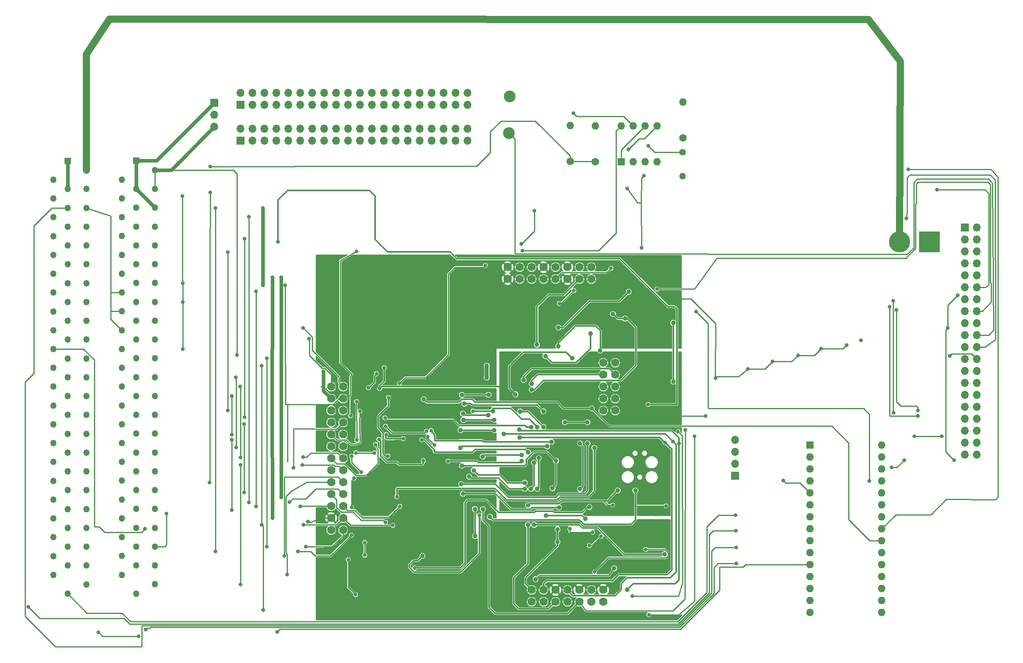
<source format=gbr>
G04 #@! TF.GenerationSoftware,KiCad,Pcbnew,5.1.5+dfsg1-2build2*
G04 #@! TF.CreationDate,2021-04-11T10:29:20+02:00*
G04 #@! TF.ProjectId,mainboardv3.4,6d61696e-626f-4617-9264-76332e342e6b,rev?*
G04 #@! TF.SameCoordinates,Original*
G04 #@! TF.FileFunction,Copper,L2,Bot*
G04 #@! TF.FilePolarity,Positive*
%FSLAX46Y46*%
G04 Gerber Fmt 4.6, Leading zero omitted, Abs format (unit mm)*
G04 Created by KiCad (PCBNEW 5.1.5+dfsg1-2build2) date 2021-04-11 10:29:20*
%MOMM*%
%LPD*%
G04 APERTURE LIST*
%ADD10C,1.778000*%
%ADD11R,1.350000X1.350000*%
%ADD12O,1.350000X1.350000*%
%ADD13C,2.499360*%
%ADD14R,1.600000X1.600000*%
%ADD15O,1.600000X1.600000*%
%ADD16R,4.500880X4.500880*%
%ADD17C,4.500880*%
%ADD18O,1.700000X1.700000*%
%ADD19R,1.700000X1.700000*%
%ADD20C,1.600000*%
%ADD21C,1.400000*%
%ADD22O,1.400000X1.400000*%
%ADD23C,1.006400*%
%ADD24C,0.800000*%
%ADD25C,0.812800*%
%ADD26C,0.800000*%
%ADD27C,0.250000*%
%ADD28C,0.300000*%
%ADD29C,0.406400*%
%ADD30C,0.304800*%
%ADD31C,1.500000*%
%ADD32C,0.152400*%
%ADD33C,0.127000*%
G04 APERTURE END LIST*
D10*
X115163500Y-130716100D03*
X115163500Y-128176100D03*
X117703500Y-130716100D03*
X117703500Y-128176100D03*
X120243500Y-130716100D03*
X120243500Y-128176100D03*
X122783500Y-130716100D03*
X122783500Y-128176100D03*
X125323500Y-130716100D03*
X125323500Y-128176100D03*
X127863500Y-130716100D03*
X127863500Y-128176100D03*
X130403500Y-130716100D03*
X130403500Y-128176100D03*
X72542400Y-84996100D03*
X75082400Y-84996100D03*
X72542400Y-87536100D03*
X75082400Y-87536100D03*
X72542400Y-90076100D03*
X75082400Y-90076100D03*
X72542400Y-92616100D03*
X75082400Y-92616100D03*
X72542400Y-95156100D03*
X75082400Y-95156100D03*
X72542400Y-97696100D03*
X75082400Y-97696100D03*
X72542400Y-100236100D03*
X75082400Y-100236100D03*
X72542400Y-102776100D03*
X75082400Y-102776100D03*
X72542400Y-105316100D03*
X75082400Y-105316100D03*
X72542400Y-107856100D03*
X75082400Y-107856100D03*
X72542400Y-110396100D03*
X75082400Y-110396100D03*
X72542400Y-112936100D03*
X75082400Y-112936100D03*
X72542400Y-115476100D03*
X75082400Y-115476100D03*
X127863500Y-59596100D03*
X127863500Y-62136100D03*
X125323500Y-59596100D03*
X125323500Y-62136100D03*
X122783500Y-59596100D03*
X122783500Y-62136100D03*
X120243500Y-59596100D03*
X120243500Y-62136100D03*
X117703500Y-59596100D03*
X117703500Y-62136100D03*
X115163500Y-59596100D03*
X115163500Y-62136100D03*
X112623500Y-59596100D03*
X112623500Y-62136100D03*
X110083500Y-59596100D03*
X110083500Y-62136100D03*
X130403500Y-90076100D03*
X130403500Y-87536100D03*
X130403500Y-84996100D03*
X130403500Y-82456100D03*
X130403500Y-79916100D03*
X132943500Y-90076100D03*
X132943500Y-87536100D03*
X132943500Y-84996100D03*
X132943500Y-82456100D03*
X132943500Y-79916100D03*
D11*
X16500000Y-37000000D03*
D12*
X16500000Y-43000000D03*
X16500000Y-47000000D03*
X16500000Y-51000000D03*
X16500000Y-55000000D03*
X16500000Y-59000000D03*
X16500000Y-63000000D03*
X16500000Y-67000000D03*
X16500000Y-71000000D03*
X16500000Y-75000000D03*
X16500000Y-79000000D03*
X16500000Y-83000000D03*
X16500000Y-87000000D03*
X16500000Y-91000000D03*
X16500000Y-95000000D03*
X16500000Y-99000000D03*
X16500000Y-103000000D03*
X16500000Y-107000000D03*
X16500000Y-111000000D03*
X16500000Y-115000000D03*
X16500000Y-119000000D03*
X16500000Y-123000000D03*
X16500000Y-129000000D03*
X13500000Y-41000000D03*
X13500000Y-45000000D03*
X13500000Y-49000000D03*
X13500000Y-53000000D03*
X13500000Y-57000000D03*
X13500000Y-61000000D03*
X13500000Y-65000000D03*
X13500000Y-69000000D03*
X13500000Y-73000000D03*
X13500000Y-77000000D03*
X13500000Y-81000000D03*
X13500000Y-85000000D03*
X13500000Y-89000000D03*
X13500000Y-93000000D03*
X13500000Y-97000000D03*
X13500000Y-101000000D03*
X13500000Y-105000000D03*
X13500000Y-109000000D03*
X13500000Y-113000000D03*
X13500000Y-117000000D03*
X13500000Y-121000000D03*
X13500000Y-125000000D03*
X20500000Y-39000000D03*
X20500000Y-43000000D03*
X20500000Y-47000000D03*
X20500000Y-51000000D03*
X20500000Y-55000000D03*
X20500000Y-59000000D03*
X20500000Y-63000000D03*
X20500000Y-67000000D03*
X20500000Y-71000000D03*
X20500000Y-75000000D03*
X20500000Y-79000000D03*
X20500000Y-83000000D03*
X20500000Y-87000000D03*
X20500000Y-91000000D03*
X20500000Y-95000000D03*
X20500000Y-99000000D03*
X20500000Y-103000000D03*
X20500000Y-107000000D03*
X20500000Y-111000000D03*
X20500000Y-115000000D03*
X20500000Y-119000000D03*
X20500000Y-123000000D03*
X20500000Y-127000000D03*
D11*
X31064200Y-36982400D03*
D12*
X31064200Y-42982400D03*
X31064200Y-46982400D03*
X31064200Y-50982400D03*
X31064200Y-54982400D03*
X31064200Y-58982400D03*
X31064200Y-62982400D03*
X31064200Y-66982400D03*
X31064200Y-70982400D03*
X31064200Y-74982400D03*
X31064200Y-78982400D03*
X31064200Y-82982400D03*
X31064200Y-86982400D03*
X31064200Y-90982400D03*
X31064200Y-94982400D03*
X31064200Y-98982400D03*
X31064200Y-102982400D03*
X31064200Y-106982400D03*
X31064200Y-110982400D03*
X31064200Y-114982400D03*
X31064200Y-118982400D03*
X31064200Y-122982400D03*
X31064200Y-128982400D03*
X28064200Y-40982400D03*
X28064200Y-44982400D03*
X28064200Y-48982400D03*
X28064200Y-52982400D03*
X28064200Y-56982400D03*
X28064200Y-60982400D03*
X28064200Y-64982400D03*
X28064200Y-68982400D03*
X28064200Y-72982400D03*
X28064200Y-76982400D03*
X28064200Y-80982400D03*
X28064200Y-84982400D03*
X28064200Y-88982400D03*
X28064200Y-92982400D03*
X28064200Y-96982400D03*
X28064200Y-100982400D03*
X28064200Y-104982400D03*
X28064200Y-108982400D03*
X28064200Y-112982400D03*
X28064200Y-116982400D03*
X28064200Y-120982400D03*
X28064200Y-124982400D03*
X35064200Y-38982400D03*
X35064200Y-42982400D03*
X35064200Y-46982400D03*
X35064200Y-50982400D03*
X35064200Y-54982400D03*
X35064200Y-58982400D03*
X35064200Y-62982400D03*
X35064200Y-66982400D03*
X35064200Y-70982400D03*
X35064200Y-74982400D03*
X35064200Y-78982400D03*
X35064200Y-82982400D03*
X35064200Y-86982400D03*
X35064200Y-90982400D03*
X35064200Y-94982400D03*
X35064200Y-98982400D03*
X35064200Y-102982400D03*
X35064200Y-106982400D03*
X35064200Y-110982400D03*
X35064200Y-114982400D03*
X35064200Y-118982400D03*
X35064200Y-122982400D03*
X35064200Y-126982400D03*
D13*
X110375700Y-31127700D03*
X110515400Y-23329900D03*
D14*
X174371000Y-97421700D03*
D15*
X189611000Y-130441700D03*
X174371000Y-99961700D03*
X189611000Y-127901700D03*
X174371000Y-102501700D03*
X189611000Y-125361700D03*
X174371000Y-105041700D03*
X189611000Y-122821700D03*
X174371000Y-107581700D03*
X189611000Y-120281700D03*
X174371000Y-110121700D03*
X189611000Y-117741700D03*
X174371000Y-112661700D03*
X189611000Y-115201700D03*
X174371000Y-115201700D03*
X189611000Y-112661700D03*
X174371000Y-117741700D03*
X189611000Y-110121700D03*
X174371000Y-120281700D03*
X189611000Y-107581700D03*
X174371000Y-122821700D03*
X189611000Y-105041700D03*
X174371000Y-125361700D03*
X189611000Y-102501700D03*
X174371000Y-127901700D03*
X189611000Y-99961700D03*
X174371000Y-130441700D03*
X189611000Y-97421700D03*
X174371000Y-132981700D03*
X189611000Y-132981700D03*
D16*
X199771000Y-54267100D03*
D17*
X193421000Y-54267100D03*
D18*
X101507301Y-22529800D03*
X101507301Y-25069800D03*
X98967301Y-22529800D03*
X98967301Y-25069800D03*
X96427301Y-22529800D03*
X96427301Y-25069800D03*
X93887301Y-22529800D03*
X93887301Y-25069800D03*
X91347301Y-22529800D03*
X91347301Y-25069800D03*
X88807301Y-22529800D03*
X88807301Y-25069800D03*
X86267301Y-22529800D03*
X86267301Y-25069800D03*
X83727301Y-22529800D03*
X83727301Y-25069800D03*
X81187301Y-22529800D03*
X81187301Y-25069800D03*
X78647301Y-22529800D03*
X78647301Y-25069800D03*
X76107301Y-22529800D03*
X76107301Y-25069800D03*
X73567301Y-22529800D03*
X73567301Y-25069800D03*
X71027301Y-22529800D03*
X71027301Y-25069800D03*
X68487301Y-22529800D03*
X68487301Y-25069800D03*
X65947301Y-22529800D03*
X65947301Y-25069800D03*
X63407301Y-22529800D03*
X63407301Y-25069800D03*
X60867301Y-22529800D03*
X60867301Y-25069800D03*
X58327301Y-22529800D03*
X58327301Y-25069800D03*
X55787301Y-22529800D03*
X55787301Y-25069800D03*
X53247301Y-22529800D03*
D19*
X53247301Y-25069800D03*
X53247301Y-32706299D03*
D18*
X53247301Y-30166299D03*
X55787301Y-32706299D03*
X55787301Y-30166299D03*
X58327301Y-32706299D03*
X58327301Y-30166299D03*
X60867301Y-32706299D03*
X60867301Y-30166299D03*
X63407301Y-32706299D03*
X63407301Y-30166299D03*
X65947301Y-32706299D03*
X65947301Y-30166299D03*
X68487301Y-32706299D03*
X68487301Y-30166299D03*
X71027301Y-32706299D03*
X71027301Y-30166299D03*
X73567301Y-32706299D03*
X73567301Y-30166299D03*
X76107301Y-32706299D03*
X76107301Y-30166299D03*
X78647301Y-32706299D03*
X78647301Y-30166299D03*
X81187301Y-32706299D03*
X81187301Y-30166299D03*
X83727301Y-32706299D03*
X83727301Y-30166299D03*
X86267301Y-32706299D03*
X86267301Y-30166299D03*
X88807301Y-32706299D03*
X88807301Y-30166299D03*
X91347301Y-32706299D03*
X91347301Y-30166299D03*
X93887301Y-32706299D03*
X93887301Y-30166299D03*
X96427301Y-32706299D03*
X96427301Y-30166299D03*
X98967301Y-32706299D03*
X98967301Y-30166299D03*
X101507301Y-32706299D03*
X101507301Y-30166299D03*
D19*
X47713900Y-24701500D03*
D18*
X47713900Y-27241500D03*
X47713900Y-29781500D03*
D19*
X158448999Y-103965999D03*
D18*
X158448999Y-101425999D03*
X158448999Y-98885999D03*
X158448999Y-96345999D03*
D15*
X147335240Y-24511000D03*
D20*
X147335240Y-32131000D03*
D21*
X147223480Y-35168840D03*
D22*
X147223480Y-40248840D03*
D20*
X123367800Y-37099240D03*
D15*
X123367800Y-29479240D03*
D20*
X128676400Y-37236400D03*
D15*
X128676400Y-29616400D03*
D14*
X134193280Y-37185600D03*
D15*
X141813280Y-29565600D03*
X136733280Y-37185600D03*
X139273280Y-29565600D03*
X139273280Y-37185600D03*
X136733280Y-29565600D03*
X141813280Y-37185600D03*
X134193280Y-29565600D03*
D19*
X207258920Y-51150520D03*
D18*
X209798920Y-51150520D03*
X207258920Y-53690520D03*
X209798920Y-53690520D03*
X207258920Y-56230520D03*
X209798920Y-56230520D03*
X207258920Y-58770520D03*
X209798920Y-58770520D03*
X207258920Y-61310520D03*
X209798920Y-61310520D03*
X207258920Y-63850520D03*
X209798920Y-63850520D03*
X207258920Y-66390520D03*
X209798920Y-66390520D03*
X207258920Y-68930520D03*
X209798920Y-68930520D03*
X207258920Y-71470520D03*
X209798920Y-71470520D03*
X207258920Y-74010520D03*
X209798920Y-74010520D03*
X207258920Y-76550520D03*
X209798920Y-76550520D03*
X207258920Y-79090520D03*
X209798920Y-79090520D03*
X207258920Y-81630520D03*
X209798920Y-81630520D03*
X207258920Y-84170520D03*
X209798920Y-84170520D03*
X207258920Y-86710520D03*
X209798920Y-86710520D03*
X207258920Y-89250520D03*
X209798920Y-89250520D03*
X207258920Y-91790520D03*
X209798920Y-91790520D03*
X207258920Y-94330520D03*
X209798920Y-94330520D03*
X207258920Y-96870520D03*
X209798920Y-96870520D03*
X207258920Y-99410520D03*
X209798920Y-99410520D03*
D23*
X105638500Y-80551100D03*
X105638500Y-83091100D03*
D24*
X58039000Y-63487300D03*
X58039000Y-47015400D03*
X62801400Y-63487300D03*
X79692500Y-120815100D03*
X79679800Y-118110000D03*
X128549400Y-124371100D03*
X139395200Y-119583200D03*
X76898500Y-99783900D03*
X78943200Y-103170500D03*
X77419200Y-104440500D03*
X76860400Y-110578900D03*
X76860400Y-116547900D03*
X65468500Y-120002300D03*
X47942500Y-120027700D03*
X47917100Y-47028100D03*
X76187300Y-121780300D03*
X77749400Y-129197100D03*
X93106240Y-95610680D03*
X94513244Y-97387942D03*
X139006580Y-40157400D03*
X138511280Y-55471060D03*
X135475980Y-42859960D03*
X201376280Y-43113960D03*
X203652120Y-72527160D03*
X205760320Y-65587880D03*
X205003400Y-100634800D03*
X52311300Y-97904300D03*
X52285900Y-82981800D03*
X82003900Y-97282000D03*
X60020200Y-61760100D03*
X60020200Y-112877600D03*
X59982100Y-92570300D03*
X50584100Y-90068400D03*
X50533300Y-56388000D03*
X54102000Y-91452700D03*
X54127400Y-53581300D03*
X66548000Y-72555100D03*
X67881500Y-74764900D03*
X77812900Y-99060000D03*
X81749900Y-99060000D03*
X63157100Y-124942600D03*
D23*
X141611000Y-112046100D03*
X121933500Y-102516100D03*
X119703500Y-90026100D03*
X109753500Y-86626100D03*
X110083500Y-102776100D03*
X144373500Y-92616100D03*
X126298500Y-85796100D03*
X122548500Y-110796100D03*
X139111000Y-107046100D03*
D24*
X82829400Y-85407500D03*
X83845400Y-80962500D03*
X152184100Y-91186000D03*
D23*
X141554200Y-96634300D03*
D24*
X122612900Y-90678000D03*
X70891400Y-81724500D03*
X52527200Y-78282800D03*
X187007500Y-104990900D03*
X115780820Y-47602140D03*
X112991900Y-54670960D03*
X105338880Y-59209940D03*
X87071200Y-84319100D03*
X150119080Y-69047360D03*
D23*
X116683500Y-100156100D03*
X116353500Y-106731100D03*
X120678500Y-115336100D03*
X120678500Y-117983600D03*
X117673500Y-90256100D03*
X100866000Y-88623600D03*
X103128500Y-111011100D03*
X103173500Y-116733600D03*
X100341000Y-86733600D03*
X105986000Y-86733600D03*
X105961000Y-91033600D03*
X100588500Y-90721100D03*
X100028500Y-94233600D03*
X107236000Y-94233600D03*
X100028500Y-97983600D03*
X118486000Y-97696100D03*
X100341000Y-101806100D03*
X120361000Y-100743600D03*
X119608500Y-106586100D03*
X100183500Y-105716100D03*
X127053500Y-97076100D03*
X127053500Y-92586100D03*
X122253500Y-92586100D03*
X100563500Y-107746100D03*
X120973500Y-110666100D03*
X113713500Y-106731100D03*
X101883500Y-104116100D03*
X120873500Y-72436100D03*
X135823500Y-64846100D03*
X145293500Y-83956100D03*
X145293500Y-71446100D03*
X120873500Y-76396100D03*
X129736000Y-77358600D03*
X117673500Y-93556100D03*
X112723500Y-90256100D03*
X111733500Y-86626100D03*
X123843500Y-78936100D03*
X125453500Y-97076100D03*
X125453500Y-106746100D03*
X127433500Y-110566100D03*
D24*
X90322400Y-123507500D03*
X86512400Y-108394500D03*
D23*
X128503500Y-97983600D03*
X91968500Y-120946100D03*
X116353500Y-93556100D03*
X106923500Y-90171100D03*
D24*
X102703800Y-90171100D03*
X104038400Y-112331500D03*
D23*
X119423500Y-96741100D03*
D24*
X93822520Y-94325440D03*
D23*
X113713500Y-105411100D03*
X102873500Y-102796100D03*
X132703500Y-123598600D03*
X116023500Y-125896100D03*
X115711000Y-114363600D03*
X143413500Y-120616100D03*
X114441000Y-98921100D03*
D24*
X91795600Y-96291400D03*
D23*
X113053500Y-100813600D03*
D24*
X97409000Y-100843080D03*
D23*
X133486000Y-107046100D03*
X114423500Y-110171100D03*
D24*
X132410254Y-110164657D03*
D23*
X137236000Y-107046100D03*
X106298500Y-112671100D03*
D24*
X143751300Y-110320600D03*
D23*
X113486000Y-83573600D03*
X115163500Y-84361100D03*
D24*
X77876400Y-56235600D03*
X83972400Y-91630500D03*
D23*
X115048500Y-93556100D03*
D24*
X76695300Y-91160600D03*
X82194400Y-82232500D03*
X80482440Y-85227160D03*
X139928600Y-88760300D03*
X61239400Y-54241700D03*
X84607400Y-99758500D03*
X84734400Y-87312500D03*
D23*
X114373500Y-114363600D03*
D24*
X146278600Y-94526100D03*
X136588500Y-129489200D03*
D23*
X113053500Y-99496100D03*
X104778500Y-99826100D03*
X104803500Y-111028600D03*
D24*
X147815300Y-94170500D03*
D23*
X115693500Y-101146100D03*
X115033500Y-106731100D03*
X118211000Y-112366100D03*
X126601000Y-113043600D03*
D24*
X149809200Y-95504000D03*
X140106400Y-133438900D03*
D23*
X112653500Y-95796100D03*
D24*
X143520160Y-96903540D03*
D23*
X109273500Y-94996100D03*
D24*
X145185488Y-96622512D03*
D23*
X112573500Y-94096100D03*
X135483500Y-128176100D03*
D24*
X146512163Y-97084489D03*
X61912500Y-108534200D03*
X61887100Y-102908100D03*
X61874400Y-61772800D03*
X65938400Y-110413800D03*
X56565800Y-110426500D03*
X56540400Y-64757300D03*
X85623400Y-114463700D03*
X66636900Y-114325400D03*
X57746900Y-114300000D03*
X57759600Y-80581500D03*
X61026020Y-137105959D03*
X58115200Y-132471160D03*
X63652400Y-109486700D03*
X55092600Y-109626400D03*
X55041800Y-48920400D03*
X66535300Y-99987100D03*
X53263800Y-99999800D03*
X53225700Y-84950300D03*
X84099400Y-113811700D03*
X54013100Y-107505500D03*
X54063900Y-92913200D03*
X64566800Y-102273100D03*
X62572900Y-120916700D03*
X67183000Y-118973600D03*
X58902600Y-118973600D03*
X58902600Y-78981300D03*
X51447700Y-95186500D03*
X51447700Y-86995000D03*
X78638400Y-90246200D03*
X87147400Y-110426500D03*
X37490555Y-111932619D03*
X66408300Y-101612700D03*
X53251100Y-101625400D03*
X53251100Y-127025400D03*
X141820900Y-64249300D03*
X124155200Y-64579500D03*
X121069100Y-67322700D03*
X132041900Y-59829700D03*
X194858640Y-49265840D03*
X192024000Y-66746120D03*
X192135760Y-90510360D03*
X197261480Y-91216480D03*
X191307720Y-67990720D03*
X197307200Y-90048080D03*
X192709800Y-68732400D03*
D23*
X116298500Y-76108600D03*
X107236000Y-92046100D03*
X100653500Y-92046100D03*
D24*
X168694100Y-104978200D03*
X127431800Y-118770400D03*
X129933700Y-116789200D03*
D23*
X92236000Y-87671100D03*
X127948500Y-89613600D03*
D24*
X31635700Y-138087100D03*
X23050500Y-137185400D03*
X191706500Y-102133400D03*
X194398900Y-100584000D03*
X158724600Y-122580400D03*
X33096200Y-136626600D03*
X158673800Y-119176800D03*
X158584900Y-115608100D03*
X8166100Y-131800600D03*
X158546800Y-112331500D03*
X128130300Y-115912900D03*
X123317000Y-115201700D03*
X51435000Y-96342200D03*
X51409600Y-111201200D03*
D23*
X127688500Y-73701100D03*
X118093500Y-78526100D03*
X132473500Y-69556100D03*
X135033500Y-70516100D03*
X115163500Y-85631100D03*
D24*
X77978000Y-96329500D03*
X77957680Y-88153240D03*
X82702400Y-96202500D03*
X92135960Y-100731320D03*
X84226400Y-95186500D03*
X87873840Y-96047560D03*
X84099400Y-93408500D03*
X92816680Y-94457520D03*
X195285360Y-38856920D03*
D23*
X91923500Y-112983600D03*
X107966000Y-114391100D03*
X91853500Y-117876100D03*
X144953500Y-69556100D03*
X137593500Y-69556100D03*
X92548500Y-73496100D03*
X113258500Y-73796100D03*
X84686000Y-132681100D03*
X125048500Y-117983600D03*
D24*
X185191400Y-75096000D03*
X67564000Y-113673400D03*
X40970200Y-76974700D03*
X40970200Y-66992500D03*
X40970200Y-62992000D03*
X40919400Y-44488100D03*
X161112200Y-81267300D03*
X166420800Y-79654400D03*
X171780200Y-78320900D03*
X176695100Y-76936600D03*
X182143400Y-76161900D03*
X93878400Y-76136500D03*
X100152200Y-114490500D03*
X102133400Y-114388900D03*
X84028633Y-111752733D03*
X81584800Y-103479600D03*
X154292300Y-83159600D03*
X143865600Y-66319400D03*
X32956500Y-115201700D03*
X113179860Y-56093360D03*
X196545200Y-95519240D03*
X202371960Y-95504000D03*
X124086620Y-26845260D03*
X139961620Y-33787080D03*
X135719820Y-34612580D03*
X46822360Y-38196520D03*
X46812200Y-43738800D03*
X46697900Y-105384600D03*
X204043280Y-78438520D03*
D25*
X105638500Y-80551100D02*
X105638500Y-83091100D01*
D26*
X31064200Y-36982400D02*
X31064200Y-42982400D01*
X16500000Y-37000000D02*
X16500000Y-43000000D01*
X31064200Y-42982400D02*
X35064200Y-46982400D01*
X35433000Y-36982400D02*
X47713900Y-24701500D01*
X31064200Y-36982400D02*
X35433000Y-36982400D01*
X58039000Y-63487300D02*
X58039000Y-47015400D01*
D27*
X62814200Y-88734900D02*
X62788800Y-71615300D01*
X74231082Y-87536100D02*
X73032282Y-88734900D01*
X75082400Y-87536100D02*
X74231082Y-87536100D01*
X62788800Y-63499900D02*
X62801400Y-63487300D01*
X62788800Y-71615300D02*
X62788800Y-63499900D01*
X79692500Y-120815100D02*
X79692500Y-120249415D01*
X79692500Y-118122700D02*
X79679800Y-118110000D01*
X79692500Y-120249415D02*
X79692500Y-118122700D01*
X144168701Y-120253603D02*
X143498298Y-119583200D01*
X143498298Y-119583200D02*
X139395200Y-119583200D01*
X144168701Y-120978597D02*
X144168701Y-120253603D01*
X143775997Y-121371301D02*
X144168701Y-120978597D01*
X131549199Y-121371301D02*
X143775997Y-121371301D01*
X128549400Y-124371100D02*
X131549199Y-121371301D01*
X73032282Y-88734900D02*
X63233300Y-88734900D01*
X63233300Y-88734900D02*
X63233300Y-100952300D01*
X63233300Y-88734900D02*
X62814200Y-88734900D01*
X76898500Y-101125800D02*
X78943200Y-103170500D01*
X76898500Y-99783900D02*
X76898500Y-101125800D01*
X76860400Y-104999300D02*
X76860400Y-110578900D01*
X77419200Y-104440500D02*
X76860400Y-104999300D01*
X76860400Y-116547900D02*
X72453500Y-120954800D01*
X72453500Y-120954800D02*
X69138800Y-120954800D01*
X69138800Y-120954800D02*
X68186300Y-120002300D01*
X68186300Y-120002300D02*
X65468500Y-120002300D01*
X47942500Y-120027700D02*
X47917100Y-47942500D01*
X47917100Y-47942500D02*
X47917100Y-47028100D01*
X25717500Y-48755300D02*
X20500000Y-47000000D01*
X28064200Y-72982400D02*
X25717500Y-70635700D01*
X25726200Y-68982400D02*
X28064200Y-68982400D01*
X25717500Y-68973700D02*
X25726200Y-68982400D01*
X25717500Y-70635700D02*
X25717500Y-68973700D01*
X25777500Y-64982400D02*
X28064200Y-64982400D01*
X25717500Y-64922400D02*
X25777500Y-64982400D01*
X25717500Y-68973700D02*
X25717500Y-64922400D01*
X25717500Y-64922400D02*
X25717500Y-48755300D01*
X76187300Y-127635000D02*
X77749400Y-129197100D01*
X76187300Y-121780300D02*
X76187300Y-127635000D01*
D28*
X93106240Y-95980938D02*
X94513244Y-97387942D01*
X93106240Y-95610680D02*
X93106240Y-95980938D01*
D27*
X139006580Y-40157400D02*
X138511280Y-40652700D01*
X138447780Y-45956220D02*
X138511280Y-55471060D01*
X138511280Y-40652700D02*
X138447780Y-45956220D01*
X137680700Y-45966380D02*
X138447780Y-45956220D01*
X135475980Y-42859960D02*
X137680700Y-45966380D01*
X211724240Y-63870840D02*
X209798920Y-63850520D01*
X212338920Y-63327280D02*
X211724240Y-63870840D01*
X211515960Y-43113960D02*
X212323680Y-43921680D01*
X212323680Y-43921680D02*
X212338920Y-63327280D01*
X201376280Y-43113960D02*
X211515960Y-43113960D01*
X203652120Y-67696080D02*
X205760320Y-65587880D01*
X203652120Y-72527160D02*
X203652120Y-67696080D01*
X203252121Y-98883521D02*
X205003400Y-100634800D01*
X203252121Y-72927159D02*
X203252121Y-98883521D01*
X203652120Y-72527160D02*
X203252121Y-72927159D01*
X52311300Y-83007200D02*
X52285900Y-82981800D01*
X52311300Y-97904300D02*
X52311300Y-83007200D01*
X82511900Y-98425000D02*
X82003900Y-97282000D01*
X80066501Y-103822500D02*
X82511900Y-101377101D01*
X82511900Y-101377101D02*
X82511900Y-98425000D01*
X75372083Y-101377101D02*
X77817482Y-103822500D01*
X73683401Y-101377101D02*
X75372083Y-101377101D01*
X77817482Y-103822500D02*
X80066501Y-103822500D01*
X72542400Y-100236100D02*
X73683401Y-101377101D01*
D26*
X60020200Y-112877600D02*
X60020200Y-107264200D01*
X59982100Y-92570300D02*
X60020200Y-61760100D01*
X60020200Y-107264200D02*
X59982100Y-92570300D01*
D27*
X50584100Y-56438800D02*
X50533300Y-56388000D01*
X50584100Y-90068400D02*
X50584100Y-56438800D01*
X54102000Y-53606700D02*
X54127400Y-53581300D01*
X54102000Y-91452700D02*
X54102000Y-53606700D01*
X74193401Y-84107101D02*
X74193401Y-82892901D01*
X75082400Y-84996100D02*
X74193401Y-84107101D01*
X66636662Y-72555100D02*
X66548000Y-72555100D01*
X68533501Y-74451939D02*
X66636662Y-72555100D01*
X68533501Y-77233001D02*
X68533501Y-74451939D01*
X74193401Y-82892901D02*
X68533501Y-77233001D01*
X72542400Y-82453419D02*
X71153081Y-81064100D01*
X72542400Y-84996100D02*
X72542400Y-82453419D01*
X70629719Y-81064100D02*
X67932300Y-78366681D01*
X71153081Y-81064100D02*
X70629719Y-81064100D01*
X67932300Y-74815700D02*
X67881500Y-74764900D01*
X67932300Y-78366681D02*
X67932300Y-74815700D01*
X77812900Y-99060000D02*
X81749900Y-99060000D01*
X71285165Y-105316100D02*
X71280165Y-105321100D01*
X72542400Y-105316100D02*
X71285165Y-105316100D01*
X71280165Y-105321100D02*
X69710300Y-105321100D01*
X67381678Y-105321100D02*
X66024549Y-106073151D01*
X69710300Y-105321100D02*
X67381678Y-105321100D01*
X66024549Y-106073151D02*
X64116064Y-107130736D01*
X62961455Y-120340293D02*
X63224901Y-120603739D01*
X62961455Y-108285345D02*
X62961455Y-120340293D01*
X64116064Y-107130736D02*
X62961455Y-108285345D01*
X63220600Y-124942600D02*
X63157100Y-124942600D01*
X63224901Y-124938299D02*
X63220600Y-124942600D01*
X63224901Y-120603739D02*
X63157100Y-124942600D01*
D29*
X141611000Y-111421100D02*
X141611000Y-112046100D01*
D30*
X122573500Y-102516100D02*
X121933500Y-102516100D01*
X119053500Y-90356100D02*
X119703500Y-90026100D01*
X109753500Y-86626100D02*
X110413500Y-86626100D01*
D29*
X109448500Y-102776100D02*
X110083500Y-102776100D01*
D30*
X92303500Y-84996100D02*
X108123500Y-84996100D01*
X108123500Y-84996100D02*
X109753500Y-86626100D01*
X126298500Y-85796100D02*
X124423500Y-85796100D01*
X122548500Y-110796100D02*
X122548500Y-110483600D01*
X139111000Y-107046100D02*
X138798500Y-107046100D01*
D28*
X82829400Y-84841815D02*
X83845400Y-83825815D01*
X82829400Y-85407500D02*
X82829400Y-84841815D01*
X83845400Y-83825815D02*
X83845400Y-80962500D01*
X83240800Y-84996100D02*
X82829400Y-85407500D01*
X92303500Y-84996100D02*
X83240800Y-84996100D01*
D27*
X145803600Y-91186000D02*
X144373500Y-92616100D01*
X152184100Y-91186000D02*
X145803600Y-91186000D01*
X120355400Y-90678000D02*
X119703500Y-90026100D01*
X122612900Y-90678000D02*
X120355400Y-90678000D01*
D26*
X70891400Y-85885100D02*
X72542400Y-87536100D01*
X70891400Y-81724500D02*
X70891400Y-84963000D01*
X70891400Y-84963000D02*
X70891400Y-85885100D01*
D27*
X70891400Y-84963000D02*
X70383400Y-84963000D01*
X35064200Y-42982400D02*
X35064200Y-38982400D01*
D26*
X38513000Y-38982400D02*
X47713900Y-29781500D01*
X35064200Y-38982400D02*
X38513000Y-38982400D01*
D31*
X186829700Y-6946900D02*
X193611500Y-15913100D01*
X25387300Y-6921500D02*
X186829700Y-6946900D01*
X193611500Y-15913100D02*
X193421000Y-54267100D01*
X20500000Y-14348800D02*
X25387300Y-6921500D01*
X20500000Y-39000000D02*
X20500000Y-14348800D01*
D27*
X52527200Y-78282800D02*
X52527200Y-39789100D01*
X51720500Y-38982400D02*
X38513000Y-38982400D01*
X52527200Y-39789100D02*
X51720500Y-38982400D01*
X187007500Y-104990900D02*
X187007500Y-91909900D01*
X115780820Y-47602140D02*
X115780820Y-51945540D01*
X113055400Y-54670960D02*
X112991900Y-54670960D01*
X115780820Y-51945540D02*
X113055400Y-54670960D01*
X104938881Y-59609939D02*
X98906381Y-59609939D01*
X105338880Y-59209940D02*
X104938881Y-59609939D01*
X98906381Y-59609939D02*
X97492820Y-61023500D01*
X97492820Y-61023500D02*
X97492820Y-78211680D01*
X97492820Y-78211680D02*
X92610940Y-83093560D01*
X88296740Y-83093560D02*
X87071200Y-84319100D01*
X92610940Y-83093560D02*
X88296740Y-83093560D01*
X187007500Y-91909900D02*
X187007500Y-90853260D01*
X187007500Y-90853260D02*
X185775600Y-89621360D01*
X185775600Y-89621360D02*
X152867360Y-89621360D01*
X152867360Y-89621360D02*
X152654000Y-89408000D01*
X152654000Y-71582280D02*
X150119080Y-69047360D01*
X152654000Y-89408000D02*
X152654000Y-71582280D01*
D30*
X116683500Y-100156100D02*
X116683500Y-106401100D01*
X116683500Y-106401100D02*
X116353500Y-106731100D01*
X115163500Y-128176100D02*
X113893500Y-126906100D01*
X113893500Y-126906100D02*
X113893500Y-125636100D01*
X113893500Y-125636100D02*
X120678500Y-118851100D01*
X120678500Y-118851100D02*
X120678500Y-117983600D01*
X120678500Y-117983600D02*
X120678500Y-115336100D01*
X117673500Y-90256100D02*
X116353500Y-88936100D01*
X116353500Y-88936100D02*
X102548500Y-88921100D01*
X102548500Y-88921100D02*
X102251000Y-88623600D01*
X102251000Y-88623600D02*
X100866000Y-88623600D01*
X103128500Y-111011100D02*
X103068500Y-111071100D01*
X103173500Y-116733600D02*
X103128500Y-116688600D01*
X103128500Y-116688600D02*
X103128500Y-111011100D01*
X100341000Y-86733600D02*
X105986000Y-86733600D01*
X105961000Y-91033600D02*
X100891000Y-91033600D01*
X100891000Y-91033600D02*
X100653500Y-90796100D01*
X100653500Y-90796100D02*
X100588500Y-90721100D01*
X100028500Y-94233600D02*
X107236000Y-94233600D01*
X100028500Y-97983600D02*
X100341000Y-97671100D01*
X100341000Y-97671100D02*
X118173500Y-97671100D01*
X118173500Y-97671100D02*
X118486000Y-97696100D01*
X100341000Y-101806100D02*
X113713500Y-101806100D01*
X113713500Y-101806100D02*
X114043500Y-101476100D01*
X114043500Y-101476100D02*
X114043500Y-100486100D01*
X114043500Y-100486100D02*
X115693500Y-98836100D01*
X115693500Y-98836100D02*
X118333500Y-98836100D01*
X118333500Y-98836100D02*
X120241000Y-100743600D01*
X120241000Y-100743600D02*
X120361000Y-100743600D01*
X120361000Y-100743600D02*
X120361000Y-105833600D01*
X120361000Y-105833600D02*
X119608500Y-106586100D01*
X100183500Y-105716100D02*
X107463500Y-105716100D01*
X107463500Y-105716100D02*
X110258500Y-108511100D01*
X127053500Y-107106100D02*
X127053500Y-97076100D01*
X127053500Y-92586100D02*
X122253500Y-92586100D01*
X126413500Y-107746100D02*
X127053500Y-107106100D01*
X110278500Y-108491100D02*
X120303500Y-108491100D01*
X120303500Y-108491100D02*
X121048500Y-107746100D01*
X121048500Y-107746100D02*
X126413500Y-107746100D01*
X110258500Y-108511100D02*
X110278500Y-108491100D01*
X100563500Y-107746100D02*
X107496000Y-107746100D01*
X107496000Y-107746100D02*
X110781000Y-111031100D01*
X110781000Y-111031100D02*
X114911000Y-111031100D01*
X114911000Y-111031100D02*
X115276000Y-110666100D01*
X115276000Y-110666100D02*
X120973500Y-110666100D01*
X113713500Y-106731100D02*
X110423500Y-106731100D01*
X110423500Y-106731100D02*
X108138500Y-104446100D01*
X108138500Y-104446100D02*
X102231000Y-104446100D01*
X102231000Y-104446100D02*
X101883500Y-104116100D01*
X120873500Y-72436100D02*
X121863500Y-72436100D01*
X121863500Y-72436100D02*
X127473500Y-66826100D01*
X127473500Y-66826100D02*
X133843500Y-66826100D01*
X133843500Y-66826100D02*
X135823500Y-64846100D01*
X145293500Y-83956100D02*
X145293500Y-71446100D01*
X129783500Y-73096100D02*
X128793500Y-72106100D01*
X128793500Y-72106100D02*
X124503500Y-72106100D01*
X124503500Y-72106100D02*
X120873500Y-75736100D01*
X120873500Y-75736100D02*
X120873500Y-76396100D01*
X129736000Y-77358600D02*
X129783500Y-77311100D01*
X129783500Y-77311100D02*
X129783500Y-73096100D01*
X117673500Y-93556100D02*
X114373500Y-90256100D01*
X114373500Y-90256100D02*
X112723500Y-90256100D01*
X111733500Y-86626100D02*
X110413500Y-85306100D01*
X110413500Y-85306100D02*
X110413500Y-80686100D01*
X110413500Y-80686100D02*
X113383500Y-77716100D01*
X113383500Y-77716100D02*
X122523500Y-77716100D01*
X122523500Y-77716100D02*
X123743500Y-78936100D01*
X123743500Y-78936100D02*
X123843500Y-78936100D01*
X125453500Y-97076100D02*
X126093500Y-97716100D01*
X126093500Y-97716100D02*
X126093500Y-106106100D01*
X126093500Y-106106100D02*
X125453500Y-106746100D01*
X127293500Y-110566100D02*
X127433500Y-110566100D01*
X127153500Y-110566100D02*
X127433500Y-110566100D01*
X125986000Y-111733600D02*
X127153500Y-110566100D01*
X120048500Y-111733600D02*
X125986000Y-111733600D01*
X119736000Y-111421100D02*
X120048500Y-111733600D01*
X115986000Y-111421100D02*
X119736000Y-111421100D01*
X115673500Y-111733600D02*
X115986000Y-111421100D01*
X108101000Y-111733600D02*
X115673500Y-111733600D01*
X105463500Y-109096100D02*
X108101000Y-111733600D01*
X101879400Y-109096100D02*
X105463500Y-109096100D01*
D28*
X101879400Y-109096100D02*
X101558800Y-109096100D01*
X101558800Y-109096100D02*
X100990400Y-109664500D01*
X100990400Y-109664500D02*
X100990400Y-122491500D01*
X100990400Y-122491500D02*
X99974400Y-123507500D01*
X99974400Y-123507500D02*
X90322400Y-123507500D01*
D30*
X120626000Y-109126100D02*
X121276000Y-108476100D01*
X107353500Y-106596100D02*
X109903500Y-109146100D01*
X86512400Y-106596100D02*
X107353500Y-106596100D01*
X109923500Y-109126100D02*
X120626000Y-109126100D01*
X109903500Y-109146100D02*
X109923500Y-109126100D01*
X128503500Y-107226100D02*
X128503500Y-97983600D01*
X121276000Y-108476100D02*
X127253500Y-108476100D01*
X127253500Y-108476100D02*
X128503500Y-107226100D01*
D28*
X86512400Y-106596100D02*
X86512400Y-108394500D01*
D30*
X106923500Y-89596100D02*
X110743500Y-89596100D01*
X110743500Y-89596100D02*
X113053500Y-91906100D01*
X113053500Y-91906100D02*
X114703500Y-91906100D01*
X114703500Y-91906100D02*
X116353500Y-93556100D01*
D29*
X106923500Y-90171100D02*
X106923500Y-89596100D01*
D28*
X106923500Y-90171100D02*
X102703800Y-90171100D01*
X90931100Y-121983500D02*
X91968500Y-120946100D01*
X90068400Y-121983500D02*
X90931100Y-121983500D01*
X89179400Y-122872500D02*
X90068400Y-121983500D01*
X89179400Y-123366462D02*
X89179400Y-122872500D01*
X104038400Y-120459500D02*
X100101400Y-124396500D01*
X90209438Y-124396500D02*
X89179400Y-123366462D01*
X100101400Y-124396500D02*
X90209438Y-124396500D01*
X104038400Y-112331500D02*
X104038400Y-120459500D01*
D30*
X104653500Y-96436100D02*
X104973500Y-96756100D01*
X104973500Y-96756100D02*
X119408500Y-96756100D01*
X119408500Y-96756100D02*
X119423500Y-96741100D01*
D28*
X94604840Y-96453960D02*
X104653500Y-96436100D01*
X94604840Y-95336360D02*
X94604840Y-96453960D01*
X93822520Y-94325440D02*
X94604840Y-95336360D01*
D30*
X113688500Y-105436100D02*
X110118500Y-105436100D01*
X110118500Y-105436100D02*
X108468500Y-103786100D01*
X108468500Y-103786100D02*
X103863500Y-103786100D01*
X102873500Y-102796100D02*
X103863500Y-103786100D01*
X113713500Y-105411100D02*
X113688500Y-105436100D01*
X132703500Y-123598600D02*
X131686300Y-125082300D01*
D27*
X116837300Y-125082300D02*
X116023500Y-125896100D01*
X131686300Y-125082300D02*
X116837300Y-125082300D01*
D30*
X125263500Y-114346100D02*
X125923500Y-115006100D01*
X125923500Y-115006100D02*
X129223500Y-115006100D01*
X129223500Y-115006100D02*
X134833500Y-120616100D01*
X134833500Y-120616100D02*
X143413500Y-120616100D01*
X125263500Y-114346100D02*
X125246000Y-114363600D01*
X125246000Y-114363600D02*
X115711000Y-114363600D01*
X113816000Y-98296100D02*
X114441000Y-98921100D01*
X102548500Y-98921100D02*
X103173500Y-98296100D01*
X103173500Y-98296100D02*
X113816000Y-98296100D01*
X94477840Y-98927920D02*
X102548500Y-98921100D01*
D28*
X94477840Y-98407955D02*
X94477840Y-98927920D01*
X92361285Y-96291400D02*
X94477840Y-98407955D01*
X91795600Y-96291400D02*
X92361285Y-96291400D01*
D30*
X113053500Y-100933600D02*
X113053500Y-100813600D01*
X112878500Y-101108600D02*
X113053500Y-100933600D01*
X103798500Y-101108600D02*
X112878500Y-101108600D01*
X103486000Y-100796100D02*
X103798500Y-101108600D01*
X98541000Y-100796100D02*
X103486000Y-100796100D01*
D28*
X97455980Y-100796100D02*
X97409000Y-100843080D01*
X98541000Y-100796100D02*
X97455980Y-100796100D01*
D30*
X133486000Y-107046100D02*
X131298500Y-109233600D01*
X121611000Y-109233600D02*
X120986000Y-109858600D01*
X120986000Y-109858600D02*
X114736000Y-109858600D01*
X114736000Y-109858600D02*
X114423500Y-110171100D01*
D27*
X131360957Y-110164657D02*
X130454400Y-109258100D01*
X132410254Y-110164657D02*
X131360957Y-110164657D01*
D30*
X130454400Y-109258100D02*
X121611000Y-109233600D01*
X131298500Y-109233600D02*
X130454400Y-109258100D01*
X137236000Y-113296100D02*
X136298500Y-114233600D01*
X136298500Y-114233600D02*
X126298500Y-114233600D01*
X126298500Y-114233600D02*
X125361000Y-113296100D01*
X125361000Y-113296100D02*
X106923500Y-113296100D01*
X106923500Y-113296100D02*
X106298500Y-112671100D01*
D27*
X137270000Y-110320600D02*
X137248900Y-110299500D01*
D30*
X137248900Y-110299500D02*
X137236000Y-113296100D01*
D27*
X143751300Y-110320600D02*
X137270000Y-110320600D01*
D30*
X137236000Y-107046100D02*
X137248900Y-110299500D01*
X132943500Y-82456100D02*
X131673500Y-81186100D01*
X131673500Y-81186100D02*
X115163500Y-81186100D01*
X115163500Y-81186100D02*
X113486000Y-82863600D01*
X113486000Y-82863600D02*
X113486000Y-83573600D01*
X130403500Y-82456100D02*
X116433500Y-82456100D01*
X116433500Y-82456100D02*
X115163500Y-83726100D01*
X115163500Y-83726100D02*
X115163500Y-84361100D01*
D27*
X83972400Y-91630500D02*
X84372399Y-92030499D01*
X84372399Y-92030499D02*
X98450399Y-92030499D01*
X98450399Y-92030499D02*
X99716000Y-93296100D01*
D30*
X114058500Y-93556100D02*
X115048500Y-93556100D01*
X113798500Y-93296100D02*
X114058500Y-93556100D01*
X99716000Y-93296100D02*
X113798500Y-93296100D01*
D27*
X77876400Y-56235600D02*
X74574400Y-58153300D01*
X74549000Y-79997300D02*
X74549000Y-58165898D01*
X77000100Y-82448400D02*
X74549000Y-79997300D01*
X76695300Y-91160600D02*
X76631800Y-82816700D01*
X76631800Y-82816700D02*
X77000100Y-82448400D01*
X81794401Y-82632499D02*
X82194400Y-82232500D01*
D28*
X81794401Y-82632499D02*
X81794401Y-84057439D01*
X80624680Y-85227160D02*
X80482440Y-85227160D01*
X81794401Y-84057439D02*
X80624680Y-85227160D01*
X146073701Y-68502101D02*
X145567400Y-67995800D01*
X144106900Y-67995800D02*
X133921500Y-57810400D01*
X97802700Y-56362600D02*
X84543900Y-56362600D01*
X99250500Y-57810400D02*
X97802700Y-56362600D01*
X81927700Y-44475400D02*
X80733900Y-43281600D01*
X133921500Y-57810400D02*
X99250500Y-57810400D01*
X81927700Y-53746400D02*
X81927700Y-44475400D01*
X146050000Y-88760300D02*
X146073701Y-88736599D01*
X139928600Y-88760300D02*
X146050000Y-88760300D01*
X80733900Y-43281600D02*
X63296800Y-43281600D01*
X84543900Y-56362600D02*
X81927700Y-53746400D01*
X145567400Y-67995800D02*
X144106900Y-67995800D01*
X146073701Y-88736599D02*
X146073701Y-68502101D01*
X63296800Y-43281600D02*
X61239400Y-45339000D01*
X61239400Y-45339000D02*
X61239400Y-54241700D01*
X84085362Y-99758500D02*
X84607400Y-99758500D01*
X83549399Y-99222537D02*
X84085362Y-99758500D01*
X83549399Y-94805500D02*
X83549399Y-99222537D01*
X82575400Y-93662500D02*
X83549399Y-94805500D01*
X82575400Y-93662500D02*
X82575400Y-91249500D01*
X84734400Y-89090500D02*
X84734400Y-87312500D01*
X82575400Y-91249500D02*
X84734400Y-89090500D01*
D30*
X114373500Y-114363600D02*
X114373500Y-122616100D01*
X114373500Y-122616100D02*
X111353500Y-125636100D01*
X111353500Y-125636100D02*
X111353500Y-131076100D01*
X112493500Y-132216100D02*
X118743500Y-132216100D01*
X112493500Y-132216100D02*
X111353500Y-131076100D01*
X118743500Y-132216100D02*
X120243500Y-130716100D01*
D27*
X147164164Y-95411664D02*
X147231100Y-125971300D01*
X146278600Y-94526100D02*
X147164164Y-95411664D01*
X146418300Y-129489200D02*
X147231100Y-126568200D01*
X136588500Y-129489200D02*
X146418300Y-129489200D01*
X147231100Y-126568200D02*
X147231100Y-125971300D01*
D30*
X113053500Y-99496100D02*
X105108500Y-99496100D01*
X105108500Y-99496100D02*
X104778500Y-99826100D01*
X104803500Y-111028600D02*
X104803500Y-113356100D01*
X104803500Y-113356100D02*
X106098500Y-114651100D01*
X106098500Y-114651100D02*
X106098500Y-131861100D01*
X106098500Y-131861100D02*
X107443500Y-133206100D01*
X107443500Y-133206100D02*
X122833500Y-133206100D01*
X122833500Y-133206100D02*
X125323500Y-130716100D01*
D27*
X126682500Y-132613400D02*
X125323500Y-130716100D01*
X147815300Y-94170500D02*
X147802600Y-128612900D01*
X126682500Y-132613400D02*
X145262600Y-132613400D01*
X147802600Y-130073400D02*
X147802600Y-128612900D01*
X145262600Y-132613400D02*
X147802600Y-130073400D01*
D30*
X115693500Y-101146100D02*
X115693500Y-106071100D01*
X115693500Y-106071100D02*
X115033500Y-106731100D01*
X118211000Y-112366100D02*
X125923500Y-112366100D01*
X125923500Y-112366100D02*
X126601000Y-113043600D01*
D27*
X149809200Y-102349300D02*
X149809200Y-95504000D01*
X149821900Y-102362000D02*
X149809200Y-102349300D01*
X146431000Y-133438900D02*
X149821900Y-130556000D01*
X149821900Y-130556000D02*
X149821900Y-102362000D01*
X140106400Y-133438900D02*
X146431000Y-133438900D01*
D30*
X118383500Y-126226100D02*
X117703500Y-126906100D01*
X132413500Y-126166100D02*
X132413500Y-126226100D01*
X133623500Y-124956100D02*
X132413500Y-126166100D01*
X144013500Y-124956100D02*
X133623500Y-124956100D01*
X144973500Y-123996100D02*
X144013500Y-124956100D01*
X132413500Y-126226100D02*
X118383500Y-126226100D01*
X144945100Y-98272600D02*
X144973500Y-123996100D01*
X117703500Y-126906100D02*
X117703500Y-128176100D01*
X112653500Y-95796100D02*
X142354300Y-95783400D01*
X143520160Y-96903540D02*
X144945100Y-98272600D01*
X142354300Y-95783400D02*
X143520160Y-96903540D01*
X123903500Y-129446100D02*
X122783500Y-128326100D01*
X132943500Y-129446100D02*
X123903500Y-129446100D01*
X144673500Y-125616100D02*
X135503500Y-125616100D01*
X122783500Y-128326100D02*
X122783500Y-128176100D01*
X145873500Y-124416100D02*
X144673500Y-125616100D01*
X134213500Y-128176100D02*
X132943500Y-129446100D01*
X134213500Y-126906100D02*
X134213500Y-128176100D01*
X145884900Y-97345500D02*
X145873500Y-124416100D01*
X135503500Y-125616100D02*
X134213500Y-126906100D01*
X109273500Y-94996100D02*
X143624300Y-95008700D01*
X145185488Y-96622512D02*
X145884900Y-97345500D01*
X143624300Y-95008700D02*
X145185488Y-96622512D01*
X112573500Y-94096100D02*
X112873500Y-94396100D01*
X112873500Y-94396100D02*
X144973500Y-94396100D01*
X144973500Y-94396100D02*
X146473500Y-95896100D01*
X146473500Y-126076100D02*
X145643500Y-126906100D01*
X145643500Y-126906100D02*
X136753500Y-126906100D01*
X136753500Y-126906100D02*
X135483500Y-128176100D01*
X146469100Y-99885500D02*
X146473500Y-126076100D01*
X146473500Y-95896100D02*
X146469100Y-99885500D01*
D26*
X61874400Y-102895400D02*
X61887100Y-102908100D01*
X61874400Y-99656900D02*
X61874400Y-102895400D01*
X61874400Y-99656900D02*
X61874400Y-98742500D01*
X61874400Y-98742500D02*
X61874400Y-61772800D01*
X61912500Y-102933500D02*
X61887100Y-102908100D01*
X61912500Y-108534200D02*
X61912500Y-102933500D01*
D27*
X72542400Y-110396100D02*
X66895900Y-110396100D01*
X65956100Y-110396100D02*
X65938400Y-110413800D01*
X66895900Y-110396100D02*
X65956100Y-110396100D01*
X56565800Y-109860815D02*
X56591200Y-109835415D01*
X56565800Y-110426500D02*
X56565800Y-109860815D01*
X56591200Y-64808100D02*
X56540400Y-64757300D01*
X56591200Y-109835415D02*
X56591200Y-64808100D01*
X76610000Y-114463700D02*
X75082400Y-112936100D01*
X85623400Y-114463700D02*
X76610000Y-114463700D01*
X70281800Y-114325400D02*
X66865500Y-114325400D01*
X73683401Y-114335099D02*
X70281800Y-114325400D01*
X75082400Y-112936100D02*
X73683401Y-114335099D01*
X66865500Y-114325400D02*
X66636900Y-114325400D01*
X57746900Y-114300000D02*
X57746900Y-87998300D01*
X57746900Y-87998300D02*
X57759600Y-87985600D01*
X57759600Y-87985600D02*
X57759600Y-80581500D01*
X174371000Y-122821700D02*
X160667700Y-122821700D01*
X160667700Y-122821700D02*
X160167320Y-123322080D01*
X160167320Y-123322080D02*
X155097480Y-123322080D01*
X155097480Y-128251308D02*
X146835758Y-136513030D01*
X155097480Y-123322080D02*
X155097480Y-128251308D01*
X61618949Y-136513030D02*
X61026020Y-137105959D01*
X146835758Y-136513030D02*
X61618949Y-136513030D01*
X58115200Y-114668300D02*
X57746900Y-114300000D01*
X58115200Y-132471160D02*
X58115200Y-114668300D01*
X73941399Y-106715099D02*
X69256101Y-106715099D01*
X75082400Y-107856100D02*
X73941399Y-106715099D01*
X69256101Y-106715099D02*
X67170300Y-108800900D01*
X67170300Y-108800900D02*
X67170300Y-108813600D01*
X64325500Y-108813600D02*
X63652400Y-109486700D01*
X67170300Y-108813600D02*
X64325500Y-108813600D01*
X55092600Y-48971200D02*
X55041800Y-48920400D01*
X55092600Y-109626400D02*
X55092600Y-48971200D01*
X73941399Y-99095099D02*
X68240101Y-99095099D01*
X75082400Y-100236100D02*
X73941399Y-99095099D01*
X68240101Y-99095099D02*
X67348100Y-99987100D01*
X67348100Y-99987100D02*
X66535300Y-99987100D01*
X53263800Y-84988400D02*
X53225700Y-84950300D01*
X53263800Y-99999800D02*
X53263800Y-84988400D01*
X73431399Y-108745099D02*
X72542400Y-107856100D01*
X73683401Y-108997101D02*
X73431399Y-108745099D01*
X73683401Y-110685783D02*
X73683401Y-108997101D01*
X74659727Y-111662109D02*
X73683401Y-110685783D01*
X77207009Y-111662109D02*
X74659727Y-111662109D01*
X78956601Y-113411701D02*
X77207009Y-111662109D01*
X83699401Y-113411701D02*
X78956601Y-113411701D01*
X84099400Y-113811700D02*
X83699401Y-113411701D01*
X54013100Y-107505500D02*
X54013100Y-93040200D01*
X54063900Y-92989400D02*
X54063900Y-92913200D01*
X54013100Y-93040200D02*
X54063900Y-92989400D01*
X64566800Y-102273100D02*
X64566800Y-93967300D01*
X73683401Y-94015099D02*
X75082400Y-92616100D01*
X64554100Y-93967300D02*
X73683401Y-94015099D01*
X73941399Y-104175099D02*
X75082400Y-105316100D01*
X68671901Y-104175099D02*
X73941399Y-104175099D01*
X64465200Y-104178100D02*
X68671901Y-104175099D01*
X62585600Y-104178100D02*
X64465200Y-104178100D01*
X62572900Y-120916700D02*
X62585600Y-104178100D01*
X72694800Y-118960900D02*
X67513200Y-118973600D01*
X75082400Y-116733335D02*
X72694800Y-118960900D01*
X75082400Y-115476100D02*
X75082400Y-116733335D01*
X67513200Y-118973600D02*
X67183000Y-118973600D01*
X58902600Y-118973600D02*
X58902600Y-78981300D01*
X51447700Y-95186500D02*
X51447700Y-94620815D01*
X51447700Y-94620815D02*
X51447700Y-86995000D01*
X73683401Y-96297101D02*
X72542400Y-95156100D01*
X75736039Y-96297101D02*
X73683401Y-96297101D01*
X77622400Y-97332800D02*
X76796900Y-97332800D01*
X78663800Y-96926400D02*
X77622400Y-97332800D01*
X76796900Y-97332800D02*
X75736039Y-96297101D01*
X78613000Y-92811600D02*
X78663800Y-96926400D01*
X78638400Y-90246200D02*
X78613000Y-92811600D01*
X75971399Y-111285099D02*
X75082400Y-110396100D01*
X87147400Y-110426500D02*
X86288801Y-111285099D01*
X37490555Y-112498304D02*
X37490400Y-112498459D01*
X37490555Y-111932619D02*
X37490555Y-112498304D01*
X37490400Y-116556200D02*
X37503100Y-116568900D01*
X37490400Y-112498459D02*
X37490400Y-116556200D01*
X37503100Y-116568900D02*
X37503100Y-118681500D01*
X37202200Y-118982400D02*
X35064200Y-118982400D01*
X37503100Y-118681500D02*
X37202200Y-118982400D01*
X75971399Y-111285099D02*
X77617399Y-111285099D01*
X77617399Y-111285099D02*
X79082900Y-112750600D01*
X84823300Y-112750600D02*
X86288801Y-111285099D01*
X79082900Y-112750600D02*
X84823300Y-112750600D01*
X73342083Y-101887101D02*
X73090081Y-101635099D01*
X73090081Y-101635099D02*
X70446900Y-101612700D01*
X74193401Y-101887101D02*
X73342083Y-101887101D01*
X75082400Y-102776100D02*
X74193401Y-101887101D01*
X68440528Y-101612700D02*
X66408300Y-101612700D01*
X70446900Y-101612700D02*
X68440528Y-101612700D01*
X53251100Y-101625400D02*
X53251100Y-102191085D01*
X53251100Y-102191085D02*
X53251100Y-127025400D01*
X121412000Y-67322700D02*
X121069100Y-67322700D01*
X124155200Y-64579500D02*
X121412000Y-67322700D01*
X211001001Y-68930520D02*
X212912960Y-67018561D01*
X209798920Y-68930520D02*
X211001001Y-68930520D01*
X212912960Y-63032640D02*
X212731170Y-62850850D01*
X212912960Y-67018561D02*
X212912960Y-63032640D01*
X212731170Y-62850850D02*
X212731170Y-42022850D01*
X212731170Y-42022850D02*
X212232240Y-41523920D01*
X201239120Y-41523920D02*
X201228960Y-41534080D01*
X212232240Y-41523920D02*
X201239120Y-41523920D01*
X197297040Y-41523920D02*
X196951600Y-41869360D01*
X201239120Y-41523920D02*
X197297040Y-41523920D01*
X196790130Y-53205846D02*
X196817322Y-55615187D01*
X196790130Y-46267550D02*
X196790130Y-53205846D01*
X196951600Y-46106080D02*
X196790130Y-46267550D01*
X196951600Y-41869360D02*
X196951600Y-46106080D01*
X149821900Y-64249300D02*
X141820900Y-64249300D01*
X154571700Y-57708800D02*
X149821900Y-64249300D01*
X193222880Y-57703720D02*
X154571700Y-57708800D01*
X194728789Y-57703720D02*
X196817322Y-55615187D01*
X193222880Y-57703720D02*
X194728789Y-57703720D01*
X121132499Y-61247101D02*
X120243500Y-62136100D01*
X121642499Y-60737101D02*
X121132499Y-61247101D01*
X131134499Y-60737101D02*
X121642499Y-60737101D01*
X132041900Y-59829700D02*
X131134499Y-60737101D01*
X212359240Y-74010520D02*
X209798920Y-74010520D01*
X213400640Y-72969120D02*
X212359240Y-74010520D01*
X212389720Y-40812720D02*
X213166960Y-41747440D01*
X197119240Y-40827960D02*
X199176640Y-40827960D01*
X196413120Y-41579800D02*
X197119240Y-40827960D01*
X196413120Y-53207920D02*
X196413120Y-41579800D01*
X213166960Y-41747440D02*
X213400640Y-72969120D01*
X195005960Y-56829960D02*
X196438520Y-55458360D01*
X111607600Y-56789320D02*
X195005960Y-56829960D01*
X199176640Y-40827960D02*
X212389720Y-40812720D01*
X111625379Y-32377379D02*
X111607600Y-56789320D01*
X196438520Y-55458360D02*
X196413120Y-53207920D01*
X110375700Y-31127700D02*
X111625379Y-32377379D01*
X211556600Y-76550520D02*
X213827360Y-74945240D01*
X209798920Y-76550520D02*
X211556600Y-76550520D01*
X213690200Y-41097200D02*
X213807040Y-74945240D01*
X212730080Y-39979600D02*
X213690200Y-41097200D01*
X194970400Y-40513000D02*
X195585080Y-39984680D01*
X194970400Y-47812960D02*
X194970400Y-40513000D01*
X195585080Y-39984680D02*
X212730080Y-39979600D01*
X194858640Y-49265840D02*
X194970400Y-47812960D01*
X192024000Y-90398600D02*
X192135760Y-90510360D01*
X192024000Y-66746120D02*
X192024000Y-90398600D01*
X191267080Y-91216480D02*
X191287400Y-68163440D01*
X197261480Y-91216480D02*
X191267080Y-91216480D01*
X191287400Y-68011040D02*
X191307720Y-67990720D01*
X191287400Y-68163440D02*
X191287400Y-68011040D01*
X197307200Y-89482395D02*
X196973725Y-89148920D01*
X197307200Y-90048080D02*
X197307200Y-89482395D01*
X196973725Y-89148920D02*
X193644520Y-89148920D01*
X193644520Y-89148920D02*
X192694560Y-88198960D01*
X192694560Y-68747640D02*
X192709800Y-68732400D01*
X192694560Y-88198960D02*
X192694560Y-68747640D01*
D30*
X125323500Y-62136100D02*
X121976000Y-65483600D01*
X121976000Y-65483600D02*
X118798500Y-65483600D01*
X118798500Y-65483600D02*
X116298500Y-67983600D01*
X116298500Y-67983600D02*
X116298500Y-76108600D01*
X107236000Y-92046100D02*
X100653500Y-92046100D01*
D27*
X174371000Y-107581700D02*
X172199300Y-105410000D01*
X172199300Y-105410000D02*
X169138600Y-105410000D01*
X168706800Y-104978200D02*
X168694100Y-104978200D01*
X169138600Y-105410000D02*
X168706800Y-104978200D01*
X127997485Y-118770400D02*
X129889785Y-116878100D01*
X127431800Y-118770400D02*
X127997485Y-118770400D01*
X129889785Y-116833115D02*
X129933700Y-116789200D01*
X129889785Y-116878100D02*
X129889785Y-116833115D01*
D30*
X92236000Y-87671100D02*
X92861000Y-88296100D01*
X92861000Y-88296100D02*
X99716000Y-88296100D01*
X99716000Y-88296100D02*
X100341000Y-87671100D01*
X100341000Y-87671100D02*
X102548500Y-87671100D01*
X102548500Y-87671100D02*
X103173500Y-88296100D01*
X103173500Y-88296100D02*
X119423500Y-88296100D01*
X119423500Y-88296100D02*
X119406000Y-88288600D01*
X121966000Y-89613600D02*
X127948500Y-89613600D01*
X120651000Y-88288600D02*
X119406000Y-88288600D01*
X121966000Y-89613600D02*
X120651000Y-88298600D01*
X120651000Y-88298600D02*
X120651000Y-88288600D01*
D27*
X128451699Y-90116799D02*
X127948500Y-89613600D01*
X131706201Y-93371301D02*
X128451699Y-90116799D01*
X182562500Y-96951800D02*
X178982001Y-93371301D01*
X178982001Y-93371301D02*
X131706201Y-93371301D01*
X182562500Y-113271300D02*
X182562500Y-96951800D01*
X187032900Y-117741700D02*
X182562500Y-113271300D01*
X189611000Y-117741700D02*
X187032900Y-117741700D01*
X31635700Y-138087100D02*
X27914960Y-138087100D01*
X23952200Y-138087100D02*
X23050500Y-137185400D01*
X27914960Y-138087100D02*
X23952200Y-138087100D01*
X192849500Y-102133400D02*
X194398900Y-100584000D01*
X191706500Y-102133400D02*
X192849500Y-102133400D01*
X158724600Y-122580400D02*
X158158915Y-122580400D01*
X158158915Y-122580400D02*
X154800300Y-122580400D01*
X154800300Y-122580400D02*
X153936700Y-123444000D01*
X153936700Y-128878916D02*
X146679596Y-136136020D01*
X153936700Y-123444000D02*
X153936700Y-128878916D01*
X146679596Y-136136020D02*
X34196380Y-136136020D01*
X34196380Y-136136020D02*
X34074100Y-136258300D01*
X33464500Y-136258300D02*
X33096200Y-136626600D01*
X34074100Y-136258300D02*
X33464500Y-136258300D01*
X154165300Y-119176800D02*
X158673800Y-119176800D01*
X16500000Y-47000000D02*
X13147200Y-47000000D01*
X13147200Y-47000000D02*
X9347200Y-50800000D01*
X9347200Y-50800000D02*
X9347200Y-82143600D01*
X153441400Y-119900700D02*
X154165300Y-119176800D01*
X7480300Y-84010500D02*
X7480300Y-84074000D01*
X7442200Y-133781800D02*
X13898101Y-140237701D01*
X7480300Y-84074000D02*
X7442200Y-133781800D01*
X13898101Y-140237701D02*
X32287701Y-140237701D01*
X32287701Y-140237701D02*
X32287701Y-135961899D01*
X9347200Y-82143600D02*
X7480300Y-84010500D01*
X153441400Y-128841044D02*
X153441400Y-119900700D01*
X32287701Y-135961899D02*
X32490590Y-135759010D01*
X32490590Y-135759010D02*
X146523434Y-135759010D01*
X146523434Y-135759010D02*
X153441400Y-128841044D01*
X158584900Y-115608100D02*
X154025600Y-115608100D01*
X153771600Y-115608100D02*
X152946100Y-116433600D01*
X154025600Y-115608100D02*
X153771600Y-115608100D01*
X152946100Y-116433600D02*
X152946100Y-123380500D01*
X152946100Y-128803172D02*
X146367272Y-135382000D01*
X152946100Y-123380500D02*
X152946100Y-128803172D01*
X10586548Y-134221048D02*
X8166100Y-131800600D01*
X28535999Y-134221048D02*
X10586548Y-134221048D01*
X29696951Y-135382000D02*
X28535999Y-134221048D01*
X146367272Y-135382000D02*
X29696951Y-135382000D01*
X20621400Y-133121400D02*
X16500000Y-129000000D01*
X28067000Y-133121400D02*
X20621400Y-133121400D01*
X29895800Y-134950200D02*
X28067000Y-133121400D01*
X152450800Y-128765300D02*
X146265900Y-134950200D01*
X146265900Y-134950200D02*
X29895800Y-134950200D01*
X152450800Y-114769900D02*
X152450800Y-128765300D01*
X154889200Y-112331500D02*
X152450800Y-114769900D01*
X158546800Y-112331500D02*
X154889200Y-112331500D01*
X128130300Y-115912900D02*
X123304300Y-115912900D01*
X123304300Y-115214400D02*
X123317000Y-115201700D01*
X123304300Y-115912900D02*
X123304300Y-115214400D01*
X51435000Y-111175800D02*
X51409600Y-111201200D01*
X51435000Y-96342200D02*
X51435000Y-111175800D01*
D30*
X118093500Y-78526100D02*
X119483500Y-79916100D01*
X119483500Y-79916100D02*
X124688500Y-79916100D01*
X124688500Y-79916100D02*
X127688500Y-76916100D01*
X127688500Y-76916100D02*
X127688500Y-73701100D01*
X132473500Y-69556100D02*
X133433500Y-70516100D01*
X133433500Y-70516100D02*
X135033500Y-70516100D01*
X137373500Y-80456100D02*
X137373500Y-72436100D01*
X137373500Y-72436100D02*
X135453500Y-70516100D01*
X135453500Y-70516100D02*
X135033500Y-70516100D01*
X137373500Y-80456100D02*
X134103500Y-83726100D01*
X134103500Y-83726100D02*
X117703500Y-83726100D01*
X117703500Y-83726100D02*
X115798500Y-85631100D01*
X115798500Y-85631100D02*
X115163500Y-85631100D01*
D27*
X77978000Y-96329500D02*
X77952600Y-88455500D01*
D28*
X77952600Y-88158320D02*
X77957680Y-88153240D01*
X77952600Y-88455500D02*
X77952600Y-88158320D01*
X83083400Y-99758500D02*
X83083400Y-96583500D01*
X86512400Y-101028500D02*
X84353400Y-101028500D01*
X83083400Y-96583500D02*
X82702400Y-96202500D01*
X87020400Y-101536500D02*
X86512400Y-101028500D01*
X91896465Y-101536500D02*
X87020400Y-101536500D01*
X92135960Y-101297005D02*
X91896465Y-101536500D01*
X84353400Y-101028500D02*
X83083400Y-99758500D01*
X92135960Y-100731320D02*
X92135960Y-101297005D01*
X84399120Y-96083120D02*
X87477600Y-96072960D01*
X84216240Y-95869760D02*
X84399120Y-96083120D01*
X84226400Y-95186500D02*
X84216240Y-95869760D01*
X87848440Y-96072960D02*
X87873840Y-96047560D01*
X87477600Y-96072960D02*
X87848440Y-96072960D01*
X84499399Y-93808499D02*
X84099400Y-93408500D01*
X85548419Y-94857519D02*
X84499399Y-93808499D01*
X92416681Y-94857519D02*
X85548419Y-94857519D01*
X92816680Y-94457520D02*
X92416681Y-94857519D01*
D27*
X203324460Y-108953300D02*
X200093580Y-112184180D01*
X213791800Y-108981240D02*
X203324460Y-108953300D01*
X214330280Y-108153200D02*
X214330280Y-108442760D01*
X214330280Y-108442760D02*
X213791800Y-108981240D01*
X214284560Y-40507920D02*
X214330280Y-108153200D01*
X212857080Y-38841680D02*
X214284560Y-40507920D01*
X195285360Y-38856920D02*
X212857080Y-38841680D01*
X192628520Y-112184180D02*
X189611000Y-115201700D01*
X200093580Y-112184180D02*
X192628520Y-112184180D01*
D29*
X107966000Y-114391100D02*
X108626000Y-114391100D01*
D30*
X144953500Y-69556100D02*
X144953500Y-68596100D01*
X92548500Y-73496100D02*
X92861000Y-73608600D01*
D29*
X84686000Y-132681100D02*
X84373500Y-132681100D01*
D30*
X125048500Y-117983600D02*
X125673500Y-117983600D01*
D28*
X138553500Y-69556100D02*
X140590800Y-69556100D01*
X141550800Y-68596100D02*
X144953500Y-68596100D01*
X140590800Y-69556100D02*
X141550800Y-68596100D01*
X138553500Y-69556100D02*
X137593500Y-69556100D01*
D27*
X185101600Y-75006200D02*
X185191400Y-75096000D01*
X70573900Y-112928400D02*
X68059300Y-113792000D01*
X71285165Y-112936100D02*
X70573900Y-112928400D01*
X72542400Y-112936100D02*
X71285165Y-112936100D01*
X67564001Y-113673399D02*
X67564000Y-113673400D01*
X67940699Y-113673399D02*
X67564001Y-113673399D01*
X68059300Y-113792000D02*
X67940699Y-113673399D01*
X40970200Y-76974700D02*
X40970200Y-76409015D01*
X40970200Y-76409015D02*
X40970200Y-66992500D01*
X40970200Y-66992500D02*
X40970200Y-62992000D01*
X40970200Y-62426315D02*
X40957500Y-62413615D01*
X40970200Y-62992000D02*
X40970200Y-62426315D01*
X40957500Y-44526200D02*
X40919400Y-44488100D01*
X40957500Y-62413615D02*
X40957500Y-44526200D01*
X164807900Y-81267300D02*
X166420800Y-79654400D01*
X161112200Y-81267300D02*
X164807900Y-81267300D01*
X170446700Y-79654400D02*
X171780200Y-78320900D01*
X166420800Y-79654400D02*
X170446700Y-79654400D01*
X175310800Y-78320900D02*
X176695100Y-76936600D01*
X172345885Y-78320900D02*
X175310800Y-78320900D01*
X171780200Y-78320900D02*
X172345885Y-78320900D01*
X177260785Y-76936600D02*
X177273485Y-76949300D01*
X176695100Y-76936600D02*
X177260785Y-76936600D01*
X177273485Y-76949300D02*
X181368700Y-76949300D01*
X181368700Y-76949300D02*
X181813200Y-76504800D01*
X181813200Y-76492100D02*
X182143400Y-76161900D01*
X181813200Y-76504800D02*
X181813200Y-76492100D01*
D28*
X93878400Y-76009500D02*
X93878400Y-76136500D01*
X92548500Y-73496100D02*
X93051699Y-73999299D01*
X93051699Y-73999299D02*
X93051699Y-75182799D01*
X93051699Y-75182799D02*
X93878400Y-76009500D01*
D27*
X91923500Y-112983600D02*
X95233800Y-116293900D01*
X99872800Y-116293900D02*
X100152200Y-116014500D01*
X95233800Y-116293900D02*
X99872800Y-116293900D01*
X100152200Y-116014500D02*
X100152200Y-114490500D01*
X81584800Y-109308900D02*
X81584800Y-103479600D01*
X84028633Y-111752733D02*
X81584800Y-109308900D01*
X159156400Y-82829400D02*
X161112200Y-81267300D01*
X154228800Y-82829400D02*
X159156400Y-82829400D01*
X154279600Y-71589900D02*
X154228800Y-82829400D01*
X149034500Y-66344800D02*
X154279600Y-71589900D01*
X144322800Y-66344800D02*
X149034500Y-66344800D01*
X154228800Y-83096100D02*
X154228800Y-82829400D01*
X154292300Y-83159600D02*
X154228800Y-83096100D01*
X143891000Y-66344800D02*
X143865600Y-66319400D01*
X144322800Y-66344800D02*
X143891000Y-66344800D01*
X19871962Y-77000000D02*
X22186900Y-79314938D01*
X13500000Y-77000000D02*
X19871962Y-77000000D01*
X22186900Y-79314938D02*
X22186900Y-114744500D01*
X32248799Y-115909401D02*
X32956500Y-115201700D01*
X24363163Y-115909401D02*
X32248799Y-115909401D01*
X23198262Y-114744500D02*
X24363163Y-115909401D01*
X22186900Y-114744500D02*
X23198262Y-114744500D01*
X133141279Y-30617601D02*
X133141279Y-52380321D01*
X134193280Y-29565600D02*
X133141279Y-30617601D01*
X129428240Y-56093360D02*
X113179860Y-56093360D01*
X133141279Y-52380321D02*
X129428240Y-56093360D01*
X202356720Y-95519240D02*
X202371960Y-95504000D01*
X196545200Y-95519240D02*
X202356720Y-95519240D01*
X136733280Y-29565600D02*
X134688580Y-27520900D01*
X124762260Y-27520900D02*
X124086620Y-26845260D01*
X134688580Y-27520900D02*
X124762260Y-27520900D01*
X134193280Y-34645600D02*
X134193280Y-37185600D01*
X139273280Y-29565600D02*
X134193280Y-34645600D01*
X141343380Y-35168840D02*
X147223480Y-35168840D01*
X139961620Y-33787080D02*
X141343380Y-35168840D01*
X135719820Y-34612580D02*
X138046460Y-32285940D01*
X139092940Y-32285940D02*
X141813280Y-29565600D01*
X138046460Y-32285940D02*
X139092940Y-32285940D01*
X128539240Y-37099240D02*
X128676400Y-37236400D01*
X123367800Y-37099240D02*
X128539240Y-37099240D01*
X123367800Y-35967870D02*
X115929210Y-28529280D01*
X123367800Y-37099240D02*
X123367800Y-35967870D01*
X115929210Y-28529280D02*
X110751631Y-28529280D01*
X110751631Y-28529280D02*
X108651040Y-28529280D01*
X108651040Y-28529280D02*
X106400600Y-30779720D01*
X106400600Y-30779720D02*
X106400600Y-35295840D01*
X106400600Y-35295840D02*
X103520240Y-38176200D01*
X64800718Y-38196520D02*
X46822360Y-38196520D01*
X64821038Y-38176200D02*
X64800718Y-38196520D01*
X103520240Y-38176200D02*
X64821038Y-38176200D01*
X46812200Y-43738800D02*
X46812200Y-51127660D01*
X46812200Y-51127660D02*
X46791880Y-51147980D01*
X46791880Y-105290620D02*
X46697900Y-105384600D01*
X46791880Y-51147980D02*
X46791880Y-105290620D01*
X208948921Y-78240521D02*
X209798920Y-79090520D01*
X208696919Y-77988519D02*
X208948921Y-78240521D01*
X204493281Y-77988519D02*
X208696919Y-77988519D01*
X204043280Y-78438520D02*
X204493281Y-77988519D01*
D32*
G36*
X74424952Y-57860560D02*
G01*
X74422797Y-57861214D01*
X74365781Y-57891689D01*
X74315806Y-57932703D01*
X74274792Y-57982678D01*
X74244317Y-58039694D01*
X74225550Y-58101560D01*
X74220801Y-58149775D01*
X74220800Y-79981185D01*
X74219213Y-79997300D01*
X74220800Y-80013415D01*
X74220800Y-80013422D01*
X74225549Y-80061637D01*
X74244316Y-80123503D01*
X74274791Y-80180519D01*
X74315805Y-80230495D01*
X74328331Y-80240775D01*
X76535955Y-82448400D01*
X76410238Y-82574118D01*
X76396838Y-82585287D01*
X76377353Y-82609401D01*
X76357592Y-82633480D01*
X76356998Y-82634592D01*
X76356205Y-82635573D01*
X76341760Y-82663101D01*
X76327117Y-82690496D01*
X76326751Y-82691702D01*
X76326165Y-82692819D01*
X76317376Y-82722605D01*
X76308349Y-82752362D01*
X76308225Y-82753619D01*
X76307869Y-82754826D01*
X76305055Y-82785806D01*
X76302013Y-82816700D01*
X76303723Y-82834062D01*
X76363259Y-90657000D01*
X76310782Y-90692064D01*
X76226764Y-90776082D01*
X76160751Y-90874877D01*
X76115280Y-90984653D01*
X76092100Y-91101190D01*
X76092100Y-91220010D01*
X76115280Y-91336547D01*
X76160751Y-91446323D01*
X76226764Y-91545118D01*
X76310782Y-91629136D01*
X76409577Y-91695149D01*
X76519353Y-91740620D01*
X76635890Y-91763800D01*
X76754710Y-91763800D01*
X76871247Y-91740620D01*
X76981023Y-91695149D01*
X77079818Y-91629136D01*
X77163836Y-91545118D01*
X77229849Y-91446323D01*
X77275320Y-91336547D01*
X77298500Y-91220010D01*
X77298500Y-91101190D01*
X77275320Y-90984653D01*
X77229849Y-90874877D01*
X77163836Y-90776082D01*
X77079818Y-90692064D01*
X77019638Y-90651853D01*
X76977902Y-85167750D01*
X79879240Y-85167750D01*
X79879240Y-85286570D01*
X79902420Y-85403107D01*
X79947891Y-85512883D01*
X80013904Y-85611678D01*
X80097922Y-85695696D01*
X80196717Y-85761709D01*
X80306493Y-85807180D01*
X80423030Y-85830360D01*
X80541850Y-85830360D01*
X80658387Y-85807180D01*
X80768163Y-85761709D01*
X80866958Y-85695696D01*
X80950976Y-85611678D01*
X81016989Y-85512883D01*
X81062460Y-85403107D01*
X81085640Y-85286570D01*
X81085640Y-85265699D01*
X82031887Y-84319453D01*
X82045359Y-84308397D01*
X82063558Y-84286221D01*
X82089496Y-84254616D01*
X82122292Y-84193257D01*
X82122293Y-84193256D01*
X82142490Y-84126678D01*
X82147601Y-84074782D01*
X82147601Y-84074770D01*
X82149308Y-84057440D01*
X82147601Y-84040110D01*
X82147601Y-82835700D01*
X82253810Y-82835700D01*
X82370347Y-82812520D01*
X82480123Y-82767049D01*
X82578918Y-82701036D01*
X82662936Y-82617018D01*
X82728949Y-82518223D01*
X82774420Y-82408447D01*
X82797600Y-82291910D01*
X82797600Y-82173090D01*
X82774420Y-82056553D01*
X82728949Y-81946777D01*
X82662936Y-81847982D01*
X82578918Y-81763964D01*
X82480123Y-81697951D01*
X82370347Y-81652480D01*
X82253810Y-81629300D01*
X82134990Y-81629300D01*
X82018453Y-81652480D01*
X81908677Y-81697951D01*
X81809882Y-81763964D01*
X81725864Y-81847982D01*
X81659851Y-81946777D01*
X81614380Y-82056553D01*
X81591200Y-82173090D01*
X81591200Y-82291910D01*
X81599958Y-82335943D01*
X81597225Y-82337404D01*
X81543443Y-82381542D01*
X81499306Y-82435324D01*
X81466509Y-82496683D01*
X81446312Y-82563261D01*
X81441201Y-82615157D01*
X81441202Y-83911138D01*
X80691489Y-84660851D01*
X80658387Y-84647140D01*
X80541850Y-84623960D01*
X80423030Y-84623960D01*
X80306493Y-84647140D01*
X80196717Y-84692611D01*
X80097922Y-84758624D01*
X80013904Y-84842642D01*
X79947891Y-84941437D01*
X79902420Y-85051213D01*
X79879240Y-85167750D01*
X76977902Y-85167750D01*
X76961035Y-82951609D01*
X77220776Y-82691869D01*
X77233295Y-82681595D01*
X77243569Y-82669076D01*
X77243573Y-82669072D01*
X77274308Y-82631621D01*
X77304783Y-82574605D01*
X77323551Y-82512739D01*
X77329887Y-82448400D01*
X77323551Y-82384061D01*
X77315859Y-82358705D01*
X77304783Y-82322195D01*
X77274308Y-82265179D01*
X77243573Y-82227728D01*
X77243569Y-82227724D01*
X77233295Y-82215205D01*
X77220776Y-82204931D01*
X74877200Y-79861356D01*
X74877200Y-58356977D01*
X77248328Y-56979900D01*
X97920500Y-56979900D01*
X98988490Y-58047891D01*
X98999542Y-58061358D01*
X99013008Y-58072409D01*
X99013012Y-58072413D01*
X99053322Y-58105495D01*
X99096069Y-58128342D01*
X99114683Y-58138292D01*
X99181261Y-58158489D01*
X99233157Y-58163600D01*
X99233169Y-58163600D01*
X99250499Y-58165307D01*
X99267829Y-58163600D01*
X133775201Y-58163600D01*
X143844886Y-68233286D01*
X143855942Y-68246758D01*
X143869413Y-68257813D01*
X143909723Y-68290895D01*
X143935970Y-68304924D01*
X143971083Y-68323692D01*
X144037661Y-68343889D01*
X144089557Y-68349000D01*
X144089560Y-68349000D01*
X144106900Y-68350708D01*
X144124240Y-68349000D01*
X145421101Y-68349000D01*
X145720502Y-68648402D01*
X145720502Y-70881833D01*
X145628106Y-70820096D01*
X145499549Y-70766847D01*
X145363074Y-70739700D01*
X145223926Y-70739700D01*
X145087451Y-70766847D01*
X144958894Y-70820096D01*
X144843196Y-70897403D01*
X144744803Y-70995796D01*
X144667496Y-71111494D01*
X144614247Y-71240051D01*
X144587100Y-71376526D01*
X144587100Y-71515674D01*
X144614247Y-71652149D01*
X144667496Y-71780706D01*
X144744803Y-71896404D01*
X144843196Y-71994797D01*
X144937901Y-72058077D01*
X144937901Y-76809800D01*
X137729100Y-76809800D01*
X137729100Y-72453555D01*
X137730819Y-72436099D01*
X137729100Y-72418644D01*
X137729100Y-72418637D01*
X137723954Y-72366390D01*
X137721641Y-72358763D01*
X137715100Y-72337202D01*
X137703621Y-72299360D01*
X137670601Y-72237584D01*
X137626163Y-72183437D01*
X137612600Y-72172306D01*
X135717299Y-70277006D01*
X135706163Y-70263437D01*
X135686896Y-70247624D01*
X135659504Y-70181494D01*
X135582197Y-70065796D01*
X135483804Y-69967403D01*
X135368106Y-69890096D01*
X135239549Y-69836847D01*
X135103074Y-69809700D01*
X134963926Y-69809700D01*
X134827451Y-69836847D01*
X134698894Y-69890096D01*
X134583196Y-69967403D01*
X134484803Y-70065796D01*
X134421524Y-70160500D01*
X133580794Y-70160500D01*
X133157679Y-69737385D01*
X133179900Y-69625674D01*
X133179900Y-69486526D01*
X133152753Y-69350051D01*
X133099504Y-69221494D01*
X133022197Y-69105796D01*
X132923804Y-69007403D01*
X132808106Y-68930096D01*
X132679549Y-68876847D01*
X132543074Y-68849700D01*
X132403926Y-68849700D01*
X132267451Y-68876847D01*
X132138894Y-68930096D01*
X132023196Y-69007403D01*
X131924803Y-69105796D01*
X131847496Y-69221494D01*
X131794247Y-69350051D01*
X131767100Y-69486526D01*
X131767100Y-69625674D01*
X131794247Y-69762149D01*
X131847496Y-69890706D01*
X131924803Y-70006404D01*
X132023196Y-70104797D01*
X132138894Y-70182104D01*
X132267451Y-70235353D01*
X132403926Y-70262500D01*
X132543074Y-70262500D01*
X132654785Y-70240279D01*
X133169704Y-70755198D01*
X133180837Y-70768763D01*
X133234984Y-70813201D01*
X133296760Y-70846221D01*
X133334602Y-70857700D01*
X133363789Y-70866554D01*
X133370687Y-70867233D01*
X133416037Y-70871700D01*
X133416044Y-70871700D01*
X133433499Y-70873419D01*
X133450955Y-70871700D01*
X134421524Y-70871700D01*
X134484803Y-70966404D01*
X134583196Y-71064797D01*
X134698894Y-71142104D01*
X134827451Y-71195353D01*
X134963926Y-71222500D01*
X135103074Y-71222500D01*
X135239549Y-71195353D01*
X135368106Y-71142104D01*
X135483804Y-71064797D01*
X135491554Y-71057047D01*
X137017901Y-72583395D01*
X137017900Y-76809800D01*
X130186150Y-76809800D01*
X130139100Y-76778362D01*
X130139100Y-73113552D01*
X130140819Y-73096099D01*
X130139100Y-73078646D01*
X130139100Y-73078637D01*
X130133954Y-73026390D01*
X130113621Y-72959360D01*
X130080601Y-72897584D01*
X130071426Y-72886404D01*
X130047295Y-72857000D01*
X130047290Y-72856995D01*
X130036163Y-72843437D01*
X130022605Y-72832310D01*
X129057299Y-71867006D01*
X129046163Y-71853437D01*
X128992016Y-71808999D01*
X128930240Y-71775979D01*
X128863210Y-71755646D01*
X128810963Y-71750500D01*
X128810955Y-71750500D01*
X128793500Y-71748781D01*
X128776045Y-71750500D01*
X124520952Y-71750500D01*
X124503499Y-71748781D01*
X124486046Y-71750500D01*
X124486037Y-71750500D01*
X124433790Y-71755646D01*
X124366760Y-71775979D01*
X124304984Y-71808999D01*
X124304982Y-71809000D01*
X124304983Y-71809000D01*
X124264400Y-71842305D01*
X124264395Y-71842310D01*
X124250837Y-71853437D01*
X124239710Y-71866995D01*
X120634402Y-75472305D01*
X120620837Y-75483438D01*
X120576399Y-75537585D01*
X120564470Y-75559903D01*
X120543380Y-75599359D01*
X120525502Y-75658296D01*
X120523046Y-75666391D01*
X120517900Y-75718638D01*
X120517900Y-75718645D01*
X120516181Y-75736100D01*
X120517900Y-75753556D01*
X120517900Y-75784124D01*
X120423196Y-75847403D01*
X120324803Y-75945796D01*
X120247496Y-76061494D01*
X120194247Y-76190051D01*
X120167100Y-76326526D01*
X120167100Y-76465674D01*
X120194247Y-76602149D01*
X120247496Y-76730706D01*
X120300345Y-76809800D01*
X116394216Y-76809800D01*
X116504549Y-76787853D01*
X116633106Y-76734604D01*
X116748804Y-76657297D01*
X116847197Y-76558904D01*
X116924504Y-76443206D01*
X116977753Y-76314649D01*
X117004900Y-76178174D01*
X117004900Y-76039026D01*
X116977753Y-75902551D01*
X116924504Y-75773994D01*
X116847197Y-75658296D01*
X116748804Y-75559903D01*
X116654100Y-75496624D01*
X116654100Y-72366526D01*
X120167100Y-72366526D01*
X120167100Y-72505674D01*
X120194247Y-72642149D01*
X120247496Y-72770706D01*
X120324803Y-72886404D01*
X120423196Y-72984797D01*
X120538894Y-73062104D01*
X120667451Y-73115353D01*
X120803926Y-73142500D01*
X120943074Y-73142500D01*
X121079549Y-73115353D01*
X121208106Y-73062104D01*
X121323804Y-72984797D01*
X121422197Y-72886404D01*
X121485476Y-72791700D01*
X121846045Y-72791700D01*
X121863500Y-72793419D01*
X121880955Y-72791700D01*
X121880963Y-72791700D01*
X121933210Y-72786554D01*
X122000240Y-72766221D01*
X122062016Y-72733201D01*
X122116163Y-72688763D01*
X122127299Y-72675194D01*
X127620795Y-67181700D01*
X133826045Y-67181700D01*
X133843500Y-67183419D01*
X133860955Y-67181700D01*
X133860963Y-67181700D01*
X133913210Y-67176554D01*
X133980240Y-67156221D01*
X134042016Y-67123201D01*
X134096163Y-67078763D01*
X134107299Y-67065194D01*
X135642215Y-65530279D01*
X135753926Y-65552500D01*
X135893074Y-65552500D01*
X136029549Y-65525353D01*
X136158106Y-65472104D01*
X136273804Y-65394797D01*
X136372197Y-65296404D01*
X136449504Y-65180706D01*
X136502753Y-65052149D01*
X136529900Y-64915674D01*
X136529900Y-64776526D01*
X136502753Y-64640051D01*
X136449504Y-64511494D01*
X136372197Y-64395796D01*
X136273804Y-64297403D01*
X136158106Y-64220096D01*
X136029549Y-64166847D01*
X135893074Y-64139700D01*
X135753926Y-64139700D01*
X135617451Y-64166847D01*
X135488894Y-64220096D01*
X135373196Y-64297403D01*
X135274803Y-64395796D01*
X135197496Y-64511494D01*
X135144247Y-64640051D01*
X135117100Y-64776526D01*
X135117100Y-64915674D01*
X135139321Y-65027385D01*
X133696207Y-66470500D01*
X127490955Y-66470500D01*
X127473499Y-66468781D01*
X127456044Y-66470500D01*
X127456037Y-66470500D01*
X127410687Y-66474967D01*
X127403789Y-66475646D01*
X127374602Y-66484500D01*
X127336760Y-66495979D01*
X127274984Y-66528999D01*
X127274982Y-66529000D01*
X127274983Y-66529000D01*
X127234400Y-66562305D01*
X127234395Y-66562310D01*
X127220837Y-66573437D01*
X127209710Y-66586995D01*
X121716207Y-72080500D01*
X121485476Y-72080500D01*
X121422197Y-71985796D01*
X121323804Y-71887403D01*
X121208106Y-71810096D01*
X121079549Y-71756847D01*
X120943074Y-71729700D01*
X120803926Y-71729700D01*
X120667451Y-71756847D01*
X120538894Y-71810096D01*
X120423196Y-71887403D01*
X120324803Y-71985796D01*
X120247496Y-72101494D01*
X120194247Y-72230051D01*
X120167100Y-72366526D01*
X116654100Y-72366526D01*
X116654100Y-68130893D01*
X118945794Y-65839200D01*
X121958545Y-65839200D01*
X121976000Y-65840919D01*
X121993455Y-65839200D01*
X121993463Y-65839200D01*
X122045710Y-65834054D01*
X122112740Y-65813721D01*
X122174516Y-65780701D01*
X122228663Y-65736263D01*
X122239799Y-65722694D01*
X123586663Y-64375830D01*
X123575180Y-64403553D01*
X123552000Y-64520090D01*
X123552000Y-64638910D01*
X123565214Y-64705341D01*
X121431303Y-66839253D01*
X121354823Y-66788151D01*
X121245047Y-66742680D01*
X121128510Y-66719500D01*
X121009690Y-66719500D01*
X120893153Y-66742680D01*
X120783377Y-66788151D01*
X120684582Y-66854164D01*
X120600564Y-66938182D01*
X120534551Y-67036977D01*
X120489080Y-67146753D01*
X120465900Y-67263290D01*
X120465900Y-67382110D01*
X120489080Y-67498647D01*
X120534551Y-67608423D01*
X120600564Y-67707218D01*
X120684582Y-67791236D01*
X120783377Y-67857249D01*
X120893153Y-67902720D01*
X121009690Y-67925900D01*
X121128510Y-67925900D01*
X121245047Y-67902720D01*
X121354823Y-67857249D01*
X121453618Y-67791236D01*
X121537636Y-67707218D01*
X121603649Y-67608423D01*
X121615216Y-67580499D01*
X121645195Y-67555895D01*
X121655475Y-67543369D01*
X124029359Y-65169486D01*
X124095790Y-65182700D01*
X124214610Y-65182700D01*
X124331147Y-65159520D01*
X124440923Y-65114049D01*
X124539718Y-65048036D01*
X124623736Y-64964018D01*
X124689749Y-64865223D01*
X124735220Y-64755447D01*
X124758400Y-64638910D01*
X124758400Y-64520090D01*
X124735220Y-64403553D01*
X124689749Y-64293777D01*
X124623736Y-64194982D01*
X124539718Y-64110964D01*
X124440923Y-64044951D01*
X124331147Y-63999480D01*
X124214610Y-63976300D01*
X124095790Y-63976300D01*
X123979253Y-63999480D01*
X123951530Y-64010963D01*
X124843166Y-63119328D01*
X125004917Y-63186328D01*
X125215928Y-63228300D01*
X125431072Y-63228300D01*
X125642083Y-63186328D01*
X125840851Y-63103995D01*
X126019737Y-62984467D01*
X126171867Y-62832337D01*
X126291395Y-62653451D01*
X126373728Y-62454683D01*
X126415700Y-62243672D01*
X126415700Y-62028528D01*
X126373728Y-61817517D01*
X126291395Y-61618749D01*
X126171867Y-61439863D01*
X126019737Y-61287733D01*
X125840851Y-61168205D01*
X125642083Y-61085872D01*
X125538664Y-61065301D01*
X127648336Y-61065301D01*
X127544917Y-61085872D01*
X127346149Y-61168205D01*
X127167263Y-61287733D01*
X127015133Y-61439863D01*
X126895605Y-61618749D01*
X126813272Y-61817517D01*
X126771300Y-62028528D01*
X126771300Y-62243672D01*
X126813272Y-62454683D01*
X126895605Y-62653451D01*
X127015133Y-62832337D01*
X127167263Y-62984467D01*
X127346149Y-63103995D01*
X127544917Y-63186328D01*
X127755928Y-63228300D01*
X127971072Y-63228300D01*
X128182083Y-63186328D01*
X128380851Y-63103995D01*
X128559737Y-62984467D01*
X128711867Y-62832337D01*
X128831395Y-62653451D01*
X128913728Y-62454683D01*
X128955700Y-62243672D01*
X128955700Y-62028528D01*
X128913728Y-61817517D01*
X128831395Y-61618749D01*
X128711867Y-61439863D01*
X128559737Y-61287733D01*
X128380851Y-61168205D01*
X128182083Y-61085872D01*
X128078664Y-61065301D01*
X131118384Y-61065301D01*
X131134499Y-61066888D01*
X131150614Y-61065301D01*
X131150622Y-61065301D01*
X131198837Y-61060552D01*
X131260703Y-61041785D01*
X131317719Y-61011310D01*
X131367694Y-60970296D01*
X131377974Y-60957770D01*
X131916058Y-60419686D01*
X131982490Y-60432900D01*
X132101310Y-60432900D01*
X132217847Y-60409720D01*
X132327623Y-60364249D01*
X132426418Y-60298236D01*
X132510436Y-60214218D01*
X132576449Y-60115423D01*
X132621920Y-60005647D01*
X132645100Y-59889110D01*
X132645100Y-59770290D01*
X132621920Y-59653753D01*
X132576449Y-59543977D01*
X132510436Y-59445182D01*
X132426418Y-59361164D01*
X132327623Y-59295151D01*
X132217847Y-59249680D01*
X132101310Y-59226500D01*
X131982490Y-59226500D01*
X131865953Y-59249680D01*
X131756177Y-59295151D01*
X131657382Y-59361164D01*
X131573364Y-59445182D01*
X131507351Y-59543977D01*
X131461880Y-59653753D01*
X131438700Y-59770290D01*
X131438700Y-59889110D01*
X131451914Y-59955542D01*
X130998555Y-60408901D01*
X128595303Y-60408901D01*
X128711867Y-60292337D01*
X128831395Y-60113451D01*
X128913728Y-59914683D01*
X128955700Y-59703672D01*
X128955700Y-59488528D01*
X128913728Y-59277517D01*
X128831395Y-59078749D01*
X128711867Y-58899863D01*
X128559737Y-58747733D01*
X128380851Y-58628205D01*
X128182083Y-58545872D01*
X127971072Y-58503900D01*
X127755928Y-58503900D01*
X127544917Y-58545872D01*
X127346149Y-58628205D01*
X127167263Y-58747733D01*
X127015133Y-58899863D01*
X126895605Y-59078749D01*
X126813272Y-59277517D01*
X126771300Y-59488528D01*
X126771300Y-59703672D01*
X126813272Y-59914683D01*
X126895605Y-60113451D01*
X127015133Y-60292337D01*
X127131697Y-60408901D01*
X126055303Y-60408901D01*
X126171867Y-60292337D01*
X126291395Y-60113451D01*
X126373728Y-59914683D01*
X126415700Y-59703672D01*
X126415700Y-59488528D01*
X126373728Y-59277517D01*
X126291395Y-59078749D01*
X126171867Y-58899863D01*
X126019737Y-58747733D01*
X125840851Y-58628205D01*
X125642083Y-58545872D01*
X125431072Y-58503900D01*
X125215928Y-58503900D01*
X125004917Y-58545872D01*
X124806149Y-58628205D01*
X124627263Y-58747733D01*
X124475133Y-58899863D01*
X124355605Y-59078749D01*
X124273272Y-59277517D01*
X124231300Y-59488528D01*
X124231300Y-59703672D01*
X124273272Y-59914683D01*
X124355605Y-60113451D01*
X124475133Y-60292337D01*
X124591697Y-60408901D01*
X123739422Y-60408901D01*
X123713791Y-60383270D01*
X123912926Y-60291585D01*
X124026906Y-60057882D01*
X124093103Y-59806432D01*
X124108974Y-59546900D01*
X124073907Y-59289259D01*
X123989251Y-59043409D01*
X123912926Y-58900615D01*
X123713789Y-58808929D01*
X122926618Y-59596100D01*
X122940761Y-59610243D01*
X122797643Y-59753361D01*
X122783500Y-59739218D01*
X122769358Y-59753361D01*
X122626240Y-59610243D01*
X122640382Y-59596100D01*
X121853211Y-58808929D01*
X121654074Y-58900615D01*
X121540094Y-59134318D01*
X121473897Y-59385768D01*
X121458026Y-59645300D01*
X121493093Y-59902941D01*
X121577749Y-60148791D01*
X121654074Y-60291585D01*
X121853209Y-60383270D01*
X121827578Y-60408901D01*
X121658614Y-60408901D01*
X121642499Y-60407314D01*
X121626384Y-60408901D01*
X121626376Y-60408901D01*
X121583648Y-60413110D01*
X121578160Y-60413650D01*
X121559393Y-60419343D01*
X121516295Y-60432417D01*
X121459279Y-60462892D01*
X121459277Y-60462893D01*
X121459278Y-60462893D01*
X121421827Y-60493628D01*
X121421824Y-60493631D01*
X121409304Y-60503906D01*
X121399029Y-60516426D01*
X120911831Y-61003625D01*
X120911826Y-61003629D01*
X120751234Y-61164221D01*
X120562083Y-61085872D01*
X120351072Y-61043900D01*
X120135928Y-61043900D01*
X119924917Y-61085872D01*
X119726149Y-61168205D01*
X119547263Y-61287733D01*
X119395133Y-61439863D01*
X119275605Y-61618749D01*
X119193272Y-61817517D01*
X119151300Y-62028528D01*
X119151300Y-62243672D01*
X119193272Y-62454683D01*
X119275605Y-62653451D01*
X119395133Y-62832337D01*
X119547263Y-62984467D01*
X119726149Y-63103995D01*
X119924917Y-63186328D01*
X120135928Y-63228300D01*
X120351072Y-63228300D01*
X120562083Y-63186328D01*
X120760851Y-63103995D01*
X120817132Y-63066389D01*
X121996329Y-63066389D01*
X122088015Y-63265526D01*
X122321718Y-63379506D01*
X122573168Y-63445703D01*
X122832700Y-63461574D01*
X123090341Y-63426507D01*
X123336191Y-63341851D01*
X123478985Y-63265526D01*
X123570671Y-63066389D01*
X122783500Y-62279218D01*
X121996329Y-63066389D01*
X120817132Y-63066389D01*
X120939737Y-62984467D01*
X121091867Y-62832337D01*
X121211395Y-62653451D01*
X121293728Y-62454683D01*
X121335700Y-62243672D01*
X121335700Y-62185300D01*
X121458026Y-62185300D01*
X121493093Y-62442941D01*
X121577749Y-62688791D01*
X121654074Y-62831585D01*
X121853211Y-62923271D01*
X122640382Y-62136100D01*
X122926618Y-62136100D01*
X123713789Y-62923271D01*
X123912926Y-62831585D01*
X124026906Y-62597882D01*
X124093103Y-62346432D01*
X124108974Y-62086900D01*
X124073907Y-61829259D01*
X123989251Y-61583409D01*
X123912926Y-61440615D01*
X123713789Y-61348929D01*
X122926618Y-62136100D01*
X122640382Y-62136100D01*
X121853211Y-61348929D01*
X121654074Y-61440615D01*
X121540094Y-61674318D01*
X121473897Y-61925768D01*
X121458026Y-62185300D01*
X121335700Y-62185300D01*
X121335700Y-62028528D01*
X121293728Y-61817517D01*
X121215379Y-61628366D01*
X121375971Y-61467774D01*
X121375975Y-61467769D01*
X121778444Y-61065301D01*
X122061022Y-61065301D01*
X121996329Y-61205811D01*
X122783500Y-61992982D01*
X123570671Y-61205811D01*
X123505978Y-61065301D01*
X125108336Y-61065301D01*
X125004917Y-61085872D01*
X124806149Y-61168205D01*
X124627263Y-61287733D01*
X124475133Y-61439863D01*
X124355605Y-61618749D01*
X124273272Y-61817517D01*
X124231300Y-62028528D01*
X124231300Y-62243672D01*
X124273272Y-62454683D01*
X124340272Y-62616434D01*
X121828707Y-65128000D01*
X118815955Y-65128000D01*
X118798500Y-65126281D01*
X118781044Y-65128000D01*
X118781037Y-65128000D01*
X118735066Y-65132528D01*
X118728789Y-65133146D01*
X118708456Y-65139314D01*
X118661760Y-65153479D01*
X118599984Y-65186499D01*
X118545837Y-65230937D01*
X118534706Y-65244500D01*
X116059402Y-67719805D01*
X116045837Y-67730938D01*
X116001399Y-67785085D01*
X115970512Y-67842870D01*
X115968380Y-67846859D01*
X115951435Y-67902720D01*
X115948046Y-67913891D01*
X115942900Y-67966138D01*
X115942900Y-67966145D01*
X115941181Y-67983600D01*
X115942900Y-68001055D01*
X115942901Y-75496623D01*
X115848196Y-75559903D01*
X115749803Y-75658296D01*
X115672496Y-75773994D01*
X115619247Y-75902551D01*
X115592100Y-76039026D01*
X115592100Y-76178174D01*
X115619247Y-76314649D01*
X115672496Y-76443206D01*
X115749803Y-76558904D01*
X115848196Y-76657297D01*
X115963894Y-76734604D01*
X116092451Y-76787853D01*
X116202784Y-76809800D01*
X107700900Y-76809800D01*
X107686034Y-76811264D01*
X107671740Y-76815600D01*
X107658566Y-76822642D01*
X107647018Y-76832118D01*
X107637542Y-76843666D01*
X107630500Y-76856840D01*
X107626164Y-76871134D01*
X107624700Y-76886000D01*
X107624700Y-84640500D01*
X92286037Y-84640500D01*
X92261670Y-84642900D01*
X87580307Y-84642900D01*
X87605749Y-84604823D01*
X87651220Y-84495047D01*
X87674400Y-84378510D01*
X87674400Y-84259690D01*
X87661186Y-84193258D01*
X88432684Y-83421760D01*
X92594825Y-83421760D01*
X92610940Y-83423347D01*
X92627055Y-83421760D01*
X92627063Y-83421760D01*
X92675278Y-83417011D01*
X92737144Y-83398244D01*
X92794160Y-83367769D01*
X92844135Y-83326755D01*
X92854415Y-83314229D01*
X95687118Y-80481526D01*
X104932100Y-80481526D01*
X104932100Y-80620674D01*
X104959247Y-80757149D01*
X105012496Y-80885706D01*
X105028900Y-80910257D01*
X105028901Y-82731942D01*
X105012496Y-82756494D01*
X104959247Y-82885051D01*
X104932100Y-83021526D01*
X104932100Y-83160674D01*
X104959247Y-83297149D01*
X105012496Y-83425706D01*
X105089803Y-83541404D01*
X105188196Y-83639797D01*
X105303894Y-83717104D01*
X105432451Y-83770353D01*
X105568926Y-83797500D01*
X105708074Y-83797500D01*
X105844549Y-83770353D01*
X105973106Y-83717104D01*
X106088804Y-83639797D01*
X106187197Y-83541404D01*
X106264504Y-83425706D01*
X106317753Y-83297149D01*
X106344900Y-83160674D01*
X106344900Y-83021526D01*
X106317753Y-82885051D01*
X106264504Y-82756494D01*
X106248100Y-82731944D01*
X106248100Y-80910256D01*
X106264504Y-80885706D01*
X106317753Y-80757149D01*
X106344900Y-80620674D01*
X106344900Y-80481526D01*
X106317753Y-80345051D01*
X106264504Y-80216494D01*
X106187197Y-80100796D01*
X106088804Y-80002403D01*
X105973106Y-79925096D01*
X105844549Y-79871847D01*
X105708074Y-79844700D01*
X105568926Y-79844700D01*
X105432451Y-79871847D01*
X105303894Y-79925096D01*
X105188196Y-80002403D01*
X105089803Y-80100796D01*
X105012496Y-80216494D01*
X104959247Y-80345051D01*
X104932100Y-80481526D01*
X95687118Y-80481526D01*
X97713495Y-78455150D01*
X97726015Y-78444875D01*
X97737387Y-78431019D01*
X97767028Y-78394901D01*
X97767029Y-78394900D01*
X97797504Y-78337884D01*
X97816271Y-78276018D01*
X97821020Y-78227803D01*
X97821020Y-78227795D01*
X97822607Y-78211680D01*
X97821020Y-78195565D01*
X97821020Y-63066389D01*
X109296329Y-63066389D01*
X109388015Y-63265526D01*
X109621718Y-63379506D01*
X109873168Y-63445703D01*
X110132700Y-63461574D01*
X110390341Y-63426507D01*
X110636191Y-63341851D01*
X110778985Y-63265526D01*
X110870671Y-63066389D01*
X110083500Y-62279218D01*
X109296329Y-63066389D01*
X97821020Y-63066389D01*
X97821020Y-62185300D01*
X108758026Y-62185300D01*
X108793093Y-62442941D01*
X108877749Y-62688791D01*
X108954074Y-62831585D01*
X109153211Y-62923271D01*
X109940382Y-62136100D01*
X110226618Y-62136100D01*
X111013789Y-62923271D01*
X111212926Y-62831585D01*
X111326906Y-62597882D01*
X111393103Y-62346432D01*
X111408974Y-62086900D01*
X111401030Y-62028528D01*
X111531300Y-62028528D01*
X111531300Y-62243672D01*
X111573272Y-62454683D01*
X111655605Y-62653451D01*
X111775133Y-62832337D01*
X111927263Y-62984467D01*
X112106149Y-63103995D01*
X112304917Y-63186328D01*
X112515928Y-63228300D01*
X112731072Y-63228300D01*
X112942083Y-63186328D01*
X113140851Y-63103995D01*
X113319737Y-62984467D01*
X113471867Y-62832337D01*
X113591395Y-62653451D01*
X113673728Y-62454683D01*
X113715700Y-62243672D01*
X113715700Y-62028528D01*
X114071300Y-62028528D01*
X114071300Y-62243672D01*
X114113272Y-62454683D01*
X114195605Y-62653451D01*
X114315133Y-62832337D01*
X114467263Y-62984467D01*
X114646149Y-63103995D01*
X114844917Y-63186328D01*
X115055928Y-63228300D01*
X115271072Y-63228300D01*
X115482083Y-63186328D01*
X115680851Y-63103995D01*
X115859737Y-62984467D01*
X116011867Y-62832337D01*
X116131395Y-62653451D01*
X116213728Y-62454683D01*
X116255700Y-62243672D01*
X116255700Y-62028528D01*
X116611300Y-62028528D01*
X116611300Y-62243672D01*
X116653272Y-62454683D01*
X116735605Y-62653451D01*
X116855133Y-62832337D01*
X117007263Y-62984467D01*
X117186149Y-63103995D01*
X117384917Y-63186328D01*
X117595928Y-63228300D01*
X117811072Y-63228300D01*
X118022083Y-63186328D01*
X118220851Y-63103995D01*
X118399737Y-62984467D01*
X118551867Y-62832337D01*
X118671395Y-62653451D01*
X118753728Y-62454683D01*
X118795700Y-62243672D01*
X118795700Y-62028528D01*
X118753728Y-61817517D01*
X118671395Y-61618749D01*
X118551867Y-61439863D01*
X118399737Y-61287733D01*
X118220851Y-61168205D01*
X118022083Y-61085872D01*
X117811072Y-61043900D01*
X117595928Y-61043900D01*
X117384917Y-61085872D01*
X117186149Y-61168205D01*
X117007263Y-61287733D01*
X116855133Y-61439863D01*
X116735605Y-61618749D01*
X116653272Y-61817517D01*
X116611300Y-62028528D01*
X116255700Y-62028528D01*
X116213728Y-61817517D01*
X116131395Y-61618749D01*
X116011867Y-61439863D01*
X115859737Y-61287733D01*
X115680851Y-61168205D01*
X115482083Y-61085872D01*
X115271072Y-61043900D01*
X115055928Y-61043900D01*
X114844917Y-61085872D01*
X114646149Y-61168205D01*
X114467263Y-61287733D01*
X114315133Y-61439863D01*
X114195605Y-61618749D01*
X114113272Y-61817517D01*
X114071300Y-62028528D01*
X113715700Y-62028528D01*
X113673728Y-61817517D01*
X113591395Y-61618749D01*
X113471867Y-61439863D01*
X113319737Y-61287733D01*
X113140851Y-61168205D01*
X112942083Y-61085872D01*
X112731072Y-61043900D01*
X112515928Y-61043900D01*
X112304917Y-61085872D01*
X112106149Y-61168205D01*
X111927263Y-61287733D01*
X111775133Y-61439863D01*
X111655605Y-61618749D01*
X111573272Y-61817517D01*
X111531300Y-62028528D01*
X111401030Y-62028528D01*
X111373907Y-61829259D01*
X111289251Y-61583409D01*
X111212926Y-61440615D01*
X111013789Y-61348929D01*
X110226618Y-62136100D01*
X109940382Y-62136100D01*
X109153211Y-61348929D01*
X108954074Y-61440615D01*
X108840094Y-61674318D01*
X108773897Y-61925768D01*
X108758026Y-62185300D01*
X97821020Y-62185300D01*
X97821020Y-61159444D01*
X98454075Y-60526389D01*
X109296329Y-60526389D01*
X109388015Y-60725526D01*
X109621718Y-60839506D01*
X109719709Y-60865303D01*
X109530809Y-60930349D01*
X109388015Y-61006674D01*
X109296329Y-61205811D01*
X110083500Y-61992982D01*
X110870671Y-61205811D01*
X110778985Y-61006674D01*
X110545282Y-60892694D01*
X110447291Y-60866897D01*
X110636191Y-60801851D01*
X110778985Y-60725526D01*
X110870671Y-60526389D01*
X110083500Y-59739218D01*
X109296329Y-60526389D01*
X98454075Y-60526389D01*
X99042326Y-59938139D01*
X104922766Y-59938139D01*
X104938881Y-59939726D01*
X104954996Y-59938139D01*
X104955004Y-59938139D01*
X105003219Y-59933390D01*
X105065085Y-59914623D01*
X105122101Y-59884148D01*
X105172076Y-59843134D01*
X105182356Y-59830608D01*
X105213038Y-59799926D01*
X105279470Y-59813140D01*
X105398290Y-59813140D01*
X105514827Y-59789960D01*
X105624603Y-59744489D01*
X105723398Y-59678476D01*
X105756574Y-59645300D01*
X108758026Y-59645300D01*
X108793093Y-59902941D01*
X108877749Y-60148791D01*
X108954074Y-60291585D01*
X109153211Y-60383271D01*
X109940382Y-59596100D01*
X110226618Y-59596100D01*
X111013789Y-60383271D01*
X111212926Y-60291585D01*
X111326906Y-60057882D01*
X111393103Y-59806432D01*
X111408974Y-59546900D01*
X111401030Y-59488528D01*
X111531300Y-59488528D01*
X111531300Y-59703672D01*
X111573272Y-59914683D01*
X111655605Y-60113451D01*
X111775133Y-60292337D01*
X111927263Y-60444467D01*
X112106149Y-60563995D01*
X112304917Y-60646328D01*
X112515928Y-60688300D01*
X112731072Y-60688300D01*
X112942083Y-60646328D01*
X113140851Y-60563995D01*
X113319737Y-60444467D01*
X113471867Y-60292337D01*
X113591395Y-60113451D01*
X113673728Y-59914683D01*
X113715700Y-59703672D01*
X113715700Y-59488528D01*
X114071300Y-59488528D01*
X114071300Y-59703672D01*
X114113272Y-59914683D01*
X114195605Y-60113451D01*
X114315133Y-60292337D01*
X114467263Y-60444467D01*
X114646149Y-60563995D01*
X114844917Y-60646328D01*
X115055928Y-60688300D01*
X115271072Y-60688300D01*
X115482083Y-60646328D01*
X115680851Y-60563995D01*
X115737132Y-60526389D01*
X116916329Y-60526389D01*
X117008015Y-60725526D01*
X117241718Y-60839506D01*
X117493168Y-60905703D01*
X117752700Y-60921574D01*
X118010341Y-60886507D01*
X118256191Y-60801851D01*
X118398985Y-60725526D01*
X118490671Y-60526389D01*
X117703500Y-59739218D01*
X116916329Y-60526389D01*
X115737132Y-60526389D01*
X115859737Y-60444467D01*
X116011867Y-60292337D01*
X116131395Y-60113451D01*
X116213728Y-59914683D01*
X116255700Y-59703672D01*
X116255700Y-59645300D01*
X116378026Y-59645300D01*
X116413093Y-59902941D01*
X116497749Y-60148791D01*
X116574074Y-60291585D01*
X116773211Y-60383271D01*
X117560382Y-59596100D01*
X117846618Y-59596100D01*
X118633789Y-60383271D01*
X118832926Y-60291585D01*
X118946906Y-60057882D01*
X119013103Y-59806432D01*
X119028974Y-59546900D01*
X119021030Y-59488528D01*
X119151300Y-59488528D01*
X119151300Y-59703672D01*
X119193272Y-59914683D01*
X119275605Y-60113451D01*
X119395133Y-60292337D01*
X119547263Y-60444467D01*
X119726149Y-60563995D01*
X119924917Y-60646328D01*
X120135928Y-60688300D01*
X120351072Y-60688300D01*
X120562083Y-60646328D01*
X120760851Y-60563995D01*
X120939737Y-60444467D01*
X121091867Y-60292337D01*
X121211395Y-60113451D01*
X121293728Y-59914683D01*
X121335700Y-59703672D01*
X121335700Y-59488528D01*
X121293728Y-59277517D01*
X121211395Y-59078749D01*
X121091867Y-58899863D01*
X120939737Y-58747733D01*
X120817133Y-58665811D01*
X121996329Y-58665811D01*
X122783500Y-59452982D01*
X123570671Y-58665811D01*
X123478985Y-58466674D01*
X123245282Y-58352694D01*
X122993832Y-58286497D01*
X122734300Y-58270626D01*
X122476659Y-58305693D01*
X122230809Y-58390349D01*
X122088015Y-58466674D01*
X121996329Y-58665811D01*
X120817133Y-58665811D01*
X120760851Y-58628205D01*
X120562083Y-58545872D01*
X120351072Y-58503900D01*
X120135928Y-58503900D01*
X119924917Y-58545872D01*
X119726149Y-58628205D01*
X119547263Y-58747733D01*
X119395133Y-58899863D01*
X119275605Y-59078749D01*
X119193272Y-59277517D01*
X119151300Y-59488528D01*
X119021030Y-59488528D01*
X118993907Y-59289259D01*
X118909251Y-59043409D01*
X118832926Y-58900615D01*
X118633789Y-58808929D01*
X117846618Y-59596100D01*
X117560382Y-59596100D01*
X116773211Y-58808929D01*
X116574074Y-58900615D01*
X116460094Y-59134318D01*
X116393897Y-59385768D01*
X116378026Y-59645300D01*
X116255700Y-59645300D01*
X116255700Y-59488528D01*
X116213728Y-59277517D01*
X116131395Y-59078749D01*
X116011867Y-58899863D01*
X115859737Y-58747733D01*
X115737133Y-58665811D01*
X116916329Y-58665811D01*
X117703500Y-59452982D01*
X118490671Y-58665811D01*
X118398985Y-58466674D01*
X118165282Y-58352694D01*
X117913832Y-58286497D01*
X117654300Y-58270626D01*
X117396659Y-58305693D01*
X117150809Y-58390349D01*
X117008015Y-58466674D01*
X116916329Y-58665811D01*
X115737133Y-58665811D01*
X115680851Y-58628205D01*
X115482083Y-58545872D01*
X115271072Y-58503900D01*
X115055928Y-58503900D01*
X114844917Y-58545872D01*
X114646149Y-58628205D01*
X114467263Y-58747733D01*
X114315133Y-58899863D01*
X114195605Y-59078749D01*
X114113272Y-59277517D01*
X114071300Y-59488528D01*
X113715700Y-59488528D01*
X113673728Y-59277517D01*
X113591395Y-59078749D01*
X113471867Y-58899863D01*
X113319737Y-58747733D01*
X113140851Y-58628205D01*
X112942083Y-58545872D01*
X112731072Y-58503900D01*
X112515928Y-58503900D01*
X112304917Y-58545872D01*
X112106149Y-58628205D01*
X111927263Y-58747733D01*
X111775133Y-58899863D01*
X111655605Y-59078749D01*
X111573272Y-59277517D01*
X111531300Y-59488528D01*
X111401030Y-59488528D01*
X111373907Y-59289259D01*
X111289251Y-59043409D01*
X111212926Y-58900615D01*
X111013789Y-58808929D01*
X110226618Y-59596100D01*
X109940382Y-59596100D01*
X109153211Y-58808929D01*
X108954074Y-58900615D01*
X108840094Y-59134318D01*
X108773897Y-59385768D01*
X108758026Y-59645300D01*
X105756574Y-59645300D01*
X105807416Y-59594458D01*
X105873429Y-59495663D01*
X105918900Y-59385887D01*
X105942080Y-59269350D01*
X105942080Y-59150530D01*
X105918900Y-59033993D01*
X105873429Y-58924217D01*
X105807416Y-58825422D01*
X105723398Y-58741404D01*
X105624603Y-58675391D01*
X105601475Y-58665811D01*
X109296329Y-58665811D01*
X110083500Y-59452982D01*
X110870671Y-58665811D01*
X110778985Y-58466674D01*
X110545282Y-58352694D01*
X110293832Y-58286497D01*
X110034300Y-58270626D01*
X109776659Y-58305693D01*
X109530809Y-58390349D01*
X109388015Y-58466674D01*
X109296329Y-58665811D01*
X105601475Y-58665811D01*
X105514827Y-58629920D01*
X105398290Y-58606740D01*
X105279470Y-58606740D01*
X105162933Y-58629920D01*
X105053157Y-58675391D01*
X104954362Y-58741404D01*
X104870344Y-58825422D01*
X104804331Y-58924217D01*
X104758860Y-59033993D01*
X104735680Y-59150530D01*
X104735680Y-59269350D01*
X104738144Y-59281739D01*
X98922495Y-59281739D01*
X98906380Y-59280152D01*
X98890265Y-59281739D01*
X98890258Y-59281739D01*
X98853018Y-59285407D01*
X98842041Y-59286488D01*
X98813485Y-59295151D01*
X98780177Y-59305255D01*
X98723161Y-59335730D01*
X98713198Y-59343906D01*
X98685709Y-59366466D01*
X98685706Y-59366469D01*
X98673186Y-59376744D01*
X98662911Y-59389264D01*
X97272151Y-60780025D01*
X97259625Y-60790305D01*
X97218611Y-60840281D01*
X97188136Y-60897297D01*
X97180772Y-60921574D01*
X97169791Y-60957773D01*
X97169369Y-60959163D01*
X97164620Y-61007378D01*
X97164620Y-61007385D01*
X97163033Y-61023500D01*
X97164620Y-61039615D01*
X97164621Y-78075734D01*
X92474996Y-82765360D01*
X88312852Y-82765360D01*
X88296739Y-82763773D01*
X88280626Y-82765360D01*
X88280617Y-82765360D01*
X88232402Y-82770109D01*
X88170536Y-82788876D01*
X88113520Y-82819351D01*
X88063545Y-82860365D01*
X88053267Y-82872889D01*
X87197042Y-83729114D01*
X87130610Y-83715900D01*
X87011790Y-83715900D01*
X86895253Y-83739080D01*
X86785477Y-83784551D01*
X86686682Y-83850564D01*
X86602664Y-83934582D01*
X86536651Y-84033377D01*
X86491180Y-84143153D01*
X86468000Y-84259690D01*
X86468000Y-84378510D01*
X86491180Y-84495047D01*
X86536651Y-84604823D01*
X86562093Y-84642900D01*
X83527814Y-84642900D01*
X84082890Y-84087825D01*
X84096357Y-84076773D01*
X84107410Y-84063305D01*
X84107413Y-84063302D01*
X84140495Y-84022992D01*
X84164135Y-83978763D01*
X84173292Y-83961632D01*
X84193489Y-83895054D01*
X84198600Y-83843158D01*
X84198600Y-83843155D01*
X84200308Y-83825815D01*
X84198600Y-83808475D01*
X84198600Y-81451962D01*
X84229918Y-81431036D01*
X84313936Y-81347018D01*
X84379949Y-81248223D01*
X84425420Y-81138447D01*
X84448600Y-81021910D01*
X84448600Y-80903090D01*
X84425420Y-80786553D01*
X84379949Y-80676777D01*
X84313936Y-80577982D01*
X84229918Y-80493964D01*
X84131123Y-80427951D01*
X84021347Y-80382480D01*
X83904810Y-80359300D01*
X83785990Y-80359300D01*
X83669453Y-80382480D01*
X83559677Y-80427951D01*
X83460882Y-80493964D01*
X83376864Y-80577982D01*
X83310851Y-80676777D01*
X83265380Y-80786553D01*
X83242200Y-80903090D01*
X83242200Y-81021910D01*
X83265380Y-81138447D01*
X83310851Y-81248223D01*
X83376864Y-81347018D01*
X83460882Y-81431036D01*
X83492201Y-81451963D01*
X83492200Y-83679515D01*
X82591915Y-84579801D01*
X82578443Y-84590857D01*
X82567387Y-84604329D01*
X82534305Y-84644639D01*
X82501509Y-84705998D01*
X82481312Y-84772576D01*
X82474492Y-84841815D01*
X82476201Y-84859165D01*
X82476201Y-84918037D01*
X82444882Y-84938964D01*
X82360864Y-85022982D01*
X82294851Y-85121777D01*
X82249380Y-85231553D01*
X82226200Y-85348090D01*
X82226200Y-85466910D01*
X82249380Y-85583447D01*
X82294851Y-85693223D01*
X82360864Y-85792018D01*
X82444882Y-85876036D01*
X82543677Y-85942049D01*
X82653453Y-85987520D01*
X82769990Y-86010700D01*
X82888810Y-86010700D01*
X83005347Y-85987520D01*
X83115123Y-85942049D01*
X83213918Y-85876036D01*
X83297936Y-85792018D01*
X83363949Y-85693223D01*
X83409420Y-85583447D01*
X83432600Y-85466910D01*
X83432600Y-85349300D01*
X92261670Y-85349300D01*
X92286037Y-85351700D01*
X107624700Y-85351700D01*
X107624700Y-87940500D01*
X103320795Y-87940500D01*
X102812298Y-87432005D01*
X102801163Y-87418437D01*
X102747016Y-87373999D01*
X102685240Y-87340979D01*
X102618210Y-87320646D01*
X102565963Y-87315500D01*
X102565955Y-87315500D01*
X102548500Y-87313781D01*
X102531045Y-87315500D01*
X100741612Y-87315500D01*
X100791304Y-87282297D01*
X100889697Y-87183904D01*
X100952976Y-87089200D01*
X105374024Y-87089200D01*
X105437303Y-87183904D01*
X105535696Y-87282297D01*
X105651394Y-87359604D01*
X105779951Y-87412853D01*
X105916426Y-87440000D01*
X106055574Y-87440000D01*
X106192049Y-87412853D01*
X106320606Y-87359604D01*
X106436304Y-87282297D01*
X106534697Y-87183904D01*
X106612004Y-87068206D01*
X106665253Y-86939649D01*
X106692400Y-86803174D01*
X106692400Y-86664026D01*
X106665253Y-86527551D01*
X106612004Y-86398994D01*
X106534697Y-86283296D01*
X106436304Y-86184903D01*
X106320606Y-86107596D01*
X106192049Y-86054347D01*
X106055574Y-86027200D01*
X105916426Y-86027200D01*
X105779951Y-86054347D01*
X105651394Y-86107596D01*
X105535696Y-86184903D01*
X105437303Y-86283296D01*
X105374024Y-86378000D01*
X100952976Y-86378000D01*
X100889697Y-86283296D01*
X100791304Y-86184903D01*
X100675606Y-86107596D01*
X100547049Y-86054347D01*
X100410574Y-86027200D01*
X100271426Y-86027200D01*
X100134951Y-86054347D01*
X100006394Y-86107596D01*
X99890696Y-86184903D01*
X99792303Y-86283296D01*
X99714996Y-86398994D01*
X99661747Y-86527551D01*
X99634600Y-86664026D01*
X99634600Y-86803174D01*
X99661747Y-86939649D01*
X99714996Y-87068206D01*
X99792303Y-87183904D01*
X99890696Y-87282297D01*
X100006394Y-87359604D01*
X100108493Y-87401894D01*
X100101900Y-87407305D01*
X100101895Y-87407310D01*
X100088337Y-87418437D01*
X100077210Y-87431995D01*
X99568707Y-87940500D01*
X93008295Y-87940500D01*
X92920179Y-87852385D01*
X92942400Y-87740674D01*
X92942400Y-87601526D01*
X92915253Y-87465051D01*
X92862004Y-87336494D01*
X92784697Y-87220796D01*
X92686304Y-87122403D01*
X92570606Y-87045096D01*
X92442049Y-86991847D01*
X92305574Y-86964700D01*
X92166426Y-86964700D01*
X92029951Y-86991847D01*
X91901394Y-87045096D01*
X91785696Y-87122403D01*
X91687303Y-87220796D01*
X91609996Y-87336494D01*
X91556747Y-87465051D01*
X91529600Y-87601526D01*
X91529600Y-87740674D01*
X91556747Y-87877149D01*
X91609996Y-88005706D01*
X91687303Y-88121404D01*
X91785696Y-88219797D01*
X91901394Y-88297104D01*
X92029951Y-88350353D01*
X92166426Y-88377500D01*
X92305574Y-88377500D01*
X92417285Y-88355279D01*
X92597210Y-88535205D01*
X92608337Y-88548763D01*
X92621895Y-88559890D01*
X92621900Y-88559895D01*
X92644913Y-88578781D01*
X92662484Y-88593201D01*
X92724260Y-88626221D01*
X92791290Y-88646554D01*
X92843537Y-88651700D01*
X92843546Y-88651700D01*
X92860999Y-88653419D01*
X92878452Y-88651700D01*
X99698545Y-88651700D01*
X99716000Y-88653419D01*
X99733455Y-88651700D01*
X99733463Y-88651700D01*
X99785710Y-88646554D01*
X99852740Y-88626221D01*
X99914516Y-88593201D01*
X99968663Y-88548763D01*
X99979798Y-88535195D01*
X100268179Y-88246814D01*
X100239996Y-88288994D01*
X100186747Y-88417551D01*
X100159600Y-88554026D01*
X100159600Y-88693174D01*
X100186747Y-88829649D01*
X100239996Y-88958206D01*
X100317303Y-89073904D01*
X100415696Y-89172297D01*
X100531394Y-89249604D01*
X100659951Y-89302853D01*
X100796426Y-89330000D01*
X100935574Y-89330000D01*
X101072049Y-89302853D01*
X101200606Y-89249604D01*
X101316304Y-89172297D01*
X101414697Y-89073904D01*
X101477976Y-88979200D01*
X102103707Y-88979200D01*
X102284572Y-89160066D01*
X102295563Y-89173488D01*
X102309260Y-89184754D01*
X102309401Y-89184895D01*
X102323175Y-89196199D01*
X102349662Y-89217985D01*
X102349831Y-89218076D01*
X102349984Y-89218201D01*
X102380914Y-89234733D01*
X102411402Y-89251072D01*
X102411588Y-89251129D01*
X102411759Y-89251220D01*
X102445088Y-89261330D01*
X102478410Y-89271478D01*
X102478603Y-89271497D01*
X102478790Y-89271554D01*
X102513559Y-89274978D01*
X102530651Y-89276680D01*
X102530844Y-89276680D01*
X102548500Y-89278419D01*
X102565771Y-89276718D01*
X106666628Y-89281174D01*
X106634743Y-89307342D01*
X106583957Y-89369224D01*
X106546220Y-89439825D01*
X106522982Y-89516432D01*
X106517101Y-89576140D01*
X106517101Y-89593067D01*
X106473196Y-89622403D01*
X106374803Y-89720796D01*
X106309920Y-89817900D01*
X103193262Y-89817900D01*
X103172336Y-89786582D01*
X103088318Y-89702564D01*
X102989523Y-89636551D01*
X102879747Y-89591080D01*
X102763210Y-89567900D01*
X102644390Y-89567900D01*
X102527853Y-89591080D01*
X102418077Y-89636551D01*
X102319282Y-89702564D01*
X102235264Y-89786582D01*
X102169251Y-89885377D01*
X102123780Y-89995153D01*
X102100600Y-90111690D01*
X102100600Y-90230510D01*
X102123780Y-90347047D01*
X102169251Y-90456823D01*
X102235264Y-90555618D01*
X102319282Y-90639636D01*
X102376698Y-90678000D01*
X101294900Y-90678000D01*
X101294900Y-90651526D01*
X101267753Y-90515051D01*
X101214504Y-90386494D01*
X101137197Y-90270796D01*
X101038804Y-90172403D01*
X100923106Y-90095096D01*
X100794549Y-90041847D01*
X100658074Y-90014700D01*
X100518926Y-90014700D01*
X100382451Y-90041847D01*
X100253894Y-90095096D01*
X100138196Y-90172403D01*
X100039803Y-90270796D01*
X99962496Y-90386494D01*
X99909247Y-90515051D01*
X99882100Y-90651526D01*
X99882100Y-90790674D01*
X99909247Y-90927149D01*
X99962496Y-91055706D01*
X100039803Y-91171404D01*
X100138196Y-91269797D01*
X100253894Y-91347104D01*
X100374505Y-91397062D01*
X100318894Y-91420096D01*
X100203196Y-91497403D01*
X100104803Y-91595796D01*
X100027496Y-91711494D01*
X99974247Y-91840051D01*
X99947100Y-91976526D01*
X99947100Y-92115674D01*
X99974247Y-92252149D01*
X100027496Y-92380706D01*
X100104803Y-92496404D01*
X100203196Y-92594797D01*
X100318894Y-92672104D01*
X100447451Y-92725353D01*
X100583926Y-92752500D01*
X100723074Y-92752500D01*
X100859549Y-92725353D01*
X100988106Y-92672104D01*
X101103804Y-92594797D01*
X101202197Y-92496404D01*
X101265476Y-92401700D01*
X106624024Y-92401700D01*
X106687303Y-92496404D01*
X106785696Y-92594797D01*
X106901394Y-92672104D01*
X107029951Y-92725353D01*
X107166426Y-92752500D01*
X107305574Y-92752500D01*
X107442049Y-92725353D01*
X107570606Y-92672104D01*
X107624700Y-92635960D01*
X107624700Y-92940500D01*
X99824545Y-92940500D01*
X98693874Y-91809830D01*
X98683594Y-91797304D01*
X98633619Y-91756290D01*
X98576603Y-91725815D01*
X98514737Y-91707048D01*
X98466522Y-91702299D01*
X98466514Y-91702299D01*
X98450399Y-91700712D01*
X98434284Y-91702299D01*
X84573136Y-91702299D01*
X84575600Y-91689910D01*
X84575600Y-91571090D01*
X84552420Y-91454553D01*
X84506949Y-91344777D01*
X84440936Y-91245982D01*
X84356918Y-91161964D01*
X84258123Y-91095951D01*
X84148347Y-91050480D01*
X84031810Y-91027300D01*
X83912990Y-91027300D01*
X83796453Y-91050480D01*
X83686677Y-91095951D01*
X83587882Y-91161964D01*
X83503864Y-91245982D01*
X83437851Y-91344777D01*
X83392380Y-91454553D01*
X83369200Y-91571090D01*
X83369200Y-91689910D01*
X83392380Y-91806447D01*
X83437851Y-91916223D01*
X83503864Y-92015018D01*
X83587882Y-92099036D01*
X83686677Y-92165049D01*
X83796453Y-92210520D01*
X83912990Y-92233700D01*
X84031810Y-92233700D01*
X84098241Y-92220486D01*
X84128929Y-92251173D01*
X84139204Y-92263694D01*
X84151724Y-92273969D01*
X84151727Y-92273972D01*
X84160893Y-92281494D01*
X84189179Y-92304708D01*
X84246195Y-92335183D01*
X84272627Y-92343201D01*
X84308060Y-92353950D01*
X84314060Y-92354541D01*
X84356276Y-92358699D01*
X84356283Y-92358699D01*
X84372398Y-92360286D01*
X84388513Y-92358699D01*
X98314455Y-92358699D01*
X99384696Y-93428941D01*
X99385879Y-93432840D01*
X99418899Y-93494616D01*
X99463337Y-93548763D01*
X99517484Y-93593201D01*
X99579260Y-93626221D01*
X99638930Y-93644322D01*
X99578196Y-93684903D01*
X99479803Y-93783296D01*
X99402496Y-93898994D01*
X99349247Y-94027551D01*
X99322100Y-94164026D01*
X99322100Y-94303174D01*
X99349247Y-94439649D01*
X99402496Y-94568206D01*
X99479803Y-94683904D01*
X99578196Y-94782297D01*
X99693894Y-94859604D01*
X99822451Y-94912853D01*
X99958926Y-94940000D01*
X100098074Y-94940000D01*
X100234549Y-94912853D01*
X100363106Y-94859604D01*
X100478804Y-94782297D01*
X100577197Y-94683904D01*
X100640476Y-94589200D01*
X106624024Y-94589200D01*
X106687303Y-94683904D01*
X106785696Y-94782297D01*
X106901394Y-94859604D01*
X107029951Y-94912853D01*
X107166426Y-94940000D01*
X107305574Y-94940000D01*
X107442049Y-94912853D01*
X107570606Y-94859604D01*
X107624700Y-94823460D01*
X107624700Y-96400500D01*
X105120794Y-96400500D01*
X104892598Y-96172305D01*
X104852015Y-96139000D01*
X104790241Y-96105980D01*
X104723210Y-96085646D01*
X104653500Y-96078781D01*
X104610908Y-96082975D01*
X94958040Y-96100132D01*
X94958040Y-95341365D01*
X94958889Y-95311694D01*
X94955136Y-95289527D01*
X94952929Y-95267121D01*
X94949337Y-95255280D01*
X94947274Y-95243096D01*
X94939264Y-95222076D01*
X94932732Y-95200543D01*
X94926904Y-95189640D01*
X94922500Y-95178082D01*
X94910537Y-95159019D01*
X94899935Y-95139184D01*
X94881104Y-95116239D01*
X94403102Y-94498561D01*
X94425720Y-94384850D01*
X94425720Y-94266030D01*
X94402540Y-94149493D01*
X94357069Y-94039717D01*
X94291056Y-93940922D01*
X94207038Y-93856904D01*
X94108243Y-93790891D01*
X93998467Y-93745420D01*
X93881930Y-93722240D01*
X93763110Y-93722240D01*
X93646573Y-93745420D01*
X93536797Y-93790891D01*
X93438002Y-93856904D01*
X93353984Y-93940922D01*
X93287971Y-94039717D01*
X93277415Y-94065201D01*
X93201198Y-93988984D01*
X93102403Y-93922971D01*
X92992627Y-93877500D01*
X92876090Y-93854320D01*
X92757270Y-93854320D01*
X92640733Y-93877500D01*
X92530957Y-93922971D01*
X92432162Y-93988984D01*
X92348144Y-94073002D01*
X92282131Y-94171797D01*
X92236660Y-94281573D01*
X92213480Y-94398110D01*
X92213480Y-94504319D01*
X85694719Y-94504319D01*
X84761416Y-93571017D01*
X84761412Y-93571012D01*
X84695252Y-93504852D01*
X84702600Y-93467910D01*
X84702600Y-93349090D01*
X84679420Y-93232553D01*
X84633949Y-93122777D01*
X84567936Y-93023982D01*
X84483918Y-92939964D01*
X84385123Y-92873951D01*
X84275347Y-92828480D01*
X84158810Y-92805300D01*
X84039990Y-92805300D01*
X83923453Y-92828480D01*
X83813677Y-92873951D01*
X83714882Y-92939964D01*
X83630864Y-93023982D01*
X83564851Y-93122777D01*
X83519380Y-93232553D01*
X83496200Y-93349090D01*
X83496200Y-93467910D01*
X83519380Y-93584447D01*
X83564851Y-93694223D01*
X83630864Y-93793018D01*
X83714882Y-93877036D01*
X83813677Y-93943049D01*
X83923453Y-93988520D01*
X84039990Y-94011700D01*
X84158810Y-94011700D01*
X84195752Y-94004352D01*
X84261912Y-94070512D01*
X84261917Y-94070516D01*
X85286405Y-95095005D01*
X85297461Y-95108477D01*
X85314480Y-95122444D01*
X85351242Y-95152614D01*
X85383950Y-95170096D01*
X85412602Y-95185411D01*
X85479180Y-95205608D01*
X85531076Y-95210719D01*
X85531088Y-95210719D01*
X85548418Y-95212426D01*
X85565748Y-95210719D01*
X92399341Y-95210719D01*
X92416681Y-95212427D01*
X92434021Y-95210719D01*
X92434024Y-95210719D01*
X92485920Y-95205608D01*
X92552498Y-95185411D01*
X92613857Y-95152614D01*
X92667639Y-95108477D01*
X92678699Y-95095000D01*
X92720327Y-95053372D01*
X92757270Y-95060720D01*
X92857722Y-95060720D01*
X92820517Y-95076131D01*
X92721722Y-95142144D01*
X92637704Y-95226162D01*
X92571691Y-95324957D01*
X92526220Y-95434733D01*
X92503040Y-95551270D01*
X92503040Y-95670090D01*
X92526220Y-95786627D01*
X92571691Y-95896403D01*
X92637704Y-95995198D01*
X92721722Y-96079216D01*
X92778597Y-96117219D01*
X92811145Y-96178114D01*
X92834300Y-96206328D01*
X92855283Y-96231896D01*
X92868755Y-96242952D01*
X93917392Y-97291590D01*
X93910044Y-97328532D01*
X93910044Y-97340659D01*
X92623304Y-96053919D01*
X92612243Y-96040442D01*
X92558461Y-95996305D01*
X92497102Y-95963508D01*
X92430524Y-95943311D01*
X92378628Y-95938200D01*
X92378625Y-95938200D01*
X92361285Y-95936492D01*
X92343945Y-95938200D01*
X92285062Y-95938200D01*
X92264136Y-95906882D01*
X92180118Y-95822864D01*
X92081323Y-95756851D01*
X91971547Y-95711380D01*
X91855010Y-95688200D01*
X91736190Y-95688200D01*
X91619653Y-95711380D01*
X91509877Y-95756851D01*
X91411082Y-95822864D01*
X91327064Y-95906882D01*
X91261051Y-96005677D01*
X91215580Y-96115453D01*
X91192400Y-96231990D01*
X91192400Y-96350810D01*
X91215580Y-96467347D01*
X91261051Y-96577123D01*
X91327064Y-96675918D01*
X91411082Y-96759936D01*
X91509877Y-96825949D01*
X91619653Y-96871420D01*
X91736190Y-96894600D01*
X91855010Y-96894600D01*
X91971547Y-96871420D01*
X92081323Y-96825949D01*
X92180118Y-96759936D01*
X92255220Y-96684834D01*
X94124640Y-98554255D01*
X94124641Y-98886027D01*
X94120521Y-98928221D01*
X94127446Y-98997926D01*
X94147835Y-99064938D01*
X94180907Y-99126686D01*
X94225391Y-99180796D01*
X94279576Y-99225188D01*
X94341380Y-99258156D01*
X94408427Y-99278432D01*
X94460678Y-99283534D01*
X102531193Y-99276715D01*
X102548500Y-99278419D01*
X102566106Y-99276685D01*
X102566263Y-99276685D01*
X102583575Y-99274965D01*
X102618210Y-99271554D01*
X102618360Y-99271509D01*
X102618506Y-99271494D01*
X102651527Y-99261447D01*
X102685241Y-99251220D01*
X102685373Y-99251149D01*
X102685519Y-99251105D01*
X102717002Y-99234243D01*
X102747015Y-99218200D01*
X102747127Y-99218108D01*
X102747267Y-99218033D01*
X102774636Y-99195533D01*
X102787598Y-99184895D01*
X102787704Y-99184789D01*
X102801376Y-99173549D01*
X102812400Y-99160093D01*
X103320795Y-98651700D01*
X107624700Y-98651700D01*
X107624700Y-99140500D01*
X105125952Y-99140500D01*
X105108499Y-99138781D01*
X105091046Y-99140500D01*
X105091037Y-99140500D01*
X105038790Y-99145646D01*
X105005806Y-99155652D01*
X104984549Y-99146847D01*
X104848074Y-99119700D01*
X104708926Y-99119700D01*
X104572451Y-99146847D01*
X104443894Y-99200096D01*
X104328196Y-99277403D01*
X104229803Y-99375796D01*
X104152496Y-99491494D01*
X104099247Y-99620051D01*
X104072100Y-99756526D01*
X104072100Y-99895674D01*
X104099247Y-100032149D01*
X104152496Y-100160706D01*
X104229803Y-100276404D01*
X104328196Y-100374797D01*
X104443894Y-100452104D01*
X104572451Y-100505353D01*
X104708926Y-100532500D01*
X104848074Y-100532500D01*
X104984549Y-100505353D01*
X105113106Y-100452104D01*
X105228804Y-100374797D01*
X105327197Y-100276404D01*
X105404504Y-100160706D01*
X105457753Y-100032149D01*
X105484900Y-99895674D01*
X105484900Y-99851700D01*
X107624700Y-99851700D01*
X107624700Y-100753000D01*
X103945794Y-100753000D01*
X103749798Y-100557005D01*
X103738663Y-100543437D01*
X103684516Y-100498999D01*
X103622740Y-100465979D01*
X103555710Y-100445646D01*
X103503463Y-100440500D01*
X103503455Y-100440500D01*
X103486000Y-100438781D01*
X103468545Y-100440500D01*
X98523537Y-100440500D01*
X98499170Y-100442900D01*
X97861874Y-100442900D01*
X97793518Y-100374544D01*
X97694723Y-100308531D01*
X97584947Y-100263060D01*
X97468410Y-100239880D01*
X97349590Y-100239880D01*
X97233053Y-100263060D01*
X97123277Y-100308531D01*
X97024482Y-100374544D01*
X96940464Y-100458562D01*
X96874451Y-100557357D01*
X96828980Y-100667133D01*
X96805800Y-100783670D01*
X96805800Y-100902490D01*
X96828980Y-101019027D01*
X96874451Y-101128803D01*
X96940464Y-101227598D01*
X97024482Y-101311616D01*
X97123277Y-101377629D01*
X97233053Y-101423100D01*
X97349590Y-101446280D01*
X97468410Y-101446280D01*
X97584947Y-101423100D01*
X97694723Y-101377629D01*
X97793518Y-101311616D01*
X97877536Y-101227598D01*
X97929853Y-101149300D01*
X98499170Y-101149300D01*
X98523537Y-101151700D01*
X100074949Y-101151700D01*
X100006394Y-101180096D01*
X99890696Y-101257403D01*
X99792303Y-101355796D01*
X99714996Y-101471494D01*
X99661747Y-101600051D01*
X99634600Y-101736526D01*
X99634600Y-101875674D01*
X99661747Y-102012149D01*
X99714996Y-102140706D01*
X99792303Y-102256404D01*
X99890696Y-102354797D01*
X100006394Y-102432104D01*
X100134951Y-102485353D01*
X100271426Y-102512500D01*
X100410574Y-102512500D01*
X100547049Y-102485353D01*
X100675606Y-102432104D01*
X100791304Y-102354797D01*
X100889697Y-102256404D01*
X100952976Y-102161700D01*
X102559164Y-102161700D01*
X102538894Y-102170096D01*
X102423196Y-102247403D01*
X102324803Y-102345796D01*
X102247496Y-102461494D01*
X102194247Y-102590051D01*
X102167100Y-102726526D01*
X102167100Y-102865674D01*
X102194247Y-103002149D01*
X102247496Y-103130706D01*
X102324803Y-103246404D01*
X102423196Y-103344797D01*
X102538894Y-103422104D01*
X102667451Y-103475353D01*
X102803926Y-103502500D01*
X102943074Y-103502500D01*
X103054785Y-103480279D01*
X103599710Y-104025205D01*
X103610837Y-104038763D01*
X103624395Y-104049890D01*
X103624400Y-104049895D01*
X103658578Y-104077944D01*
X103664984Y-104083201D01*
X103678639Y-104090500D01*
X102589900Y-104090500D01*
X102589900Y-104046526D01*
X102562753Y-103910051D01*
X102509504Y-103781494D01*
X102432197Y-103665796D01*
X102333804Y-103567403D01*
X102218106Y-103490096D01*
X102089549Y-103436847D01*
X101953074Y-103409700D01*
X101813926Y-103409700D01*
X101677451Y-103436847D01*
X101548894Y-103490096D01*
X101433196Y-103567403D01*
X101334803Y-103665796D01*
X101257496Y-103781494D01*
X101204247Y-103910051D01*
X101177100Y-104046526D01*
X101177100Y-104185674D01*
X101204247Y-104322149D01*
X101257496Y-104450706D01*
X101334803Y-104566404D01*
X101433196Y-104664797D01*
X101548894Y-104742104D01*
X101677451Y-104795353D01*
X101813926Y-104822500D01*
X101953074Y-104822500D01*
X102089549Y-104795353D01*
X102117637Y-104783719D01*
X102132159Y-104787717D01*
X102161290Y-104796554D01*
X102165898Y-104797008D01*
X102170362Y-104798237D01*
X102200698Y-104800435D01*
X102213537Y-104801700D01*
X102218148Y-104801700D01*
X102240226Y-104803300D01*
X102253064Y-104801700D01*
X107624700Y-104801700D01*
X107624700Y-105399053D01*
X107600240Y-105385979D01*
X107533210Y-105365646D01*
X107480963Y-105360500D01*
X107480955Y-105360500D01*
X107463500Y-105358781D01*
X107446045Y-105360500D01*
X100795476Y-105360500D01*
X100732197Y-105265796D01*
X100633804Y-105167403D01*
X100518106Y-105090096D01*
X100389549Y-105036847D01*
X100253074Y-105009700D01*
X100113926Y-105009700D01*
X99977451Y-105036847D01*
X99848894Y-105090096D01*
X99733196Y-105167403D01*
X99634803Y-105265796D01*
X99557496Y-105381494D01*
X99504247Y-105510051D01*
X99477100Y-105646526D01*
X99477100Y-105785674D01*
X99504247Y-105922149D01*
X99557496Y-106050706D01*
X99634803Y-106166404D01*
X99708899Y-106240500D01*
X86494937Y-106240500D01*
X86442690Y-106245646D01*
X86375660Y-106265979D01*
X86313884Y-106298999D01*
X86259737Y-106343437D01*
X86215299Y-106397584D01*
X86182279Y-106459360D01*
X86161946Y-106526390D01*
X86155080Y-106596100D01*
X86159200Y-106637930D01*
X86159201Y-107905037D01*
X86127882Y-107925964D01*
X86043864Y-108009982D01*
X85977851Y-108108777D01*
X85932380Y-108218553D01*
X85909200Y-108335090D01*
X85909200Y-108453910D01*
X85932380Y-108570447D01*
X85977851Y-108680223D01*
X86043864Y-108779018D01*
X86127882Y-108863036D01*
X86226677Y-108929049D01*
X86336453Y-108974520D01*
X86452990Y-108997700D01*
X86571810Y-108997700D01*
X86688347Y-108974520D01*
X86798123Y-108929049D01*
X86896918Y-108863036D01*
X86980936Y-108779018D01*
X87046949Y-108680223D01*
X87092420Y-108570447D01*
X87115600Y-108453910D01*
X87115600Y-108335090D01*
X87092420Y-108218553D01*
X87046949Y-108108777D01*
X86980936Y-108009982D01*
X86896918Y-107925964D01*
X86865600Y-107905038D01*
X86865600Y-106951700D01*
X107206207Y-106951700D01*
X107624700Y-107370193D01*
X107624700Y-107413540D01*
X107565710Y-107395646D01*
X107513463Y-107390500D01*
X107513455Y-107390500D01*
X107496000Y-107388781D01*
X107478545Y-107390500D01*
X101175476Y-107390500D01*
X101112197Y-107295796D01*
X101013804Y-107197403D01*
X100898106Y-107120096D01*
X100769549Y-107066847D01*
X100633074Y-107039700D01*
X100493926Y-107039700D01*
X100357451Y-107066847D01*
X100228894Y-107120096D01*
X100113196Y-107197403D01*
X100014803Y-107295796D01*
X99937496Y-107411494D01*
X99884247Y-107540051D01*
X99857100Y-107676526D01*
X99857100Y-107815674D01*
X99884247Y-107952149D01*
X99937496Y-108080706D01*
X100014803Y-108196404D01*
X100113196Y-108294797D01*
X100228894Y-108372104D01*
X100357451Y-108425353D01*
X100493926Y-108452500D01*
X100633074Y-108452500D01*
X100769549Y-108425353D01*
X100898106Y-108372104D01*
X101013804Y-108294797D01*
X101112197Y-108196404D01*
X101175476Y-108101700D01*
X107348707Y-108101700D01*
X107624700Y-108377693D01*
X107624700Y-110754405D01*
X105727299Y-108857006D01*
X105716163Y-108843437D01*
X105662016Y-108798999D01*
X105600240Y-108765979D01*
X105533210Y-108745646D01*
X105480963Y-108740500D01*
X105480955Y-108740500D01*
X105463500Y-108738781D01*
X105446045Y-108740500D01*
X101861937Y-108740500D01*
X101837570Y-108742900D01*
X101576140Y-108742900D01*
X101558800Y-108741192D01*
X101541460Y-108742900D01*
X101541457Y-108742900D01*
X101489561Y-108748011D01*
X101422983Y-108768208D01*
X101409066Y-108775647D01*
X101361623Y-108801005D01*
X101336990Y-108821221D01*
X101307842Y-108845142D01*
X101296786Y-108858614D01*
X100752915Y-109402486D01*
X100739442Y-109413543D01*
X100724876Y-109431292D01*
X100695305Y-109467324D01*
X100685557Y-109485562D01*
X100662508Y-109528684D01*
X100642311Y-109595262D01*
X100637200Y-109647157D01*
X100635492Y-109664500D01*
X100637200Y-109681840D01*
X100637201Y-122345199D01*
X99828101Y-123154300D01*
X90811862Y-123154300D01*
X90790936Y-123122982D01*
X90706918Y-123038964D01*
X90608123Y-122972951D01*
X90498347Y-122927480D01*
X90381810Y-122904300D01*
X90262990Y-122904300D01*
X90146453Y-122927480D01*
X90036677Y-122972951D01*
X89937882Y-123038964D01*
X89853864Y-123122982D01*
X89787851Y-123221777D01*
X89742380Y-123331553D01*
X89726056Y-123413619D01*
X89532600Y-123220163D01*
X89532600Y-123018799D01*
X90214700Y-122336700D01*
X90913760Y-122336700D01*
X90931100Y-122338408D01*
X90948440Y-122336700D01*
X90948443Y-122336700D01*
X91000339Y-122331589D01*
X91066917Y-122311392D01*
X91128276Y-122278595D01*
X91182058Y-122234458D01*
X91193118Y-122220981D01*
X91784384Y-121629716D01*
X91898926Y-121652500D01*
X92038074Y-121652500D01*
X92174549Y-121625353D01*
X92303106Y-121572104D01*
X92418804Y-121494797D01*
X92517197Y-121396404D01*
X92594504Y-121280706D01*
X92647753Y-121152149D01*
X92674900Y-121015674D01*
X92674900Y-120876526D01*
X92647753Y-120740051D01*
X92594504Y-120611494D01*
X92517197Y-120495796D01*
X92418804Y-120397403D01*
X92303106Y-120320096D01*
X92174549Y-120266847D01*
X92038074Y-120239700D01*
X91898926Y-120239700D01*
X91762451Y-120266847D01*
X91633894Y-120320096D01*
X91518196Y-120397403D01*
X91419803Y-120495796D01*
X91342496Y-120611494D01*
X91289247Y-120740051D01*
X91262100Y-120876526D01*
X91262100Y-121015674D01*
X91284884Y-121130216D01*
X90784801Y-121630300D01*
X90085740Y-121630300D01*
X90068400Y-121628592D01*
X90051060Y-121630300D01*
X90051057Y-121630300D01*
X89999161Y-121635411D01*
X89932583Y-121655608D01*
X89904020Y-121670875D01*
X89871223Y-121688405D01*
X89857703Y-121699501D01*
X89817442Y-121732542D01*
X89806386Y-121746014D01*
X88941915Y-122610486D01*
X88928443Y-122621542D01*
X88917387Y-122635014D01*
X88884305Y-122675324D01*
X88851509Y-122736683D01*
X88831312Y-122803261D01*
X88824492Y-122872500D01*
X88826201Y-122889850D01*
X88826200Y-123349121D01*
X88824492Y-123366462D01*
X88826200Y-123383802D01*
X88826200Y-123383804D01*
X88831311Y-123435700D01*
X88851508Y-123502278D01*
X88865805Y-123529026D01*
X88884305Y-123563638D01*
X88895057Y-123576739D01*
X88928442Y-123617419D01*
X88941915Y-123628476D01*
X89947424Y-124633986D01*
X89958480Y-124647458D01*
X89971951Y-124658513D01*
X90012261Y-124691595D01*
X90029646Y-124700887D01*
X90073621Y-124724392D01*
X90140199Y-124744589D01*
X90192095Y-124749700D01*
X90192098Y-124749700D01*
X90209438Y-124751408D01*
X90226778Y-124749700D01*
X100084060Y-124749700D01*
X100101400Y-124751408D01*
X100118740Y-124749700D01*
X100118743Y-124749700D01*
X100170639Y-124744589D01*
X100237217Y-124724392D01*
X100298576Y-124691595D01*
X100352358Y-124647458D01*
X100363419Y-124633980D01*
X104275886Y-120721514D01*
X104289358Y-120710458D01*
X104313869Y-120680591D01*
X104333495Y-120656677D01*
X104366291Y-120595318D01*
X104366292Y-120595317D01*
X104386489Y-120528739D01*
X104391600Y-120476843D01*
X104391600Y-120476840D01*
X104393308Y-120459500D01*
X104391600Y-120442160D01*
X104391600Y-112820962D01*
X104422918Y-112800036D01*
X104447901Y-112775053D01*
X104447901Y-113338635D01*
X104446181Y-113356100D01*
X104453046Y-113425810D01*
X104473380Y-113492841D01*
X104489890Y-113523728D01*
X104506400Y-113554616D01*
X104530458Y-113583930D01*
X104538066Y-113593200D01*
X104550838Y-113608763D01*
X104564401Y-113619894D01*
X105742900Y-114798394D01*
X105742901Y-131843634D01*
X105741181Y-131861100D01*
X105748046Y-131930810D01*
X105768380Y-131997841D01*
X105778933Y-132017583D01*
X105801400Y-132059616D01*
X105845838Y-132113763D01*
X105859401Y-132124894D01*
X107179710Y-133445205D01*
X107190837Y-133458763D01*
X107204395Y-133469890D01*
X107204400Y-133469895D01*
X107238578Y-133497944D01*
X107244984Y-133503201D01*
X107306760Y-133536221D01*
X107373790Y-133556554D01*
X107426037Y-133561700D01*
X107426046Y-133561700D01*
X107443499Y-133563419D01*
X107460952Y-133561700D01*
X122816045Y-133561700D01*
X122833500Y-133563419D01*
X122850955Y-133561700D01*
X122850963Y-133561700D01*
X122903210Y-133556554D01*
X122970240Y-133536221D01*
X123032016Y-133503201D01*
X123086163Y-133458763D01*
X123097299Y-133445194D01*
X124843166Y-131699328D01*
X125004917Y-131766328D01*
X125215928Y-131808300D01*
X125431072Y-131808300D01*
X125642083Y-131766328D01*
X125665195Y-131756755D01*
X126403177Y-132787051D01*
X126408291Y-132796620D01*
X126421963Y-132813279D01*
X126425073Y-132817621D01*
X126432178Y-132825726D01*
X126449305Y-132846595D01*
X126453465Y-132850009D01*
X126457010Y-132854053D01*
X126478404Y-132870476D01*
X126499280Y-132887609D01*
X126504028Y-132890147D01*
X126508292Y-132893420D01*
X126532486Y-132905358D01*
X126556296Y-132918084D01*
X126561443Y-132919645D01*
X126566268Y-132922026D01*
X126592327Y-132929014D01*
X126618162Y-132936851D01*
X126623520Y-132937379D01*
X126628712Y-132938771D01*
X126655617Y-132940540D01*
X126666377Y-132941600D01*
X126671735Y-132941600D01*
X126693223Y-132943013D01*
X126703972Y-132941600D01*
X139764930Y-132941600D01*
X139721882Y-132970364D01*
X139637864Y-133054382D01*
X139571851Y-133153177D01*
X139526380Y-133262953D01*
X139503200Y-133379490D01*
X139503200Y-133498310D01*
X139526380Y-133614847D01*
X139571851Y-133724623D01*
X139637864Y-133823418D01*
X139721882Y-133907436D01*
X139820677Y-133973449D01*
X139930453Y-134018920D01*
X140046990Y-134042100D01*
X140165810Y-134042100D01*
X140282347Y-134018920D01*
X140392123Y-133973449D01*
X140490918Y-133907436D01*
X140574936Y-133823418D01*
X140612567Y-133767100D01*
X146401559Y-133767100D01*
X146404384Y-133767611D01*
X146433797Y-133767100D01*
X146447123Y-133767100D01*
X146449977Y-133766819D01*
X146469024Y-133766488D01*
X146482057Y-133763659D01*
X146495338Y-133762351D01*
X146513584Y-133756816D01*
X146532202Y-133752775D01*
X146544431Y-133747459D01*
X146557204Y-133743584D01*
X146574023Y-133734594D01*
X146591492Y-133727000D01*
X146602446Y-133719402D01*
X146614220Y-133713109D01*
X146628962Y-133701010D01*
X146631301Y-133699388D01*
X146641377Y-133690821D01*
X146664195Y-133672095D01*
X146666022Y-133669868D01*
X146999700Y-133386179D01*
X146999700Y-133752256D01*
X146149656Y-134602300D01*
X69367300Y-134602300D01*
X69367300Y-121720890D01*
X75584100Y-121720890D01*
X75584100Y-121839710D01*
X75607280Y-121956247D01*
X75652751Y-122066023D01*
X75718764Y-122164818D01*
X75802782Y-122248836D01*
X75859100Y-122286467D01*
X75859101Y-127618875D01*
X75857513Y-127635000D01*
X75863849Y-127699338D01*
X75882617Y-127761204D01*
X75913092Y-127818220D01*
X75943827Y-127855671D01*
X75943831Y-127855675D01*
X75954106Y-127868195D01*
X75966626Y-127878470D01*
X77159414Y-129071258D01*
X77146200Y-129137690D01*
X77146200Y-129256510D01*
X77169380Y-129373047D01*
X77214851Y-129482823D01*
X77280864Y-129581618D01*
X77364882Y-129665636D01*
X77463677Y-129731649D01*
X77573453Y-129777120D01*
X77689990Y-129800300D01*
X77808810Y-129800300D01*
X77925347Y-129777120D01*
X78035123Y-129731649D01*
X78133918Y-129665636D01*
X78217936Y-129581618D01*
X78283949Y-129482823D01*
X78329420Y-129373047D01*
X78352600Y-129256510D01*
X78352600Y-129137690D01*
X78329420Y-129021153D01*
X78283949Y-128911377D01*
X78217936Y-128812582D01*
X78133918Y-128728564D01*
X78035123Y-128662551D01*
X77925347Y-128617080D01*
X77808810Y-128593900D01*
X77689990Y-128593900D01*
X77623558Y-128607114D01*
X76515500Y-127499056D01*
X76515500Y-122286467D01*
X76571818Y-122248836D01*
X76655836Y-122164818D01*
X76721849Y-122066023D01*
X76767320Y-121956247D01*
X76790500Y-121839710D01*
X76790500Y-121720890D01*
X76767320Y-121604353D01*
X76721849Y-121494577D01*
X76655836Y-121395782D01*
X76571818Y-121311764D01*
X76473023Y-121245751D01*
X76363247Y-121200280D01*
X76246710Y-121177100D01*
X76127890Y-121177100D01*
X76011353Y-121200280D01*
X75901577Y-121245751D01*
X75802782Y-121311764D01*
X75718764Y-121395782D01*
X75652751Y-121494577D01*
X75607280Y-121604353D01*
X75584100Y-121720890D01*
X69367300Y-121720890D01*
X69367300Y-121283000D01*
X72437385Y-121283000D01*
X72453500Y-121284587D01*
X72469615Y-121283000D01*
X72469623Y-121283000D01*
X72517838Y-121278251D01*
X72579704Y-121259484D01*
X72636720Y-121229009D01*
X72686695Y-121187995D01*
X72696975Y-121175469D01*
X75821854Y-118050590D01*
X79076600Y-118050590D01*
X79076600Y-118169410D01*
X79099780Y-118285947D01*
X79145251Y-118395723D01*
X79211264Y-118494518D01*
X79295282Y-118578536D01*
X79364301Y-118624653D01*
X79364300Y-120265537D01*
X79364301Y-120265547D01*
X79364301Y-120308933D01*
X79307982Y-120346564D01*
X79223964Y-120430582D01*
X79157951Y-120529377D01*
X79112480Y-120639153D01*
X79089300Y-120755690D01*
X79089300Y-120874510D01*
X79112480Y-120991047D01*
X79157951Y-121100823D01*
X79223964Y-121199618D01*
X79307982Y-121283636D01*
X79406777Y-121349649D01*
X79516553Y-121395120D01*
X79633090Y-121418300D01*
X79751910Y-121418300D01*
X79868447Y-121395120D01*
X79978223Y-121349649D01*
X80077018Y-121283636D01*
X80161036Y-121199618D01*
X80227049Y-121100823D01*
X80272520Y-120991047D01*
X80295700Y-120874510D01*
X80295700Y-120755690D01*
X80272520Y-120639153D01*
X80227049Y-120529377D01*
X80161036Y-120430582D01*
X80077018Y-120346564D01*
X80020700Y-120308933D01*
X80020700Y-118607681D01*
X80064318Y-118578536D01*
X80148336Y-118494518D01*
X80214349Y-118395723D01*
X80259820Y-118285947D01*
X80283000Y-118169410D01*
X80283000Y-118050590D01*
X80259820Y-117934053D01*
X80214349Y-117824277D01*
X80148336Y-117725482D01*
X80064318Y-117641464D01*
X79965523Y-117575451D01*
X79855747Y-117529980D01*
X79739210Y-117506800D01*
X79620390Y-117506800D01*
X79503853Y-117529980D01*
X79394077Y-117575451D01*
X79295282Y-117641464D01*
X79211264Y-117725482D01*
X79145251Y-117824277D01*
X79099780Y-117934053D01*
X79076600Y-118050590D01*
X75821854Y-118050590D01*
X76734559Y-117137886D01*
X76800990Y-117151100D01*
X76919810Y-117151100D01*
X77036347Y-117127920D01*
X77146123Y-117082449D01*
X77244918Y-117016436D01*
X77328936Y-116932418D01*
X77394949Y-116833623D01*
X77440420Y-116723847D01*
X77463600Y-116607310D01*
X77463600Y-116488490D01*
X77440420Y-116371953D01*
X77394949Y-116262177D01*
X77328936Y-116163382D01*
X77244918Y-116079364D01*
X77146123Y-116013351D01*
X77036347Y-115967880D01*
X76919810Y-115944700D01*
X76800990Y-115944700D01*
X76684453Y-115967880D01*
X76574677Y-116013351D01*
X76475882Y-116079364D01*
X76391864Y-116163382D01*
X76325851Y-116262177D01*
X76280380Y-116371953D01*
X76257200Y-116488490D01*
X76257200Y-116607310D01*
X76270414Y-116673741D01*
X72317556Y-120626600D01*
X69367300Y-120626600D01*
X69367300Y-119297256D01*
X72673373Y-119289153D01*
X72683372Y-119290489D01*
X72705623Y-119289074D01*
X72711727Y-119289059D01*
X72721713Y-119288051D01*
X72747891Y-119286386D01*
X72753823Y-119284809D01*
X72759931Y-119284192D01*
X72785017Y-119276515D01*
X72810369Y-119269774D01*
X72815881Y-119267069D01*
X72821750Y-119265273D01*
X72844856Y-119252850D01*
X72868407Y-119241293D01*
X72873283Y-119237567D01*
X72878691Y-119234659D01*
X72898930Y-119217966D01*
X72906901Y-119211874D01*
X72911363Y-119207711D01*
X72928566Y-119193522D01*
X72934947Y-119185708D01*
X75298669Y-116980421D01*
X75315595Y-116966530D01*
X75332488Y-116945946D01*
X75350094Y-116925949D01*
X75352971Y-116920987D01*
X75356609Y-116916555D01*
X75369165Y-116893064D01*
X75382527Y-116870023D01*
X75384381Y-116864596D01*
X75387084Y-116859539D01*
X75394814Y-116834056D01*
X75403427Y-116808845D01*
X75404187Y-116803160D01*
X75405851Y-116797673D01*
X75408463Y-116771153D01*
X75411989Y-116744764D01*
X75410600Y-116722922D01*
X75410600Y-116522344D01*
X75599751Y-116443995D01*
X75778637Y-116324467D01*
X75930767Y-116172337D01*
X76050295Y-115993451D01*
X76132628Y-115794683D01*
X76174600Y-115583672D01*
X76174600Y-115368528D01*
X76132628Y-115157517D01*
X76050295Y-114958749D01*
X75930767Y-114779863D01*
X75778637Y-114627733D01*
X75599751Y-114508205D01*
X75400983Y-114425872D01*
X75189972Y-114383900D01*
X74974828Y-114383900D01*
X74763817Y-114425872D01*
X74565049Y-114508205D01*
X74386163Y-114627733D01*
X74234033Y-114779863D01*
X74114505Y-114958749D01*
X74032172Y-115157517D01*
X73990200Y-115368528D01*
X73990200Y-115583672D01*
X74032172Y-115794683D01*
X74114505Y-115993451D01*
X74234033Y-116172337D01*
X74386163Y-116324467D01*
X74565049Y-116443995D01*
X74754201Y-116522345D01*
X74754201Y-116590676D01*
X72565133Y-118633017D01*
X69367300Y-118640855D01*
X69367300Y-114653600D01*
X70281576Y-114653600D01*
X71815921Y-114657975D01*
X71694033Y-114779863D01*
X71574505Y-114958749D01*
X71492172Y-115157517D01*
X71450200Y-115368528D01*
X71450200Y-115583672D01*
X71492172Y-115794683D01*
X71574505Y-115993451D01*
X71694033Y-116172337D01*
X71846163Y-116324467D01*
X72025049Y-116443995D01*
X72223817Y-116526328D01*
X72434828Y-116568300D01*
X72649972Y-116568300D01*
X72860983Y-116526328D01*
X73059751Y-116443995D01*
X73238637Y-116324467D01*
X73390767Y-116172337D01*
X73510295Y-115993451D01*
X73592628Y-115794683D01*
X73634600Y-115583672D01*
X73634600Y-115368528D01*
X73592628Y-115157517D01*
X73510295Y-114958749D01*
X73390767Y-114779863D01*
X73273034Y-114662130D01*
X73666813Y-114663252D01*
X73683401Y-114664886D01*
X73715090Y-114661765D01*
X73746816Y-114658732D01*
X73747268Y-114658596D01*
X73747739Y-114658550D01*
X73778246Y-114649295D01*
X73808735Y-114640141D01*
X73809153Y-114639919D01*
X73809605Y-114639782D01*
X73837631Y-114624802D01*
X73865838Y-114609829D01*
X73866206Y-114609529D01*
X73866621Y-114609307D01*
X73891312Y-114589044D01*
X73915930Y-114568957D01*
X73926539Y-114556105D01*
X74574666Y-113907979D01*
X74763817Y-113986328D01*
X74974828Y-114028300D01*
X75189972Y-114028300D01*
X75400983Y-113986328D01*
X75590134Y-113907979D01*
X76366530Y-114684375D01*
X76376805Y-114696895D01*
X76389325Y-114707170D01*
X76389328Y-114707173D01*
X76392890Y-114710096D01*
X76426780Y-114737909D01*
X76435005Y-114742305D01*
X76483795Y-114768384D01*
X76545661Y-114787151D01*
X76548220Y-114787403D01*
X76593877Y-114791900D01*
X76593885Y-114791900D01*
X76610000Y-114793487D01*
X76626115Y-114791900D01*
X85117233Y-114791900D01*
X85154864Y-114848218D01*
X85238882Y-114932236D01*
X85337677Y-114998249D01*
X85447453Y-115043720D01*
X85563990Y-115066900D01*
X85682810Y-115066900D01*
X85799347Y-115043720D01*
X85909123Y-114998249D01*
X86007918Y-114932236D01*
X86091936Y-114848218D01*
X86157949Y-114749423D01*
X86203420Y-114639647D01*
X86226600Y-114523110D01*
X86226600Y-114404290D01*
X86203420Y-114287753D01*
X86157949Y-114177977D01*
X86091936Y-114079182D01*
X86007918Y-113995164D01*
X85909123Y-113929151D01*
X85799347Y-113883680D01*
X85682810Y-113860500D01*
X85563990Y-113860500D01*
X85447453Y-113883680D01*
X85337677Y-113929151D01*
X85238882Y-113995164D01*
X85154864Y-114079182D01*
X85117233Y-114135500D01*
X84608507Y-114135500D01*
X84633949Y-114097423D01*
X84679420Y-113987647D01*
X84702600Y-113871110D01*
X84702600Y-113752290D01*
X84679420Y-113635753D01*
X84633949Y-113525977D01*
X84567936Y-113427182D01*
X84483918Y-113343164D01*
X84385123Y-113277151D01*
X84275347Y-113231680D01*
X84158810Y-113208500D01*
X84039990Y-113208500D01*
X83973558Y-113221714D01*
X83942876Y-113191032D01*
X83932596Y-113178506D01*
X83882621Y-113137492D01*
X83825605Y-113107017D01*
X83763739Y-113088250D01*
X83715524Y-113083501D01*
X83715516Y-113083501D01*
X83699401Y-113081914D01*
X83683286Y-113083501D01*
X79092546Y-113083501D01*
X79088846Y-113079801D01*
X79099012Y-113078800D01*
X84807185Y-113078800D01*
X84823300Y-113080387D01*
X84839415Y-113078800D01*
X84839423Y-113078800D01*
X84887638Y-113074051D01*
X84949504Y-113055284D01*
X85006520Y-113024809D01*
X85056495Y-112983795D01*
X85066775Y-112971269D01*
X86532273Y-111505772D01*
X86532277Y-111505767D01*
X87021558Y-111016486D01*
X87087990Y-111029700D01*
X87206810Y-111029700D01*
X87323347Y-111006520D01*
X87433123Y-110961049D01*
X87531918Y-110895036D01*
X87615936Y-110811018D01*
X87681949Y-110712223D01*
X87727420Y-110602447D01*
X87750600Y-110485910D01*
X87750600Y-110367090D01*
X87727420Y-110250553D01*
X87681949Y-110140777D01*
X87615936Y-110041982D01*
X87531918Y-109957964D01*
X87433123Y-109891951D01*
X87323347Y-109846480D01*
X87206810Y-109823300D01*
X87087990Y-109823300D01*
X86971453Y-109846480D01*
X86861677Y-109891951D01*
X86762882Y-109957964D01*
X86678864Y-110041982D01*
X86612851Y-110140777D01*
X86567380Y-110250553D01*
X86544200Y-110367090D01*
X86544200Y-110485910D01*
X86557414Y-110552342D01*
X86068133Y-111041623D01*
X86068128Y-111041627D01*
X84687356Y-112422400D01*
X79218845Y-112422400D01*
X77860872Y-111064428D01*
X77850594Y-111051904D01*
X77800619Y-111010890D01*
X77743603Y-110980415D01*
X77681737Y-110961648D01*
X77633522Y-110956899D01*
X77633514Y-110956899D01*
X77617399Y-110955312D01*
X77601284Y-110956899D01*
X77333292Y-110956899D01*
X77394949Y-110864623D01*
X77440420Y-110754847D01*
X77463600Y-110638310D01*
X77463600Y-110519490D01*
X77440420Y-110402953D01*
X77394949Y-110293177D01*
X77328936Y-110194382D01*
X77244918Y-110110364D01*
X77188600Y-110072733D01*
X77188600Y-105135244D01*
X77293358Y-105030486D01*
X77359790Y-105043700D01*
X77478610Y-105043700D01*
X77595147Y-105020520D01*
X77704923Y-104975049D01*
X77803718Y-104909036D01*
X77887736Y-104825018D01*
X77953749Y-104726223D01*
X77999220Y-104616447D01*
X78022400Y-104499910D01*
X78022400Y-104381090D01*
X77999220Y-104264553D01*
X77953749Y-104154777D01*
X77951025Y-104150700D01*
X80050386Y-104150700D01*
X80066501Y-104152287D01*
X80082616Y-104150700D01*
X80082624Y-104150700D01*
X80130839Y-104145951D01*
X80192705Y-104127184D01*
X80249721Y-104096709D01*
X80299696Y-104055695D01*
X80309976Y-104043169D01*
X82732576Y-101620570D01*
X82745095Y-101610296D01*
X82755374Y-101597772D01*
X82767975Y-101582417D01*
X82786109Y-101560321D01*
X82816584Y-101503305D01*
X82835351Y-101441439D01*
X82840100Y-101393224D01*
X82840100Y-101393215D01*
X82841687Y-101377102D01*
X82840100Y-101360989D01*
X82840100Y-100015742D01*
X82845914Y-100020513D01*
X84091386Y-101265986D01*
X84102442Y-101279458D01*
X84115913Y-101290513D01*
X84156223Y-101323595D01*
X84185647Y-101339322D01*
X84217583Y-101356392D01*
X84284161Y-101376589D01*
X84336057Y-101381700D01*
X84336059Y-101381700D01*
X84353399Y-101383408D01*
X84370739Y-101381700D01*
X86366101Y-101381700D01*
X86758390Y-101773991D01*
X86769442Y-101787458D01*
X86782908Y-101798509D01*
X86782912Y-101798513D01*
X86823222Y-101831595D01*
X86865969Y-101854442D01*
X86884583Y-101864392D01*
X86951161Y-101884589D01*
X87003057Y-101889700D01*
X87003069Y-101889700D01*
X87020399Y-101891407D01*
X87037729Y-101889700D01*
X91879125Y-101889700D01*
X91896465Y-101891408D01*
X91913805Y-101889700D01*
X91913808Y-101889700D01*
X91965704Y-101884589D01*
X92032282Y-101864392D01*
X92093641Y-101831595D01*
X92147423Y-101787458D01*
X92158483Y-101773981D01*
X92373445Y-101559019D01*
X92386918Y-101547963D01*
X92416857Y-101511482D01*
X92431055Y-101494182D01*
X92454670Y-101450000D01*
X92463852Y-101432822D01*
X92484049Y-101366244D01*
X92489160Y-101314348D01*
X92489160Y-101314346D01*
X92490868Y-101297006D01*
X92489160Y-101279666D01*
X92489160Y-101220782D01*
X92520478Y-101199856D01*
X92604496Y-101115838D01*
X92670509Y-101017043D01*
X92715980Y-100907267D01*
X92739160Y-100790730D01*
X92739160Y-100671910D01*
X92715980Y-100555373D01*
X92670509Y-100445597D01*
X92604496Y-100346802D01*
X92520478Y-100262784D01*
X92421683Y-100196771D01*
X92311907Y-100151300D01*
X92195370Y-100128120D01*
X92076550Y-100128120D01*
X91960013Y-100151300D01*
X91850237Y-100196771D01*
X91751442Y-100262784D01*
X91667424Y-100346802D01*
X91601411Y-100445597D01*
X91555940Y-100555373D01*
X91532760Y-100671910D01*
X91532760Y-100790730D01*
X91555940Y-100907267D01*
X91601411Y-101017043D01*
X91667424Y-101115838D01*
X91734886Y-101183300D01*
X87166701Y-101183300D01*
X86774418Y-100791019D01*
X86763358Y-100777542D01*
X86709576Y-100733405D01*
X86648217Y-100700608D01*
X86581639Y-100680411D01*
X86529743Y-100675300D01*
X86529740Y-100675300D01*
X86512400Y-100673592D01*
X86495060Y-100675300D01*
X84499700Y-100675300D01*
X83436600Y-99612201D01*
X83436600Y-99609237D01*
X83823348Y-99995986D01*
X83834404Y-100009458D01*
X83850423Y-100022604D01*
X83888185Y-100053595D01*
X83918172Y-100069623D01*
X83949545Y-100086392D01*
X84016123Y-100106589D01*
X84068019Y-100111700D01*
X84068021Y-100111700D01*
X84085361Y-100113408D01*
X84102701Y-100111700D01*
X84117938Y-100111700D01*
X84138864Y-100143018D01*
X84222882Y-100227036D01*
X84321677Y-100293049D01*
X84431453Y-100338520D01*
X84547990Y-100361700D01*
X84666810Y-100361700D01*
X84783347Y-100338520D01*
X84893123Y-100293049D01*
X84991918Y-100227036D01*
X85075936Y-100143018D01*
X85141949Y-100044223D01*
X85187420Y-99934447D01*
X85210600Y-99817910D01*
X85210600Y-99699090D01*
X85187420Y-99582553D01*
X85141949Y-99472777D01*
X85075936Y-99373982D01*
X84991918Y-99289964D01*
X84893123Y-99223951D01*
X84783347Y-99178480D01*
X84666810Y-99155300D01*
X84547990Y-99155300D01*
X84431453Y-99178480D01*
X84321677Y-99223951D01*
X84222882Y-99289964D01*
X84169604Y-99343242D01*
X83902599Y-99076238D01*
X83902599Y-96033957D01*
X83906891Y-96043723D01*
X83913205Y-96052748D01*
X83918246Y-96062526D01*
X83933096Y-96081180D01*
X83936784Y-96086451D01*
X83943924Y-96094781D01*
X83961579Y-96116958D01*
X83966503Y-96121123D01*
X84128914Y-96310603D01*
X84148992Y-96334904D01*
X84164988Y-96347943D01*
X84179892Y-96362223D01*
X84191891Y-96369874D01*
X84202919Y-96378864D01*
X84221150Y-96388531D01*
X84238554Y-96399629D01*
X84251817Y-96404793D01*
X84264386Y-96411458D01*
X84284153Y-96417383D01*
X84303387Y-96424872D01*
X84317400Y-96427349D01*
X84331031Y-96431435D01*
X84351571Y-96433390D01*
X84371899Y-96436983D01*
X84403441Y-96436307D01*
X87401518Y-96426412D01*
X87405304Y-96432078D01*
X87489322Y-96516096D01*
X87588117Y-96582109D01*
X87697893Y-96627580D01*
X87814430Y-96650760D01*
X87933250Y-96650760D01*
X88049787Y-96627580D01*
X88159563Y-96582109D01*
X88258358Y-96516096D01*
X88342376Y-96432078D01*
X88408389Y-96333283D01*
X88453860Y-96223507D01*
X88477040Y-96106970D01*
X88477040Y-95988150D01*
X88453860Y-95871613D01*
X88408389Y-95761837D01*
X88342376Y-95663042D01*
X88258358Y-95579024D01*
X88159563Y-95513011D01*
X88049787Y-95467540D01*
X87933250Y-95444360D01*
X87814430Y-95444360D01*
X87697893Y-95467540D01*
X87588117Y-95513011D01*
X87489322Y-95579024D01*
X87405304Y-95663042D01*
X87367164Y-95720123D01*
X84571567Y-95729350D01*
X84572288Y-95680848D01*
X84610918Y-95655036D01*
X84694936Y-95571018D01*
X84760949Y-95472223D01*
X84806420Y-95362447D01*
X84829600Y-95245910D01*
X84829600Y-95127090D01*
X84806420Y-95010553D01*
X84760949Y-94900777D01*
X84694936Y-94801982D01*
X84610918Y-94717964D01*
X84512123Y-94651951D01*
X84402347Y-94606480D01*
X84285810Y-94583300D01*
X84166990Y-94583300D01*
X84050453Y-94606480D01*
X83940677Y-94651951D01*
X83884213Y-94689679D01*
X83881401Y-94683230D01*
X83877291Y-94669683D01*
X83867530Y-94651422D01*
X83859249Y-94632431D01*
X83851164Y-94620803D01*
X83844494Y-94608324D01*
X83831362Y-94592322D01*
X83829480Y-94589616D01*
X83820289Y-94578830D01*
X83800356Y-94554542D01*
X83797815Y-94552456D01*
X82928600Y-93532424D01*
X82928600Y-91395799D01*
X84971891Y-89352509D01*
X84985357Y-89341458D01*
X84996410Y-89327990D01*
X84996413Y-89327987D01*
X85029495Y-89287677D01*
X85055630Y-89238781D01*
X85062292Y-89226317D01*
X85082489Y-89159739D01*
X85087600Y-89107843D01*
X85087600Y-89107841D01*
X85089308Y-89090501D01*
X85087600Y-89073161D01*
X85087600Y-87801962D01*
X85118918Y-87781036D01*
X85202936Y-87697018D01*
X85268949Y-87598223D01*
X85314420Y-87488447D01*
X85337600Y-87371910D01*
X85337600Y-87253090D01*
X85314420Y-87136553D01*
X85268949Y-87026777D01*
X85202936Y-86927982D01*
X85118918Y-86843964D01*
X85020123Y-86777951D01*
X84910347Y-86732480D01*
X84793810Y-86709300D01*
X84674990Y-86709300D01*
X84558453Y-86732480D01*
X84448677Y-86777951D01*
X84349882Y-86843964D01*
X84265864Y-86927982D01*
X84199851Y-87026777D01*
X84154380Y-87136553D01*
X84131200Y-87253090D01*
X84131200Y-87371910D01*
X84154380Y-87488447D01*
X84199851Y-87598223D01*
X84265864Y-87697018D01*
X84349882Y-87781036D01*
X84381201Y-87801963D01*
X84381200Y-88944200D01*
X82337915Y-90987486D01*
X82324443Y-90998542D01*
X82313387Y-91012014D01*
X82280305Y-91052324D01*
X82247509Y-91113683D01*
X82227312Y-91180261D01*
X82220492Y-91249500D01*
X82222201Y-91266850D01*
X82222200Y-93631020D01*
X82221618Y-93634258D01*
X82222200Y-93665690D01*
X82222200Y-93679842D01*
X82222523Y-93683119D01*
X82222906Y-93703819D01*
X82225923Y-93717642D01*
X82227311Y-93731738D01*
X82233327Y-93751571D01*
X82237741Y-93771794D01*
X82243397Y-93784766D01*
X82247508Y-93798316D01*
X82257270Y-93816579D01*
X82265550Y-93835568D01*
X82273635Y-93847196D01*
X82280305Y-93859675D01*
X82293439Y-93875679D01*
X82295319Y-93878383D01*
X82304496Y-93889153D01*
X82324442Y-93913457D01*
X82326987Y-93915545D01*
X83196199Y-94935577D01*
X83196199Y-95855791D01*
X83170936Y-95817982D01*
X83086918Y-95733964D01*
X82988123Y-95667951D01*
X82878347Y-95622480D01*
X82761810Y-95599300D01*
X82642990Y-95599300D01*
X82526453Y-95622480D01*
X82416677Y-95667951D01*
X82317882Y-95733964D01*
X82233864Y-95817982D01*
X82167851Y-95916777D01*
X82122380Y-96026553D01*
X82099200Y-96143090D01*
X82099200Y-96261910D01*
X82122380Y-96378447D01*
X82167851Y-96488223D01*
X82233864Y-96587018D01*
X82317882Y-96671036D01*
X82416677Y-96737049D01*
X82526453Y-96782520D01*
X82642990Y-96805700D01*
X82730201Y-96805700D01*
X82730201Y-98108077D01*
X82509379Y-97611229D01*
X82538449Y-97567723D01*
X82583920Y-97457947D01*
X82607100Y-97341410D01*
X82607100Y-97222590D01*
X82583920Y-97106053D01*
X82538449Y-96996277D01*
X82472436Y-96897482D01*
X82388418Y-96813464D01*
X82289623Y-96747451D01*
X82179847Y-96701980D01*
X82063310Y-96678800D01*
X81944490Y-96678800D01*
X81827953Y-96701980D01*
X81718177Y-96747451D01*
X81619382Y-96813464D01*
X81535364Y-96897482D01*
X81469351Y-96996277D01*
X81423880Y-97106053D01*
X81400700Y-97222590D01*
X81400700Y-97341410D01*
X81423880Y-97457947D01*
X81469351Y-97567723D01*
X81535364Y-97666518D01*
X81619382Y-97750536D01*
X81718177Y-97816549D01*
X81827953Y-97862020D01*
X81909764Y-97878293D01*
X82183701Y-98494651D01*
X82183701Y-98640747D01*
X82134418Y-98591464D01*
X82035623Y-98525451D01*
X81925847Y-98479980D01*
X81809310Y-98456800D01*
X81690490Y-98456800D01*
X81573953Y-98479980D01*
X81464177Y-98525451D01*
X81365382Y-98591464D01*
X81281364Y-98675482D01*
X81243733Y-98731800D01*
X78319067Y-98731800D01*
X78281436Y-98675482D01*
X78197418Y-98591464D01*
X78098623Y-98525451D01*
X77988847Y-98479980D01*
X77872310Y-98456800D01*
X77753490Y-98456800D01*
X77636953Y-98479980D01*
X77527177Y-98525451D01*
X77428382Y-98591464D01*
X77344364Y-98675482D01*
X77278351Y-98774277D01*
X77232880Y-98884053D01*
X77209700Y-99000590D01*
X77209700Y-99119410D01*
X77232880Y-99235947D01*
X77259177Y-99299434D01*
X77184223Y-99249351D01*
X77074447Y-99203880D01*
X76957910Y-99180700D01*
X76839090Y-99180700D01*
X76722553Y-99203880D01*
X76612777Y-99249351D01*
X76513982Y-99315364D01*
X76429964Y-99399382D01*
X76363951Y-99498177D01*
X76318480Y-99607953D01*
X76295300Y-99724490D01*
X76295300Y-99843310D01*
X76318480Y-99959847D01*
X76363951Y-100069623D01*
X76429964Y-100168418D01*
X76513982Y-100252436D01*
X76570300Y-100290067D01*
X76570301Y-101109675D01*
X76568713Y-101125800D01*
X76575049Y-101190138D01*
X76593817Y-101252004D01*
X76624292Y-101309020D01*
X76655027Y-101346471D01*
X76655031Y-101346475D01*
X76665306Y-101358995D01*
X76677826Y-101369270D01*
X78353214Y-103044658D01*
X78340000Y-103111090D01*
X78340000Y-103229910D01*
X78363180Y-103346447D01*
X78408651Y-103456223D01*
X78434093Y-103494300D01*
X77953427Y-103494300D01*
X75637739Y-101178613D01*
X75778637Y-101084467D01*
X75930767Y-100932337D01*
X76050295Y-100753451D01*
X76132628Y-100554683D01*
X76174600Y-100343672D01*
X76174600Y-100128528D01*
X76132628Y-99917517D01*
X76050295Y-99718749D01*
X75930767Y-99539863D01*
X75778637Y-99387733D01*
X75599751Y-99268205D01*
X75400983Y-99185872D01*
X75189972Y-99143900D01*
X74974828Y-99143900D01*
X74763817Y-99185872D01*
X74574666Y-99264222D01*
X74184874Y-98874430D01*
X74174594Y-98861904D01*
X74124619Y-98820890D01*
X74067603Y-98790415D01*
X74005737Y-98771648D01*
X73957522Y-98766899D01*
X73957514Y-98766899D01*
X73941399Y-98765312D01*
X73925284Y-98766899D01*
X72757564Y-98766899D01*
X72860983Y-98746328D01*
X73059751Y-98663995D01*
X73238637Y-98544467D01*
X73390767Y-98392337D01*
X73510295Y-98213451D01*
X73592628Y-98014683D01*
X73634600Y-97803672D01*
X73634600Y-97588528D01*
X73592628Y-97377517D01*
X73510295Y-97178749D01*
X73390767Y-96999863D01*
X73238637Y-96847733D01*
X73059751Y-96728205D01*
X72860983Y-96645872D01*
X72649972Y-96603900D01*
X72434828Y-96603900D01*
X72223817Y-96645872D01*
X72025049Y-96728205D01*
X71846163Y-96847733D01*
X71694033Y-96999863D01*
X71574505Y-97178749D01*
X71492172Y-97377517D01*
X71450200Y-97588528D01*
X71450200Y-97803672D01*
X71492172Y-98014683D01*
X71574505Y-98213451D01*
X71694033Y-98392337D01*
X71846163Y-98544467D01*
X72025049Y-98663995D01*
X72223817Y-98746328D01*
X72327236Y-98766899D01*
X69367300Y-98766899D01*
X69367300Y-94320705D01*
X71820348Y-94333548D01*
X71694033Y-94459863D01*
X71574505Y-94638749D01*
X71492172Y-94837517D01*
X71450200Y-95048528D01*
X71450200Y-95263672D01*
X71492172Y-95474683D01*
X71574505Y-95673451D01*
X71694033Y-95852337D01*
X71846163Y-96004467D01*
X72025049Y-96123995D01*
X72223817Y-96206328D01*
X72434828Y-96248300D01*
X72649972Y-96248300D01*
X72860983Y-96206328D01*
X73050134Y-96127979D01*
X73439931Y-96517776D01*
X73450206Y-96530296D01*
X73462726Y-96540571D01*
X73462729Y-96540574D01*
X73469698Y-96546293D01*
X73500181Y-96571310D01*
X73557197Y-96601785D01*
X73585824Y-96610469D01*
X73619061Y-96620552D01*
X73630038Y-96621633D01*
X73667278Y-96625301D01*
X73667285Y-96625301D01*
X73683400Y-96626888D01*
X73699515Y-96625301D01*
X74867236Y-96625301D01*
X74763817Y-96645872D01*
X74565049Y-96728205D01*
X74386163Y-96847733D01*
X74234033Y-96999863D01*
X74114505Y-97178749D01*
X74032172Y-97377517D01*
X73990200Y-97588528D01*
X73990200Y-97803672D01*
X74032172Y-98014683D01*
X74114505Y-98213451D01*
X74234033Y-98392337D01*
X74386163Y-98544467D01*
X74565049Y-98663995D01*
X74763817Y-98746328D01*
X74974828Y-98788300D01*
X75189972Y-98788300D01*
X75400983Y-98746328D01*
X75599751Y-98663995D01*
X75778637Y-98544467D01*
X75930767Y-98392337D01*
X76050295Y-98213451D01*
X76132628Y-98014683D01*
X76174600Y-97803672D01*
X76174600Y-97588528D01*
X76132628Y-97377517D01*
X76050295Y-97178749D01*
X75930767Y-96999863D01*
X75778637Y-96847733D01*
X75599751Y-96728205D01*
X75400983Y-96645872D01*
X75297564Y-96625301D01*
X75602397Y-96625301D01*
X76554682Y-97555001D01*
X76563705Y-97565995D01*
X76577750Y-97577522D01*
X76579166Y-97578904D01*
X76590230Y-97587763D01*
X76613680Y-97607009D01*
X76615434Y-97607946D01*
X76616983Y-97609187D01*
X76643898Y-97623160D01*
X76670696Y-97637484D01*
X76672599Y-97638061D01*
X76674361Y-97638976D01*
X76703515Y-97647439D01*
X76732562Y-97656251D01*
X76734537Y-97656446D01*
X76736447Y-97657000D01*
X76766693Y-97659613D01*
X76780777Y-97661000D01*
X76782752Y-97661000D01*
X76800857Y-97662564D01*
X76814996Y-97661000D01*
X77602887Y-97661000D01*
X77615597Y-97662517D01*
X77635121Y-97661000D01*
X77638523Y-97661000D01*
X77651230Y-97659748D01*
X77680052Y-97657509D01*
X77683338Y-97656586D01*
X77686738Y-97656251D01*
X77714435Y-97647849D01*
X77726694Y-97644405D01*
X77729854Y-97643172D01*
X77748604Y-97637484D01*
X77759898Y-97631447D01*
X78773157Y-97236030D01*
X78793755Y-97229503D01*
X78817319Y-97216531D01*
X78841324Y-97204330D01*
X78845611Y-97200957D01*
X78850391Y-97198326D01*
X78870971Y-97181006D01*
X78892134Y-97164357D01*
X78895686Y-97160206D01*
X78899855Y-97156698D01*
X78916650Y-97135710D01*
X78934170Y-97115239D01*
X78936843Y-97110478D01*
X78940249Y-97106221D01*
X78952636Y-97082341D01*
X78965815Y-97058863D01*
X78967507Y-97053674D01*
X78970018Y-97048833D01*
X78977507Y-97023001D01*
X78985855Y-96997397D01*
X78986502Y-96991976D01*
X78988020Y-96986740D01*
X78990328Y-96959924D01*
X78993517Y-96933204D01*
X78991843Y-96911658D01*
X78941219Y-92811229D01*
X78961571Y-90755727D01*
X79022918Y-90714736D01*
X79106936Y-90630718D01*
X79172949Y-90531923D01*
X79218420Y-90422147D01*
X79241600Y-90305610D01*
X79241600Y-90186790D01*
X79218420Y-90070253D01*
X79172949Y-89960477D01*
X79106936Y-89861682D01*
X79022918Y-89777664D01*
X78924123Y-89711651D01*
X78814347Y-89666180D01*
X78697810Y-89643000D01*
X78578990Y-89643000D01*
X78462453Y-89666180D01*
X78352677Y-89711651D01*
X78284999Y-89756872D01*
X78281469Y-88662354D01*
X78342198Y-88621776D01*
X78426216Y-88537758D01*
X78492229Y-88438963D01*
X78537700Y-88329187D01*
X78560880Y-88212650D01*
X78560880Y-88093830D01*
X78537700Y-87977293D01*
X78492229Y-87867517D01*
X78426216Y-87768722D01*
X78342198Y-87684704D01*
X78243403Y-87618691D01*
X78133627Y-87573220D01*
X78017090Y-87550040D01*
X77898270Y-87550040D01*
X77781733Y-87573220D01*
X77671957Y-87618691D01*
X77573162Y-87684704D01*
X77489144Y-87768722D01*
X77423131Y-87867517D01*
X77377660Y-87977293D01*
X77354480Y-88093830D01*
X77354480Y-88212650D01*
X77377660Y-88329187D01*
X77423131Y-88438963D01*
X77489144Y-88537758D01*
X77573162Y-88621776D01*
X77625047Y-88656444D01*
X77648169Y-95824423D01*
X77593482Y-95860964D01*
X77509464Y-95944982D01*
X77443451Y-96043777D01*
X77397980Y-96153553D01*
X77374800Y-96270090D01*
X77374800Y-96388910D01*
X77397980Y-96505447D01*
X77443451Y-96615223D01*
X77509464Y-96714018D01*
X77593482Y-96798036D01*
X77692277Y-96864049D01*
X77802053Y-96909520D01*
X77803524Y-96909812D01*
X77560631Y-97004600D01*
X76930543Y-97004600D01*
X75978261Y-96074905D01*
X75969234Y-96063906D01*
X75955183Y-96052374D01*
X75953773Y-96050998D01*
X75942757Y-96042176D01*
X75919259Y-96022892D01*
X75917502Y-96021953D01*
X75915955Y-96020714D01*
X75889075Y-96006759D01*
X75862243Y-95992417D01*
X75860337Y-95991839D01*
X75858577Y-95990925D01*
X75829483Y-95982479D01*
X75807341Y-95975763D01*
X75930767Y-95852337D01*
X76050295Y-95673451D01*
X76132628Y-95474683D01*
X76174600Y-95263672D01*
X76174600Y-95048528D01*
X76132628Y-94837517D01*
X76050295Y-94638749D01*
X75930767Y-94459863D01*
X75778637Y-94307733D01*
X75599751Y-94188205D01*
X75400983Y-94105872D01*
X75189972Y-94063900D01*
X74974828Y-94063900D01*
X74763817Y-94105872D01*
X74565049Y-94188205D01*
X74386163Y-94307733D01*
X74234033Y-94459863D01*
X74114505Y-94638749D01*
X74032172Y-94837517D01*
X73990200Y-95048528D01*
X73990200Y-95263672D01*
X74032172Y-95474683D01*
X74114505Y-95673451D01*
X74234033Y-95852337D01*
X74350597Y-95968901D01*
X73819346Y-95968901D01*
X73514279Y-95663834D01*
X73592628Y-95474683D01*
X73634600Y-95263672D01*
X73634600Y-95048528D01*
X73592628Y-94837517D01*
X73510295Y-94638749D01*
X73390767Y-94459863D01*
X73272053Y-94341149D01*
X73666420Y-94343214D01*
X73683401Y-94344886D01*
X73714764Y-94341797D01*
X73746044Y-94338882D01*
X73746873Y-94338635D01*
X73747739Y-94338550D01*
X73777898Y-94329401D01*
X73808007Y-94320439D01*
X73808774Y-94320034D01*
X73809605Y-94319782D01*
X73837359Y-94304947D01*
X73865182Y-94290263D01*
X73865855Y-94289716D01*
X73866621Y-94289307D01*
X73891033Y-94269273D01*
X73915371Y-94249511D01*
X73926259Y-94236385D01*
X74574666Y-93587979D01*
X74763817Y-93666328D01*
X74974828Y-93708300D01*
X75189972Y-93708300D01*
X75400983Y-93666328D01*
X75599751Y-93583995D01*
X75778637Y-93464467D01*
X75930767Y-93312337D01*
X76050295Y-93133451D01*
X76132628Y-92934683D01*
X76174600Y-92723672D01*
X76174600Y-92508528D01*
X76132628Y-92297517D01*
X76050295Y-92098749D01*
X75930767Y-91919863D01*
X75778637Y-91767733D01*
X75599751Y-91648205D01*
X75400983Y-91565872D01*
X75189972Y-91523900D01*
X74974828Y-91523900D01*
X74763817Y-91565872D01*
X74565049Y-91648205D01*
X74386163Y-91767733D01*
X74234033Y-91919863D01*
X74114505Y-92098749D01*
X74032172Y-92297517D01*
X73990200Y-92508528D01*
X73990200Y-92723672D01*
X74032172Y-92934683D01*
X74110521Y-93123834D01*
X73548169Y-93686187D01*
X72781330Y-93682172D01*
X72860983Y-93666328D01*
X73059751Y-93583995D01*
X73238637Y-93464467D01*
X73390767Y-93312337D01*
X73510295Y-93133451D01*
X73592628Y-92934683D01*
X73634600Y-92723672D01*
X73634600Y-92508528D01*
X73592628Y-92297517D01*
X73510295Y-92098749D01*
X73390767Y-91919863D01*
X73238637Y-91767733D01*
X73059751Y-91648205D01*
X72860983Y-91565872D01*
X72649972Y-91523900D01*
X72434828Y-91523900D01*
X72223817Y-91565872D01*
X72025049Y-91648205D01*
X71846163Y-91767733D01*
X71694033Y-91919863D01*
X71574505Y-92098749D01*
X71492172Y-92297517D01*
X71450200Y-92508528D01*
X71450200Y-92723672D01*
X71492172Y-92934683D01*
X71574505Y-93133451D01*
X71694033Y-93312337D01*
X71846163Y-93464467D01*
X72025049Y-93583995D01*
X72223817Y-93666328D01*
X72290551Y-93679602D01*
X69367300Y-93664297D01*
X69367300Y-89063100D01*
X72133941Y-89063100D01*
X72025049Y-89108205D01*
X71846163Y-89227733D01*
X71694033Y-89379863D01*
X71574505Y-89558749D01*
X71492172Y-89757517D01*
X71450200Y-89968528D01*
X71450200Y-90183672D01*
X71492172Y-90394683D01*
X71574505Y-90593451D01*
X71694033Y-90772337D01*
X71846163Y-90924467D01*
X72025049Y-91043995D01*
X72223817Y-91126328D01*
X72434828Y-91168300D01*
X72649972Y-91168300D01*
X72860983Y-91126328D01*
X73059751Y-91043995D01*
X73238637Y-90924467D01*
X73390767Y-90772337D01*
X73510295Y-90593451D01*
X73592628Y-90394683D01*
X73634600Y-90183672D01*
X73634600Y-89968528D01*
X73990200Y-89968528D01*
X73990200Y-90183672D01*
X74032172Y-90394683D01*
X74114505Y-90593451D01*
X74234033Y-90772337D01*
X74386163Y-90924467D01*
X74565049Y-91043995D01*
X74763817Y-91126328D01*
X74974828Y-91168300D01*
X75189972Y-91168300D01*
X75400983Y-91126328D01*
X75599751Y-91043995D01*
X75778637Y-90924467D01*
X75930767Y-90772337D01*
X76050295Y-90593451D01*
X76132628Y-90394683D01*
X76174600Y-90183672D01*
X76174600Y-89968528D01*
X76132628Y-89757517D01*
X76050295Y-89558749D01*
X75930767Y-89379863D01*
X75778637Y-89227733D01*
X75599751Y-89108205D01*
X75400983Y-89025872D01*
X75189972Y-88983900D01*
X74974828Y-88983900D01*
X74763817Y-89025872D01*
X74565049Y-89108205D01*
X74386163Y-89227733D01*
X74234033Y-89379863D01*
X74114505Y-89558749D01*
X74032172Y-89757517D01*
X73990200Y-89968528D01*
X73634600Y-89968528D01*
X73592628Y-89757517D01*
X73510295Y-89558749D01*
X73390767Y-89379863D01*
X73238637Y-89227733D01*
X73059751Y-89108205D01*
X72950859Y-89063100D01*
X73016167Y-89063100D01*
X73032282Y-89064687D01*
X73048397Y-89063100D01*
X73048405Y-89063100D01*
X73096620Y-89058351D01*
X73158486Y-89039584D01*
X73215502Y-89009109D01*
X73265477Y-88968095D01*
X73275757Y-88955569D01*
X74139887Y-88091439D01*
X74234033Y-88232337D01*
X74386163Y-88384467D01*
X74565049Y-88503995D01*
X74763817Y-88586328D01*
X74974828Y-88628300D01*
X75189972Y-88628300D01*
X75400983Y-88586328D01*
X75599751Y-88503995D01*
X75778637Y-88384467D01*
X75930767Y-88232337D01*
X76050295Y-88053451D01*
X76132628Y-87854683D01*
X76174600Y-87643672D01*
X76174600Y-87428528D01*
X76132628Y-87217517D01*
X76050295Y-87018749D01*
X75930767Y-86839863D01*
X75778637Y-86687733D01*
X75599751Y-86568205D01*
X75400983Y-86485872D01*
X75189972Y-86443900D01*
X74974828Y-86443900D01*
X74763817Y-86485872D01*
X74565049Y-86568205D01*
X74386163Y-86687733D01*
X74234033Y-86839863D01*
X74114505Y-87018749D01*
X74032172Y-87217517D01*
X74018563Y-87285937D01*
X73997887Y-87302905D01*
X73987607Y-87315431D01*
X73628451Y-87674587D01*
X73634600Y-87643672D01*
X73634600Y-87428528D01*
X73592628Y-87217517D01*
X73510295Y-87018749D01*
X73390767Y-86839863D01*
X73238637Y-86687733D01*
X73059751Y-86568205D01*
X72860983Y-86485872D01*
X72649972Y-86443900D01*
X72434828Y-86443900D01*
X72325083Y-86465729D01*
X71494600Y-85635248D01*
X71494600Y-85320545D01*
X71574505Y-85513451D01*
X71694033Y-85692337D01*
X71846163Y-85844467D01*
X72025049Y-85963995D01*
X72223817Y-86046328D01*
X72434828Y-86088300D01*
X72649972Y-86088300D01*
X72860983Y-86046328D01*
X73059751Y-85963995D01*
X73238637Y-85844467D01*
X73390767Y-85692337D01*
X73510295Y-85513451D01*
X73592628Y-85314683D01*
X73634600Y-85103672D01*
X73634600Y-84888528D01*
X73592628Y-84677517D01*
X73510295Y-84478749D01*
X73390767Y-84299863D01*
X73238637Y-84147733D01*
X73059751Y-84028205D01*
X72870600Y-83949856D01*
X72870600Y-82469534D01*
X72872187Y-82453419D01*
X72870600Y-82437304D01*
X72870600Y-82437296D01*
X72865851Y-82389081D01*
X72865035Y-82386389D01*
X72853549Y-82348528D01*
X72847084Y-82327215D01*
X72816609Y-82270199D01*
X72775595Y-82220224D01*
X72763075Y-82209949D01*
X71396556Y-80843431D01*
X71386276Y-80830905D01*
X71336301Y-80789891D01*
X71279285Y-80759416D01*
X71217419Y-80740649D01*
X71169204Y-80735900D01*
X71169196Y-80735900D01*
X71153081Y-80734313D01*
X71136966Y-80735900D01*
X70765664Y-80735900D01*
X69367300Y-79337537D01*
X69367300Y-78530944D01*
X73865202Y-83028847D01*
X73865201Y-84090986D01*
X73863614Y-84107101D01*
X73865201Y-84123216D01*
X73865201Y-84123223D01*
X73866448Y-84135880D01*
X73869950Y-84171439D01*
X73875643Y-84190206D01*
X73888717Y-84233304D01*
X73919192Y-84290320D01*
X73960206Y-84340296D01*
X73972732Y-84350576D01*
X74110522Y-84488366D01*
X74032172Y-84677517D01*
X73990200Y-84888528D01*
X73990200Y-85103672D01*
X74032172Y-85314683D01*
X74114505Y-85513451D01*
X74234033Y-85692337D01*
X74386163Y-85844467D01*
X74565049Y-85963995D01*
X74763817Y-86046328D01*
X74974828Y-86088300D01*
X75189972Y-86088300D01*
X75400983Y-86046328D01*
X75599751Y-85963995D01*
X75778637Y-85844467D01*
X75930767Y-85692337D01*
X76050295Y-85513451D01*
X76132628Y-85314683D01*
X76174600Y-85103672D01*
X76174600Y-84888528D01*
X76132628Y-84677517D01*
X76050295Y-84478749D01*
X75930767Y-84299863D01*
X75778637Y-84147733D01*
X75599751Y-84028205D01*
X75400983Y-83945872D01*
X75189972Y-83903900D01*
X74974828Y-83903900D01*
X74763817Y-83945872D01*
X74574666Y-84024222D01*
X74521601Y-83971157D01*
X74521601Y-82909013D01*
X74523188Y-82892900D01*
X74521601Y-82876787D01*
X74521601Y-82876778D01*
X74516852Y-82828563D01*
X74498085Y-82766697D01*
X74467610Y-82709681D01*
X74426596Y-82659706D01*
X74414076Y-82649431D01*
X69367300Y-77602656D01*
X69367300Y-56979900D01*
X75941320Y-56979900D01*
X74424952Y-57860560D01*
G37*
X74424952Y-57860560D02*
X74422797Y-57861214D01*
X74365781Y-57891689D01*
X74315806Y-57932703D01*
X74274792Y-57982678D01*
X74244317Y-58039694D01*
X74225550Y-58101560D01*
X74220801Y-58149775D01*
X74220800Y-79981185D01*
X74219213Y-79997300D01*
X74220800Y-80013415D01*
X74220800Y-80013422D01*
X74225549Y-80061637D01*
X74244316Y-80123503D01*
X74274791Y-80180519D01*
X74315805Y-80230495D01*
X74328331Y-80240775D01*
X76535955Y-82448400D01*
X76410238Y-82574118D01*
X76396838Y-82585287D01*
X76377353Y-82609401D01*
X76357592Y-82633480D01*
X76356998Y-82634592D01*
X76356205Y-82635573D01*
X76341760Y-82663101D01*
X76327117Y-82690496D01*
X76326751Y-82691702D01*
X76326165Y-82692819D01*
X76317376Y-82722605D01*
X76308349Y-82752362D01*
X76308225Y-82753619D01*
X76307869Y-82754826D01*
X76305055Y-82785806D01*
X76302013Y-82816700D01*
X76303723Y-82834062D01*
X76363259Y-90657000D01*
X76310782Y-90692064D01*
X76226764Y-90776082D01*
X76160751Y-90874877D01*
X76115280Y-90984653D01*
X76092100Y-91101190D01*
X76092100Y-91220010D01*
X76115280Y-91336547D01*
X76160751Y-91446323D01*
X76226764Y-91545118D01*
X76310782Y-91629136D01*
X76409577Y-91695149D01*
X76519353Y-91740620D01*
X76635890Y-91763800D01*
X76754710Y-91763800D01*
X76871247Y-91740620D01*
X76981023Y-91695149D01*
X77079818Y-91629136D01*
X77163836Y-91545118D01*
X77229849Y-91446323D01*
X77275320Y-91336547D01*
X77298500Y-91220010D01*
X77298500Y-91101190D01*
X77275320Y-90984653D01*
X77229849Y-90874877D01*
X77163836Y-90776082D01*
X77079818Y-90692064D01*
X77019638Y-90651853D01*
X76977902Y-85167750D01*
X79879240Y-85167750D01*
X79879240Y-85286570D01*
X79902420Y-85403107D01*
X79947891Y-85512883D01*
X80013904Y-85611678D01*
X80097922Y-85695696D01*
X80196717Y-85761709D01*
X80306493Y-85807180D01*
X80423030Y-85830360D01*
X80541850Y-85830360D01*
X80658387Y-85807180D01*
X80768163Y-85761709D01*
X80866958Y-85695696D01*
X80950976Y-85611678D01*
X81016989Y-85512883D01*
X81062460Y-85403107D01*
X81085640Y-85286570D01*
X81085640Y-85265699D01*
X82031887Y-84319453D01*
X82045359Y-84308397D01*
X82063558Y-84286221D01*
X82089496Y-84254616D01*
X82122292Y-84193257D01*
X82122293Y-84193256D01*
X82142490Y-84126678D01*
X82147601Y-84074782D01*
X82147601Y-84074770D01*
X82149308Y-84057440D01*
X82147601Y-84040110D01*
X82147601Y-82835700D01*
X82253810Y-82835700D01*
X82370347Y-82812520D01*
X82480123Y-82767049D01*
X82578918Y-82701036D01*
X82662936Y-82617018D01*
X82728949Y-82518223D01*
X82774420Y-82408447D01*
X82797600Y-82291910D01*
X82797600Y-82173090D01*
X82774420Y-82056553D01*
X82728949Y-81946777D01*
X82662936Y-81847982D01*
X82578918Y-81763964D01*
X82480123Y-81697951D01*
X82370347Y-81652480D01*
X82253810Y-81629300D01*
X82134990Y-81629300D01*
X82018453Y-81652480D01*
X81908677Y-81697951D01*
X81809882Y-81763964D01*
X81725864Y-81847982D01*
X81659851Y-81946777D01*
X81614380Y-82056553D01*
X81591200Y-82173090D01*
X81591200Y-82291910D01*
X81599958Y-82335943D01*
X81597225Y-82337404D01*
X81543443Y-82381542D01*
X81499306Y-82435324D01*
X81466509Y-82496683D01*
X81446312Y-82563261D01*
X81441201Y-82615157D01*
X81441202Y-83911138D01*
X80691489Y-84660851D01*
X80658387Y-84647140D01*
X80541850Y-84623960D01*
X80423030Y-84623960D01*
X80306493Y-84647140D01*
X80196717Y-84692611D01*
X80097922Y-84758624D01*
X80013904Y-84842642D01*
X79947891Y-84941437D01*
X79902420Y-85051213D01*
X79879240Y-85167750D01*
X76977902Y-85167750D01*
X76961035Y-82951609D01*
X77220776Y-82691869D01*
X77233295Y-82681595D01*
X77243569Y-82669076D01*
X77243573Y-82669072D01*
X77274308Y-82631621D01*
X77304783Y-82574605D01*
X77323551Y-82512739D01*
X77329887Y-82448400D01*
X77323551Y-82384061D01*
X77315859Y-82358705D01*
X77304783Y-82322195D01*
X77274308Y-82265179D01*
X77243573Y-82227728D01*
X77243569Y-82227724D01*
X77233295Y-82215205D01*
X77220776Y-82204931D01*
X74877200Y-79861356D01*
X74877200Y-58356977D01*
X77248328Y-56979900D01*
X97920500Y-56979900D01*
X98988490Y-58047891D01*
X98999542Y-58061358D01*
X99013008Y-58072409D01*
X99013012Y-58072413D01*
X99053322Y-58105495D01*
X99096069Y-58128342D01*
X99114683Y-58138292D01*
X99181261Y-58158489D01*
X99233157Y-58163600D01*
X99233169Y-58163600D01*
X99250499Y-58165307D01*
X99267829Y-58163600D01*
X133775201Y-58163600D01*
X143844886Y-68233286D01*
X143855942Y-68246758D01*
X143869413Y-68257813D01*
X143909723Y-68290895D01*
X143935970Y-68304924D01*
X143971083Y-68323692D01*
X144037661Y-68343889D01*
X144089557Y-68349000D01*
X144089560Y-68349000D01*
X144106900Y-68350708D01*
X144124240Y-68349000D01*
X145421101Y-68349000D01*
X145720502Y-68648402D01*
X145720502Y-70881833D01*
X145628106Y-70820096D01*
X145499549Y-70766847D01*
X145363074Y-70739700D01*
X145223926Y-70739700D01*
X145087451Y-70766847D01*
X144958894Y-70820096D01*
X144843196Y-70897403D01*
X144744803Y-70995796D01*
X144667496Y-71111494D01*
X144614247Y-71240051D01*
X144587100Y-71376526D01*
X144587100Y-71515674D01*
X144614247Y-71652149D01*
X144667496Y-71780706D01*
X144744803Y-71896404D01*
X144843196Y-71994797D01*
X144937901Y-72058077D01*
X144937901Y-76809800D01*
X137729100Y-76809800D01*
X137729100Y-72453555D01*
X137730819Y-72436099D01*
X137729100Y-72418644D01*
X137729100Y-72418637D01*
X137723954Y-72366390D01*
X137721641Y-72358763D01*
X137715100Y-72337202D01*
X137703621Y-72299360D01*
X137670601Y-72237584D01*
X137626163Y-72183437D01*
X137612600Y-72172306D01*
X135717299Y-70277006D01*
X135706163Y-70263437D01*
X135686896Y-70247624D01*
X135659504Y-70181494D01*
X135582197Y-70065796D01*
X135483804Y-69967403D01*
X135368106Y-69890096D01*
X135239549Y-69836847D01*
X135103074Y-69809700D01*
X134963926Y-69809700D01*
X134827451Y-69836847D01*
X134698894Y-69890096D01*
X134583196Y-69967403D01*
X134484803Y-70065796D01*
X134421524Y-70160500D01*
X133580794Y-70160500D01*
X133157679Y-69737385D01*
X133179900Y-69625674D01*
X133179900Y-69486526D01*
X133152753Y-69350051D01*
X133099504Y-69221494D01*
X133022197Y-69105796D01*
X132923804Y-69007403D01*
X132808106Y-68930096D01*
X132679549Y-68876847D01*
X132543074Y-68849700D01*
X132403926Y-68849700D01*
X132267451Y-68876847D01*
X132138894Y-68930096D01*
X132023196Y-69007403D01*
X131924803Y-69105796D01*
X131847496Y-69221494D01*
X131794247Y-69350051D01*
X131767100Y-69486526D01*
X131767100Y-69625674D01*
X131794247Y-69762149D01*
X131847496Y-69890706D01*
X131924803Y-70006404D01*
X132023196Y-70104797D01*
X132138894Y-70182104D01*
X132267451Y-70235353D01*
X132403926Y-70262500D01*
X132543074Y-70262500D01*
X132654785Y-70240279D01*
X133169704Y-70755198D01*
X133180837Y-70768763D01*
X133234984Y-70813201D01*
X133296760Y-70846221D01*
X133334602Y-70857700D01*
X133363789Y-70866554D01*
X133370687Y-70867233D01*
X133416037Y-70871700D01*
X133416044Y-70871700D01*
X133433499Y-70873419D01*
X133450955Y-70871700D01*
X134421524Y-70871700D01*
X134484803Y-70966404D01*
X134583196Y-71064797D01*
X134698894Y-71142104D01*
X134827451Y-71195353D01*
X134963926Y-71222500D01*
X135103074Y-71222500D01*
X135239549Y-71195353D01*
X135368106Y-71142104D01*
X135483804Y-71064797D01*
X135491554Y-71057047D01*
X137017901Y-72583395D01*
X137017900Y-76809800D01*
X130186150Y-76809800D01*
X130139100Y-76778362D01*
X130139100Y-73113552D01*
X130140819Y-73096099D01*
X130139100Y-73078646D01*
X130139100Y-73078637D01*
X130133954Y-73026390D01*
X130113621Y-72959360D01*
X130080601Y-72897584D01*
X130071426Y-72886404D01*
X130047295Y-72857000D01*
X130047290Y-72856995D01*
X130036163Y-72843437D01*
X130022605Y-72832310D01*
X129057299Y-71867006D01*
X129046163Y-71853437D01*
X128992016Y-71808999D01*
X128930240Y-71775979D01*
X128863210Y-71755646D01*
X128810963Y-71750500D01*
X128810955Y-71750500D01*
X128793500Y-71748781D01*
X128776045Y-71750500D01*
X124520952Y-71750500D01*
X124503499Y-71748781D01*
X124486046Y-71750500D01*
X124486037Y-71750500D01*
X124433790Y-71755646D01*
X124366760Y-71775979D01*
X124304984Y-71808999D01*
X124304982Y-71809000D01*
X124304983Y-71809000D01*
X124264400Y-71842305D01*
X124264395Y-71842310D01*
X124250837Y-71853437D01*
X124239710Y-71866995D01*
X120634402Y-75472305D01*
X120620837Y-75483438D01*
X120576399Y-75537585D01*
X120564470Y-75559903D01*
X120543380Y-75599359D01*
X120525502Y-75658296D01*
X120523046Y-75666391D01*
X120517900Y-75718638D01*
X120517900Y-75718645D01*
X120516181Y-75736100D01*
X120517900Y-75753556D01*
X120517900Y-75784124D01*
X120423196Y-75847403D01*
X120324803Y-75945796D01*
X120247496Y-76061494D01*
X120194247Y-76190051D01*
X120167100Y-76326526D01*
X120167100Y-76465674D01*
X120194247Y-76602149D01*
X120247496Y-76730706D01*
X120300345Y-76809800D01*
X116394216Y-76809800D01*
X116504549Y-76787853D01*
X116633106Y-76734604D01*
X116748804Y-76657297D01*
X116847197Y-76558904D01*
X116924504Y-76443206D01*
X116977753Y-76314649D01*
X117004900Y-76178174D01*
X117004900Y-76039026D01*
X116977753Y-75902551D01*
X116924504Y-75773994D01*
X116847197Y-75658296D01*
X116748804Y-75559903D01*
X116654100Y-75496624D01*
X116654100Y-72366526D01*
X120167100Y-72366526D01*
X120167100Y-72505674D01*
X120194247Y-72642149D01*
X120247496Y-72770706D01*
X120324803Y-72886404D01*
X120423196Y-72984797D01*
X120538894Y-73062104D01*
X120667451Y-73115353D01*
X120803926Y-73142500D01*
X120943074Y-73142500D01*
X121079549Y-73115353D01*
X121208106Y-73062104D01*
X121323804Y-72984797D01*
X121422197Y-72886404D01*
X121485476Y-72791700D01*
X121846045Y-72791700D01*
X121863500Y-72793419D01*
X121880955Y-72791700D01*
X121880963Y-72791700D01*
X121933210Y-72786554D01*
X122000240Y-72766221D01*
X122062016Y-72733201D01*
X122116163Y-72688763D01*
X122127299Y-72675194D01*
X127620795Y-67181700D01*
X133826045Y-67181700D01*
X133843500Y-67183419D01*
X133860955Y-67181700D01*
X133860963Y-67181700D01*
X133913210Y-67176554D01*
X133980240Y-67156221D01*
X134042016Y-67123201D01*
X134096163Y-67078763D01*
X134107299Y-67065194D01*
X135642215Y-65530279D01*
X135753926Y-65552500D01*
X135893074Y-65552500D01*
X136029549Y-65525353D01*
X136158106Y-65472104D01*
X136273804Y-65394797D01*
X136372197Y-65296404D01*
X136449504Y-65180706D01*
X136502753Y-65052149D01*
X136529900Y-64915674D01*
X136529900Y-64776526D01*
X136502753Y-64640051D01*
X136449504Y-64511494D01*
X136372197Y-64395796D01*
X136273804Y-64297403D01*
X136158106Y-64220096D01*
X136029549Y-64166847D01*
X135893074Y-64139700D01*
X135753926Y-64139700D01*
X135617451Y-64166847D01*
X135488894Y-64220096D01*
X135373196Y-64297403D01*
X135274803Y-64395796D01*
X135197496Y-64511494D01*
X135144247Y-64640051D01*
X135117100Y-64776526D01*
X135117100Y-64915674D01*
X135139321Y-65027385D01*
X133696207Y-66470500D01*
X127490955Y-66470500D01*
X127473499Y-66468781D01*
X127456044Y-66470500D01*
X127456037Y-66470500D01*
X127410687Y-66474967D01*
X127403789Y-66475646D01*
X127374602Y-66484500D01*
X127336760Y-66495979D01*
X127274984Y-66528999D01*
X127274982Y-66529000D01*
X127274983Y-66529000D01*
X127234400Y-66562305D01*
X127234395Y-66562310D01*
X127220837Y-66573437D01*
X127209710Y-66586995D01*
X121716207Y-72080500D01*
X121485476Y-72080500D01*
X121422197Y-71985796D01*
X121323804Y-71887403D01*
X121208106Y-71810096D01*
X121079549Y-71756847D01*
X120943074Y-71729700D01*
X120803926Y-71729700D01*
X120667451Y-71756847D01*
X120538894Y-71810096D01*
X120423196Y-71887403D01*
X120324803Y-71985796D01*
X120247496Y-72101494D01*
X120194247Y-72230051D01*
X120167100Y-72366526D01*
X116654100Y-72366526D01*
X116654100Y-68130893D01*
X118945794Y-65839200D01*
X121958545Y-65839200D01*
X121976000Y-65840919D01*
X121993455Y-65839200D01*
X121993463Y-65839200D01*
X122045710Y-65834054D01*
X122112740Y-65813721D01*
X122174516Y-65780701D01*
X122228663Y-65736263D01*
X122239799Y-65722694D01*
X123586663Y-64375830D01*
X123575180Y-64403553D01*
X123552000Y-64520090D01*
X123552000Y-64638910D01*
X123565214Y-64705341D01*
X121431303Y-66839253D01*
X121354823Y-66788151D01*
X121245047Y-66742680D01*
X121128510Y-66719500D01*
X121009690Y-66719500D01*
X120893153Y-66742680D01*
X120783377Y-66788151D01*
X120684582Y-66854164D01*
X120600564Y-66938182D01*
X120534551Y-67036977D01*
X120489080Y-67146753D01*
X120465900Y-67263290D01*
X120465900Y-67382110D01*
X120489080Y-67498647D01*
X120534551Y-67608423D01*
X120600564Y-67707218D01*
X120684582Y-67791236D01*
X120783377Y-67857249D01*
X120893153Y-67902720D01*
X121009690Y-67925900D01*
X121128510Y-67925900D01*
X121245047Y-67902720D01*
X121354823Y-67857249D01*
X121453618Y-67791236D01*
X121537636Y-67707218D01*
X121603649Y-67608423D01*
X121615216Y-67580499D01*
X121645195Y-67555895D01*
X121655475Y-67543369D01*
X124029359Y-65169486D01*
X124095790Y-65182700D01*
X124214610Y-65182700D01*
X124331147Y-65159520D01*
X124440923Y-65114049D01*
X124539718Y-65048036D01*
X124623736Y-64964018D01*
X124689749Y-64865223D01*
X124735220Y-64755447D01*
X124758400Y-64638910D01*
X124758400Y-64520090D01*
X124735220Y-64403553D01*
X124689749Y-64293777D01*
X124623736Y-64194982D01*
X124539718Y-64110964D01*
X124440923Y-64044951D01*
X124331147Y-63999480D01*
X124214610Y-63976300D01*
X124095790Y-63976300D01*
X123979253Y-63999480D01*
X123951530Y-64010963D01*
X124843166Y-63119328D01*
X125004917Y-63186328D01*
X125215928Y-63228300D01*
X125431072Y-63228300D01*
X125642083Y-63186328D01*
X125840851Y-63103995D01*
X126019737Y-62984467D01*
X126171867Y-62832337D01*
X126291395Y-62653451D01*
X126373728Y-62454683D01*
X126415700Y-62243672D01*
X126415700Y-62028528D01*
X126373728Y-61817517D01*
X126291395Y-61618749D01*
X126171867Y-61439863D01*
X126019737Y-61287733D01*
X125840851Y-61168205D01*
X125642083Y-61085872D01*
X125538664Y-61065301D01*
X127648336Y-61065301D01*
X127544917Y-61085872D01*
X127346149Y-61168205D01*
X127167263Y-61287733D01*
X127015133Y-61439863D01*
X126895605Y-61618749D01*
X126813272Y-61817517D01*
X126771300Y-62028528D01*
X126771300Y-62243672D01*
X126813272Y-62454683D01*
X126895605Y-62653451D01*
X127015133Y-62832337D01*
X127167263Y-62984467D01*
X127346149Y-63103995D01*
X127544917Y-63186328D01*
X127755928Y-63228300D01*
X127971072Y-63228300D01*
X128182083Y-63186328D01*
X128380851Y-63103995D01*
X128559737Y-62984467D01*
X128711867Y-62832337D01*
X128831395Y-62653451D01*
X128913728Y-62454683D01*
X128955700Y-62243672D01*
X128955700Y-62028528D01*
X128913728Y-61817517D01*
X128831395Y-61618749D01*
X128711867Y-61439863D01*
X128559737Y-61287733D01*
X128380851Y-61168205D01*
X128182083Y-61085872D01*
X128078664Y-61065301D01*
X131118384Y-61065301D01*
X131134499Y-61066888D01*
X131150614Y-61065301D01*
X131150622Y-61065301D01*
X131198837Y-61060552D01*
X131260703Y-61041785D01*
X131317719Y-61011310D01*
X131367694Y-60970296D01*
X131377974Y-60957770D01*
X131916058Y-60419686D01*
X131982490Y-60432900D01*
X132101310Y-60432900D01*
X132217847Y-60409720D01*
X132327623Y-60364249D01*
X132426418Y-60298236D01*
X132510436Y-60214218D01*
X132576449Y-60115423D01*
X132621920Y-60005647D01*
X132645100Y-59889110D01*
X132645100Y-59770290D01*
X132621920Y-59653753D01*
X132576449Y-59543977D01*
X132510436Y-59445182D01*
X132426418Y-59361164D01*
X132327623Y-59295151D01*
X132217847Y-59249680D01*
X132101310Y-59226500D01*
X131982490Y-59226500D01*
X131865953Y-59249680D01*
X131756177Y-59295151D01*
X131657382Y-59361164D01*
X131573364Y-59445182D01*
X131507351Y-59543977D01*
X131461880Y-59653753D01*
X131438700Y-59770290D01*
X131438700Y-59889110D01*
X131451914Y-59955542D01*
X130998555Y-60408901D01*
X128595303Y-60408901D01*
X128711867Y-60292337D01*
X128831395Y-60113451D01*
X128913728Y-59914683D01*
X128955700Y-59703672D01*
X128955700Y-59488528D01*
X128913728Y-59277517D01*
X128831395Y-59078749D01*
X128711867Y-58899863D01*
X128559737Y-58747733D01*
X128380851Y-58628205D01*
X128182083Y-58545872D01*
X127971072Y-58503900D01*
X127755928Y-58503900D01*
X127544917Y-58545872D01*
X127346149Y-58628205D01*
X127167263Y-58747733D01*
X127015133Y-58899863D01*
X126895605Y-59078749D01*
X126813272Y-59277517D01*
X126771300Y-59488528D01*
X126771300Y-59703672D01*
X126813272Y-59914683D01*
X126895605Y-60113451D01*
X127015133Y-60292337D01*
X127131697Y-60408901D01*
X126055303Y-60408901D01*
X126171867Y-60292337D01*
X126291395Y-60113451D01*
X126373728Y-59914683D01*
X126415700Y-59703672D01*
X126415700Y-59488528D01*
X126373728Y-59277517D01*
X126291395Y-59078749D01*
X126171867Y-58899863D01*
X126019737Y-58747733D01*
X125840851Y-58628205D01*
X125642083Y-58545872D01*
X125431072Y-58503900D01*
X125215928Y-58503900D01*
X125004917Y-58545872D01*
X124806149Y-58628205D01*
X124627263Y-58747733D01*
X124475133Y-58899863D01*
X124355605Y-59078749D01*
X124273272Y-59277517D01*
X124231300Y-59488528D01*
X124231300Y-59703672D01*
X124273272Y-59914683D01*
X124355605Y-60113451D01*
X124475133Y-60292337D01*
X124591697Y-60408901D01*
X123739422Y-60408901D01*
X123713791Y-60383270D01*
X123912926Y-60291585D01*
X124026906Y-60057882D01*
X124093103Y-59806432D01*
X124108974Y-59546900D01*
X124073907Y-59289259D01*
X123989251Y-59043409D01*
X123912926Y-58900615D01*
X123713789Y-58808929D01*
X122926618Y-59596100D01*
X122940761Y-59610243D01*
X122797643Y-59753361D01*
X122783500Y-59739218D01*
X122769358Y-59753361D01*
X122626240Y-59610243D01*
X122640382Y-59596100D01*
X121853211Y-58808929D01*
X121654074Y-58900615D01*
X121540094Y-59134318D01*
X121473897Y-59385768D01*
X121458026Y-59645300D01*
X121493093Y-59902941D01*
X121577749Y-60148791D01*
X121654074Y-60291585D01*
X121853209Y-60383270D01*
X121827578Y-60408901D01*
X121658614Y-60408901D01*
X121642499Y-60407314D01*
X121626384Y-60408901D01*
X121626376Y-60408901D01*
X121583648Y-60413110D01*
X121578160Y-60413650D01*
X121559393Y-60419343D01*
X121516295Y-60432417D01*
X121459279Y-60462892D01*
X121459277Y-60462893D01*
X121459278Y-60462893D01*
X121421827Y-60493628D01*
X121421824Y-60493631D01*
X121409304Y-60503906D01*
X121399029Y-60516426D01*
X120911831Y-61003625D01*
X120911826Y-61003629D01*
X120751234Y-61164221D01*
X120562083Y-61085872D01*
X120351072Y-61043900D01*
X120135928Y-61043900D01*
X119924917Y-61085872D01*
X119726149Y-61168205D01*
X119547263Y-61287733D01*
X119395133Y-61439863D01*
X119275605Y-61618749D01*
X119193272Y-61817517D01*
X119151300Y-62028528D01*
X119151300Y-62243672D01*
X119193272Y-62454683D01*
X119275605Y-62653451D01*
X119395133Y-62832337D01*
X119547263Y-62984467D01*
X119726149Y-63103995D01*
X119924917Y-63186328D01*
X120135928Y-63228300D01*
X120351072Y-63228300D01*
X120562083Y-63186328D01*
X120760851Y-63103995D01*
X120817132Y-63066389D01*
X121996329Y-63066389D01*
X122088015Y-63265526D01*
X122321718Y-63379506D01*
X122573168Y-63445703D01*
X122832700Y-63461574D01*
X123090341Y-63426507D01*
X123336191Y-63341851D01*
X123478985Y-63265526D01*
X123570671Y-63066389D01*
X122783500Y-62279218D01*
X121996329Y-63066389D01*
X120817132Y-63066389D01*
X120939737Y-62984467D01*
X121091867Y-62832337D01*
X121211395Y-62653451D01*
X121293728Y-62454683D01*
X121335700Y-62243672D01*
X121335700Y-62185300D01*
X121458026Y-62185300D01*
X121493093Y-62442941D01*
X121577749Y-62688791D01*
X121654074Y-62831585D01*
X121853211Y-62923271D01*
X122640382Y-62136100D01*
X122926618Y-62136100D01*
X123713789Y-62923271D01*
X123912926Y-62831585D01*
X124026906Y-62597882D01*
X124093103Y-62346432D01*
X124108974Y-62086900D01*
X124073907Y-61829259D01*
X123989251Y-61583409D01*
X123912926Y-61440615D01*
X123713789Y-61348929D01*
X122926618Y-62136100D01*
X122640382Y-62136100D01*
X121853211Y-61348929D01*
X121654074Y-61440615D01*
X121540094Y-61674318D01*
X121473897Y-61925768D01*
X121458026Y-62185300D01*
X121335700Y-62185300D01*
X121335700Y-62028528D01*
X121293728Y-61817517D01*
X121215379Y-61628366D01*
X121375971Y-61467774D01*
X121375975Y-61467769D01*
X121778444Y-61065301D01*
X122061022Y-61065301D01*
X121996329Y-61205811D01*
X122783500Y-61992982D01*
X123570671Y-61205811D01*
X123505978Y-61065301D01*
X125108336Y-61065301D01*
X125004917Y-61085872D01*
X124806149Y-61168205D01*
X124627263Y-61287733D01*
X124475133Y-61439863D01*
X124355605Y-61618749D01*
X124273272Y-61817517D01*
X124231300Y-62028528D01*
X124231300Y-62243672D01*
X124273272Y-62454683D01*
X124340272Y-62616434D01*
X121828707Y-65128000D01*
X118815955Y-65128000D01*
X118798500Y-65126281D01*
X118781044Y-65128000D01*
X118781037Y-65128000D01*
X118735066Y-65132528D01*
X118728789Y-65133146D01*
X118708456Y-65139314D01*
X118661760Y-65153479D01*
X118599984Y-65186499D01*
X118545837Y-65230937D01*
X118534706Y-65244500D01*
X116059402Y-67719805D01*
X116045837Y-67730938D01*
X116001399Y-67785085D01*
X115970512Y-67842870D01*
X115968380Y-67846859D01*
X115951435Y-67902720D01*
X115948046Y-67913891D01*
X115942900Y-67966138D01*
X115942900Y-67966145D01*
X115941181Y-67983600D01*
X115942900Y-68001055D01*
X115942901Y-75496623D01*
X115848196Y-75559903D01*
X115749803Y-75658296D01*
X115672496Y-75773994D01*
X115619247Y-75902551D01*
X115592100Y-76039026D01*
X115592100Y-76178174D01*
X115619247Y-76314649D01*
X115672496Y-76443206D01*
X115749803Y-76558904D01*
X115848196Y-76657297D01*
X115963894Y-76734604D01*
X116092451Y-76787853D01*
X116202784Y-76809800D01*
X107700900Y-76809800D01*
X107686034Y-76811264D01*
X107671740Y-76815600D01*
X107658566Y-76822642D01*
X107647018Y-76832118D01*
X107637542Y-76843666D01*
X107630500Y-76856840D01*
X107626164Y-76871134D01*
X107624700Y-76886000D01*
X107624700Y-84640500D01*
X92286037Y-84640500D01*
X92261670Y-84642900D01*
X87580307Y-84642900D01*
X87605749Y-84604823D01*
X87651220Y-84495047D01*
X87674400Y-84378510D01*
X87674400Y-84259690D01*
X87661186Y-84193258D01*
X88432684Y-83421760D01*
X92594825Y-83421760D01*
X92610940Y-83423347D01*
X92627055Y-83421760D01*
X92627063Y-83421760D01*
X92675278Y-83417011D01*
X92737144Y-83398244D01*
X92794160Y-83367769D01*
X92844135Y-83326755D01*
X92854415Y-83314229D01*
X95687118Y-80481526D01*
X104932100Y-80481526D01*
X104932100Y-80620674D01*
X104959247Y-80757149D01*
X105012496Y-80885706D01*
X105028900Y-80910257D01*
X105028901Y-82731942D01*
X105012496Y-82756494D01*
X104959247Y-82885051D01*
X104932100Y-83021526D01*
X104932100Y-83160674D01*
X104959247Y-83297149D01*
X105012496Y-83425706D01*
X105089803Y-83541404D01*
X105188196Y-83639797D01*
X105303894Y-83717104D01*
X105432451Y-83770353D01*
X105568926Y-83797500D01*
X105708074Y-83797500D01*
X105844549Y-83770353D01*
X105973106Y-83717104D01*
X106088804Y-83639797D01*
X106187197Y-83541404D01*
X106264504Y-83425706D01*
X106317753Y-83297149D01*
X106344900Y-83160674D01*
X106344900Y-83021526D01*
X106317753Y-82885051D01*
X106264504Y-82756494D01*
X106248100Y-82731944D01*
X106248100Y-80910256D01*
X106264504Y-80885706D01*
X106317753Y-80757149D01*
X106344900Y-80620674D01*
X106344900Y-80481526D01*
X106317753Y-80345051D01*
X106264504Y-80216494D01*
X106187197Y-80100796D01*
X106088804Y-80002403D01*
X105973106Y-79925096D01*
X105844549Y-79871847D01*
X105708074Y-79844700D01*
X105568926Y-79844700D01*
X105432451Y-79871847D01*
X105303894Y-79925096D01*
X105188196Y-80002403D01*
X105089803Y-80100796D01*
X105012496Y-80216494D01*
X104959247Y-80345051D01*
X104932100Y-80481526D01*
X95687118Y-80481526D01*
X97713495Y-78455150D01*
X97726015Y-78444875D01*
X97737387Y-78431019D01*
X97767028Y-78394901D01*
X97767029Y-78394900D01*
X97797504Y-78337884D01*
X97816271Y-78276018D01*
X97821020Y-78227803D01*
X97821020Y-78227795D01*
X97822607Y-78211680D01*
X97821020Y-78195565D01*
X97821020Y-63066389D01*
X109296329Y-63066389D01*
X109388015Y-63265526D01*
X109621718Y-63379506D01*
X109873168Y-63445703D01*
X110132700Y-63461574D01*
X110390341Y-63426507D01*
X110636191Y-63341851D01*
X110778985Y-63265526D01*
X110870671Y-63066389D01*
X110083500Y-62279218D01*
X109296329Y-63066389D01*
X97821020Y-63066389D01*
X97821020Y-62185300D01*
X108758026Y-62185300D01*
X108793093Y-62442941D01*
X108877749Y-62688791D01*
X108954074Y-62831585D01*
X109153211Y-62923271D01*
X109940382Y-62136100D01*
X110226618Y-62136100D01*
X111013789Y-62923271D01*
X111212926Y-62831585D01*
X111326906Y-62597882D01*
X111393103Y-62346432D01*
X111408974Y-62086900D01*
X111401030Y-62028528D01*
X111531300Y-62028528D01*
X111531300Y-62243672D01*
X111573272Y-62454683D01*
X111655605Y-62653451D01*
X111775133Y-62832337D01*
X111927263Y-62984467D01*
X112106149Y-63103995D01*
X112304917Y-63186328D01*
X112515928Y-63228300D01*
X112731072Y-63228300D01*
X112942083Y-63186328D01*
X113140851Y-63103995D01*
X113319737Y-62984467D01*
X113471867Y-62832337D01*
X113591395Y-62653451D01*
X113673728Y-62454683D01*
X113715700Y-62243672D01*
X113715700Y-62028528D01*
X114071300Y-62028528D01*
X114071300Y-62243672D01*
X114113272Y-62454683D01*
X114195605Y-62653451D01*
X114315133Y-62832337D01*
X114467263Y-62984467D01*
X114646149Y-63103995D01*
X114844917Y-63186328D01*
X115055928Y-63228300D01*
X115271072Y-63228300D01*
X115482083Y-63186328D01*
X115680851Y-63103995D01*
X115859737Y-62984467D01*
X116011867Y-62832337D01*
X116131395Y-62653451D01*
X116213728Y-62454683D01*
X116255700Y-62243672D01*
X116255700Y-62028528D01*
X116611300Y-62028528D01*
X116611300Y-62243672D01*
X116653272Y-62454683D01*
X116735605Y-62653451D01*
X116855133Y-62832337D01*
X117007263Y-62984467D01*
X117186149Y-63103995D01*
X117384917Y-63186328D01*
X117595928Y-63228300D01*
X117811072Y-63228300D01*
X118022083Y-63186328D01*
X118220851Y-63103995D01*
X118399737Y-62984467D01*
X118551867Y-62832337D01*
X118671395Y-62653451D01*
X118753728Y-62454683D01*
X118795700Y-62243672D01*
X118795700Y-62028528D01*
X118753728Y-61817517D01*
X118671395Y-61618749D01*
X118551867Y-61439863D01*
X118399737Y-61287733D01*
X118220851Y-61168205D01*
X118022083Y-61085872D01*
X117811072Y-61043900D01*
X117595928Y-61043900D01*
X117384917Y-61085872D01*
X117186149Y-61168205D01*
X117007263Y-61287733D01*
X116855133Y-61439863D01*
X116735605Y-61618749D01*
X116653272Y-61817517D01*
X116611300Y-62028528D01*
X116255700Y-62028528D01*
X116213728Y-61817517D01*
X116131395Y-61618749D01*
X116011867Y-61439863D01*
X115859737Y-61287733D01*
X115680851Y-61168205D01*
X115482083Y-61085872D01*
X115271072Y-61043900D01*
X115055928Y-61043900D01*
X114844917Y-61085872D01*
X114646149Y-61168205D01*
X114467263Y-61287733D01*
X114315133Y-61439863D01*
X114195605Y-61618749D01*
X114113272Y-61817517D01*
X114071300Y-62028528D01*
X113715700Y-62028528D01*
X113673728Y-61817517D01*
X113591395Y-61618749D01*
X113471867Y-61439863D01*
X113319737Y-61287733D01*
X113140851Y-61168205D01*
X112942083Y-61085872D01*
X112731072Y-61043900D01*
X112515928Y-61043900D01*
X112304917Y-61085872D01*
X112106149Y-61168205D01*
X111927263Y-61287733D01*
X111775133Y-61439863D01*
X111655605Y-61618749D01*
X111573272Y-61817517D01*
X111531300Y-62028528D01*
X111401030Y-62028528D01*
X111373907Y-61829259D01*
X111289251Y-61583409D01*
X111212926Y-61440615D01*
X111013789Y-61348929D01*
X110226618Y-62136100D01*
X109940382Y-62136100D01*
X109153211Y-61348929D01*
X108954074Y-61440615D01*
X108840094Y-61674318D01*
X108773897Y-61925768D01*
X108758026Y-62185300D01*
X97821020Y-62185300D01*
X97821020Y-61159444D01*
X98454075Y-60526389D01*
X109296329Y-60526389D01*
X109388015Y-60725526D01*
X109621718Y-60839506D01*
X109719709Y-60865303D01*
X109530809Y-60930349D01*
X109388015Y-61006674D01*
X109296329Y-61205811D01*
X110083500Y-61992982D01*
X110870671Y-61205811D01*
X110778985Y-61006674D01*
X110545282Y-60892694D01*
X110447291Y-60866897D01*
X110636191Y-60801851D01*
X110778985Y-60725526D01*
X110870671Y-60526389D01*
X110083500Y-59739218D01*
X109296329Y-60526389D01*
X98454075Y-60526389D01*
X99042326Y-59938139D01*
X104922766Y-59938139D01*
X104938881Y-59939726D01*
X104954996Y-59938139D01*
X104955004Y-59938139D01*
X105003219Y-59933390D01*
X105065085Y-59914623D01*
X105122101Y-59884148D01*
X105172076Y-59843134D01*
X105182356Y-59830608D01*
X105213038Y-59799926D01*
X105279470Y-59813140D01*
X105398290Y-59813140D01*
X105514827Y-59789960D01*
X105624603Y-59744489D01*
X105723398Y-59678476D01*
X105756574Y-59645300D01*
X108758026Y-59645300D01*
X108793093Y-59902941D01*
X108877749Y-60148791D01*
X108954074Y-60291585D01*
X109153211Y-60383271D01*
X109940382Y-59596100D01*
X110226618Y-59596100D01*
X111013789Y-60383271D01*
X111212926Y-60291585D01*
X111326906Y-60057882D01*
X111393103Y-59806432D01*
X111408974Y-59546900D01*
X111401030Y-59488528D01*
X111531300Y-59488528D01*
X111531300Y-59703672D01*
X111573272Y-59914683D01*
X111655605Y-60113451D01*
X111775133Y-60292337D01*
X111927263Y-60444467D01*
X112106149Y-60563995D01*
X112304917Y-60646328D01*
X112515928Y-60688300D01*
X112731072Y-60688300D01*
X112942083Y-60646328D01*
X113140851Y-60563995D01*
X113319737Y-60444467D01*
X113471867Y-60292337D01*
X113591395Y-60113451D01*
X113673728Y-59914683D01*
X113715700Y-59703672D01*
X113715700Y-59488528D01*
X114071300Y-59488528D01*
X114071300Y-59703672D01*
X114113272Y-59914683D01*
X114195605Y-60113451D01*
X114315133Y-60292337D01*
X114467263Y-60444467D01*
X114646149Y-60563995D01*
X114844917Y-60646328D01*
X115055928Y-60688300D01*
X115271072Y-60688300D01*
X115482083Y-60646328D01*
X115680851Y-60563995D01*
X115737132Y-60526389D01*
X116916329Y-60526389D01*
X117008015Y-60725526D01*
X117241718Y-60839506D01*
X117493168Y-60905703D01*
X117752700Y-60921574D01*
X118010341Y-60886507D01*
X118256191Y-60801851D01*
X118398985Y-60725526D01*
X118490671Y-60526389D01*
X117703500Y-59739218D01*
X116916329Y-60526389D01*
X115737132Y-60526389D01*
X115859737Y-60444467D01*
X116011867Y-60292337D01*
X116131395Y-60113451D01*
X116213728Y-59914683D01*
X116255700Y-59703672D01*
X116255700Y-59645300D01*
X116378026Y-59645300D01*
X116413093Y-59902941D01*
X116497749Y-60148791D01*
X116574074Y-60291585D01*
X116773211Y-60383271D01*
X117560382Y-59596100D01*
X117846618Y-59596100D01*
X118633789Y-60383271D01*
X118832926Y-60291585D01*
X118946906Y-60057882D01*
X119013103Y-59806432D01*
X119028974Y-59546900D01*
X119021030Y-59488528D01*
X119151300Y-59488528D01*
X119151300Y-59703672D01*
X119193272Y-59914683D01*
X119275605Y-60113451D01*
X119395133Y-60292337D01*
X119547263Y-60444467D01*
X119726149Y-60563995D01*
X119924917Y-60646328D01*
X120135928Y-60688300D01*
X120351072Y-60688300D01*
X120562083Y-60646328D01*
X120760851Y-60563995D01*
X120939737Y-60444467D01*
X121091867Y-60292337D01*
X121211395Y-60113451D01*
X121293728Y-59914683D01*
X121335700Y-59703672D01*
X121335700Y-59488528D01*
X121293728Y-59277517D01*
X121211395Y-59078749D01*
X121091867Y-58899863D01*
X120939737Y-58747733D01*
X120817133Y-58665811D01*
X121996329Y-58665811D01*
X122783500Y-59452982D01*
X123570671Y-58665811D01*
X123478985Y-58466674D01*
X123245282Y-58352694D01*
X122993832Y-58286497D01*
X122734300Y-58270626D01*
X122476659Y-58305693D01*
X122230809Y-58390349D01*
X122088015Y-58466674D01*
X121996329Y-58665811D01*
X120817133Y-58665811D01*
X120760851Y-58628205D01*
X120562083Y-58545872D01*
X120351072Y-58503900D01*
X120135928Y-58503900D01*
X119924917Y-58545872D01*
X119726149Y-58628205D01*
X119547263Y-58747733D01*
X119395133Y-58899863D01*
X119275605Y-59078749D01*
X119193272Y-59277517D01*
X119151300Y-59488528D01*
X119021030Y-59488528D01*
X118993907Y-59289259D01*
X118909251Y-59043409D01*
X118832926Y-58900615D01*
X118633789Y-58808929D01*
X117846618Y-59596100D01*
X117560382Y-59596100D01*
X116773211Y-58808929D01*
X116574074Y-58900615D01*
X116460094Y-59134318D01*
X116393897Y-59385768D01*
X116378026Y-59645300D01*
X116255700Y-59645300D01*
X116255700Y-59488528D01*
X116213728Y-59277517D01*
X116131395Y-59078749D01*
X116011867Y-58899863D01*
X115859737Y-58747733D01*
X115737133Y-58665811D01*
X116916329Y-58665811D01*
X117703500Y-59452982D01*
X118490671Y-58665811D01*
X118398985Y-58466674D01*
X118165282Y-58352694D01*
X117913832Y-58286497D01*
X117654300Y-58270626D01*
X117396659Y-58305693D01*
X117150809Y-58390349D01*
X117008015Y-58466674D01*
X116916329Y-58665811D01*
X115737133Y-58665811D01*
X115680851Y-58628205D01*
X115482083Y-58545872D01*
X115271072Y-58503900D01*
X115055928Y-58503900D01*
X114844917Y-58545872D01*
X114646149Y-58628205D01*
X114467263Y-58747733D01*
X114315133Y-58899863D01*
X114195605Y-59078749D01*
X114113272Y-59277517D01*
X114071300Y-59488528D01*
X113715700Y-59488528D01*
X113673728Y-59277517D01*
X113591395Y-59078749D01*
X113471867Y-58899863D01*
X113319737Y-58747733D01*
X113140851Y-58628205D01*
X112942083Y-58545872D01*
X112731072Y-58503900D01*
X112515928Y-58503900D01*
X112304917Y-58545872D01*
X112106149Y-58628205D01*
X111927263Y-58747733D01*
X111775133Y-58899863D01*
X111655605Y-59078749D01*
X111573272Y-59277517D01*
X111531300Y-59488528D01*
X111401030Y-59488528D01*
X111373907Y-59289259D01*
X111289251Y-59043409D01*
X111212926Y-58900615D01*
X111013789Y-58808929D01*
X110226618Y-59596100D01*
X109940382Y-59596100D01*
X109153211Y-58808929D01*
X108954074Y-58900615D01*
X108840094Y-59134318D01*
X108773897Y-59385768D01*
X108758026Y-59645300D01*
X105756574Y-59645300D01*
X105807416Y-59594458D01*
X105873429Y-59495663D01*
X105918900Y-59385887D01*
X105942080Y-59269350D01*
X105942080Y-59150530D01*
X105918900Y-59033993D01*
X105873429Y-58924217D01*
X105807416Y-58825422D01*
X105723398Y-58741404D01*
X105624603Y-58675391D01*
X105601475Y-58665811D01*
X109296329Y-58665811D01*
X110083500Y-59452982D01*
X110870671Y-58665811D01*
X110778985Y-58466674D01*
X110545282Y-58352694D01*
X110293832Y-58286497D01*
X110034300Y-58270626D01*
X109776659Y-58305693D01*
X109530809Y-58390349D01*
X109388015Y-58466674D01*
X109296329Y-58665811D01*
X105601475Y-58665811D01*
X105514827Y-58629920D01*
X105398290Y-58606740D01*
X105279470Y-58606740D01*
X105162933Y-58629920D01*
X105053157Y-58675391D01*
X104954362Y-58741404D01*
X104870344Y-58825422D01*
X104804331Y-58924217D01*
X104758860Y-59033993D01*
X104735680Y-59150530D01*
X104735680Y-59269350D01*
X104738144Y-59281739D01*
X98922495Y-59281739D01*
X98906380Y-59280152D01*
X98890265Y-59281739D01*
X98890258Y-59281739D01*
X98853018Y-59285407D01*
X98842041Y-59286488D01*
X98813485Y-59295151D01*
X98780177Y-59305255D01*
X98723161Y-59335730D01*
X98713198Y-59343906D01*
X98685709Y-59366466D01*
X98685706Y-59366469D01*
X98673186Y-59376744D01*
X98662911Y-59389264D01*
X97272151Y-60780025D01*
X97259625Y-60790305D01*
X97218611Y-60840281D01*
X97188136Y-60897297D01*
X97180772Y-60921574D01*
X97169791Y-60957773D01*
X97169369Y-60959163D01*
X97164620Y-61007378D01*
X97164620Y-61007385D01*
X97163033Y-61023500D01*
X97164620Y-61039615D01*
X97164621Y-78075734D01*
X92474996Y-82765360D01*
X88312852Y-82765360D01*
X88296739Y-82763773D01*
X88280626Y-82765360D01*
X88280617Y-82765360D01*
X88232402Y-82770109D01*
X88170536Y-82788876D01*
X88113520Y-82819351D01*
X88063545Y-82860365D01*
X88053267Y-82872889D01*
X87197042Y-83729114D01*
X87130610Y-83715900D01*
X87011790Y-83715900D01*
X86895253Y-83739080D01*
X86785477Y-83784551D01*
X86686682Y-83850564D01*
X86602664Y-83934582D01*
X86536651Y-84033377D01*
X86491180Y-84143153D01*
X86468000Y-84259690D01*
X86468000Y-84378510D01*
X86491180Y-84495047D01*
X86536651Y-84604823D01*
X86562093Y-84642900D01*
X83527814Y-84642900D01*
X84082890Y-84087825D01*
X84096357Y-84076773D01*
X84107410Y-84063305D01*
X84107413Y-84063302D01*
X84140495Y-84022992D01*
X84164135Y-83978763D01*
X84173292Y-83961632D01*
X84193489Y-83895054D01*
X84198600Y-83843158D01*
X84198600Y-83843155D01*
X84200308Y-83825815D01*
X84198600Y-83808475D01*
X84198600Y-81451962D01*
X84229918Y-81431036D01*
X84313936Y-81347018D01*
X84379949Y-81248223D01*
X84425420Y-81138447D01*
X84448600Y-81021910D01*
X84448600Y-80903090D01*
X84425420Y-80786553D01*
X84379949Y-80676777D01*
X84313936Y-80577982D01*
X84229918Y-80493964D01*
X84131123Y-80427951D01*
X84021347Y-80382480D01*
X83904810Y-80359300D01*
X83785990Y-80359300D01*
X83669453Y-80382480D01*
X83559677Y-80427951D01*
X83460882Y-80493964D01*
X83376864Y-80577982D01*
X83310851Y-80676777D01*
X83265380Y-80786553D01*
X83242200Y-80903090D01*
X83242200Y-81021910D01*
X83265380Y-81138447D01*
X83310851Y-81248223D01*
X83376864Y-81347018D01*
X83460882Y-81431036D01*
X83492201Y-81451963D01*
X83492200Y-83679515D01*
X82591915Y-84579801D01*
X82578443Y-84590857D01*
X82567387Y-84604329D01*
X82534305Y-84644639D01*
X82501509Y-84705998D01*
X82481312Y-84772576D01*
X82474492Y-84841815D01*
X82476201Y-84859165D01*
X82476201Y-84918037D01*
X82444882Y-84938964D01*
X82360864Y-85022982D01*
X82294851Y-85121777D01*
X82249380Y-85231553D01*
X82226200Y-85348090D01*
X82226200Y-85466910D01*
X82249380Y-85583447D01*
X82294851Y-85693223D01*
X82360864Y-85792018D01*
X82444882Y-85876036D01*
X82543677Y-85942049D01*
X82653453Y-85987520D01*
X82769990Y-86010700D01*
X82888810Y-86010700D01*
X83005347Y-85987520D01*
X83115123Y-85942049D01*
X83213918Y-85876036D01*
X83297936Y-85792018D01*
X83363949Y-85693223D01*
X83409420Y-85583447D01*
X83432600Y-85466910D01*
X83432600Y-85349300D01*
X92261670Y-85349300D01*
X92286037Y-85351700D01*
X107624700Y-85351700D01*
X107624700Y-87940500D01*
X103320795Y-87940500D01*
X102812298Y-87432005D01*
X102801163Y-87418437D01*
X102747016Y-87373999D01*
X102685240Y-87340979D01*
X102618210Y-87320646D01*
X102565963Y-87315500D01*
X102565955Y-87315500D01*
X102548500Y-87313781D01*
X102531045Y-87315500D01*
X100741612Y-87315500D01*
X100791304Y-87282297D01*
X100889697Y-87183904D01*
X100952976Y-87089200D01*
X105374024Y-87089200D01*
X105437303Y-87183904D01*
X105535696Y-87282297D01*
X105651394Y-87359604D01*
X105779951Y-87412853D01*
X105916426Y-87440000D01*
X106055574Y-87440000D01*
X106192049Y-87412853D01*
X106320606Y-87359604D01*
X106436304Y-87282297D01*
X106534697Y-87183904D01*
X106612004Y-87068206D01*
X106665253Y-86939649D01*
X106692400Y-86803174D01*
X106692400Y-86664026D01*
X106665253Y-86527551D01*
X106612004Y-86398994D01*
X106534697Y-86283296D01*
X106436304Y-86184903D01*
X106320606Y-86107596D01*
X106192049Y-86054347D01*
X106055574Y-86027200D01*
X105916426Y-86027200D01*
X105779951Y-86054347D01*
X105651394Y-86107596D01*
X105535696Y-86184903D01*
X105437303Y-86283296D01*
X105374024Y-86378000D01*
X100952976Y-86378000D01*
X100889697Y-86283296D01*
X100791304Y-86184903D01*
X100675606Y-86107596D01*
X100547049Y-86054347D01*
X100410574Y-86027200D01*
X100271426Y-86027200D01*
X100134951Y-86054347D01*
X100006394Y-86107596D01*
X99890696Y-86184903D01*
X99792303Y-86283296D01*
X99714996Y-86398994D01*
X99661747Y-86527551D01*
X99634600Y-86664026D01*
X99634600Y-86803174D01*
X99661747Y-86939649D01*
X99714996Y-87068206D01*
X99792303Y-87183904D01*
X99890696Y-87282297D01*
X100006394Y-87359604D01*
X100108493Y-87401894D01*
X100101900Y-87407305D01*
X100101895Y-87407310D01*
X100088337Y-87418437D01*
X100077210Y-87431995D01*
X99568707Y-87940500D01*
X93008295Y-87940500D01*
X92920179Y-87852385D01*
X92942400Y-87740674D01*
X92942400Y-87601526D01*
X92915253Y-87465051D01*
X92862004Y-87336494D01*
X92784697Y-87220796D01*
X92686304Y-87122403D01*
X92570606Y-87045096D01*
X92442049Y-86991847D01*
X92305574Y-86964700D01*
X92166426Y-86964700D01*
X92029951Y-86991847D01*
X91901394Y-87045096D01*
X91785696Y-87122403D01*
X91687303Y-87220796D01*
X91609996Y-87336494D01*
X91556747Y-87465051D01*
X91529600Y-87601526D01*
X91529600Y-87740674D01*
X91556747Y-87877149D01*
X91609996Y-88005706D01*
X91687303Y-88121404D01*
X91785696Y-88219797D01*
X91901394Y-88297104D01*
X92029951Y-88350353D01*
X92166426Y-88377500D01*
X92305574Y-88377500D01*
X92417285Y-88355279D01*
X92597210Y-88535205D01*
X92608337Y-88548763D01*
X92621895Y-88559890D01*
X92621900Y-88559895D01*
X92644913Y-88578781D01*
X92662484Y-88593201D01*
X92724260Y-88626221D01*
X92791290Y-88646554D01*
X92843537Y-88651700D01*
X92843546Y-88651700D01*
X92860999Y-88653419D01*
X92878452Y-88651700D01*
X99698545Y-88651700D01*
X99716000Y-88653419D01*
X99733455Y-88651700D01*
X99733463Y-88651700D01*
X99785710Y-88646554D01*
X99852740Y-88626221D01*
X99914516Y-88593201D01*
X99968663Y-88548763D01*
X99979798Y-88535195D01*
X100268179Y-88246814D01*
X100239996Y-88288994D01*
X100186747Y-88417551D01*
X100159600Y-88554026D01*
X100159600Y-88693174D01*
X100186747Y-88829649D01*
X100239996Y-88958206D01*
X100317303Y-89073904D01*
X100415696Y-89172297D01*
X100531394Y-89249604D01*
X100659951Y-89302853D01*
X100796426Y-89330000D01*
X100935574Y-89330000D01*
X101072049Y-89302853D01*
X101200606Y-89249604D01*
X101316304Y-89172297D01*
X101414697Y-89073904D01*
X101477976Y-88979200D01*
X102103707Y-88979200D01*
X102284572Y-89160066D01*
X102295563Y-89173488D01*
X102309260Y-89184754D01*
X102309401Y-89184895D01*
X102323175Y-89196199D01*
X102349662Y-89217985D01*
X102349831Y-89218076D01*
X102349984Y-89218201D01*
X102380914Y-89234733D01*
X102411402Y-89251072D01*
X102411588Y-89251129D01*
X102411759Y-89251220D01*
X102445088Y-89261330D01*
X102478410Y-89271478D01*
X102478603Y-89271497D01*
X102478790Y-89271554D01*
X102513559Y-89274978D01*
X102530651Y-89276680D01*
X102530844Y-89276680D01*
X102548500Y-89278419D01*
X102565771Y-89276718D01*
X106666628Y-89281174D01*
X106634743Y-89307342D01*
X106583957Y-89369224D01*
X106546220Y-89439825D01*
X106522982Y-89516432D01*
X106517101Y-89576140D01*
X106517101Y-89593067D01*
X106473196Y-89622403D01*
X106374803Y-89720796D01*
X106309920Y-89817900D01*
X103193262Y-89817900D01*
X103172336Y-89786582D01*
X103088318Y-89702564D01*
X102989523Y-89636551D01*
X102879747Y-89591080D01*
X102763210Y-89567900D01*
X102644390Y-89567900D01*
X102527853Y-89591080D01*
X102418077Y-89636551D01*
X102319282Y-89702564D01*
X102235264Y-89786582D01*
X102169251Y-89885377D01*
X102123780Y-89995153D01*
X102100600Y-90111690D01*
X102100600Y-90230510D01*
X102123780Y-90347047D01*
X102169251Y-90456823D01*
X102235264Y-90555618D01*
X102319282Y-90639636D01*
X102376698Y-90678000D01*
X101294900Y-90678000D01*
X101294900Y-90651526D01*
X101267753Y-90515051D01*
X101214504Y-90386494D01*
X101137197Y-90270796D01*
X101038804Y-90172403D01*
X100923106Y-90095096D01*
X100794549Y-90041847D01*
X100658074Y-90014700D01*
X100518926Y-90014700D01*
X100382451Y-90041847D01*
X100253894Y-90095096D01*
X100138196Y-90172403D01*
X100039803Y-90270796D01*
X99962496Y-90386494D01*
X99909247Y-90515051D01*
X99882100Y-90651526D01*
X99882100Y-90790674D01*
X99909247Y-90927149D01*
X99962496Y-91055706D01*
X100039803Y-91171404D01*
X100138196Y-91269797D01*
X100253894Y-91347104D01*
X100374505Y-91397062D01*
X100318894Y-91420096D01*
X100203196Y-91497403D01*
X100104803Y-91595796D01*
X100027496Y-91711494D01*
X99974247Y-91840051D01*
X99947100Y-91976526D01*
X99947100Y-92115674D01*
X99974247Y-92252149D01*
X100027496Y-92380706D01*
X100104803Y-92496404D01*
X100203196Y-92594797D01*
X100318894Y-92672104D01*
X100447451Y-92725353D01*
X100583926Y-92752500D01*
X100723074Y-92752500D01*
X100859549Y-92725353D01*
X100988106Y-92672104D01*
X101103804Y-92594797D01*
X101202197Y-92496404D01*
X101265476Y-92401700D01*
X106624024Y-92401700D01*
X106687303Y-92496404D01*
X106785696Y-92594797D01*
X106901394Y-92672104D01*
X107029951Y-92725353D01*
X107166426Y-92752500D01*
X107305574Y-92752500D01*
X107442049Y-92725353D01*
X107570606Y-92672104D01*
X107624700Y-92635960D01*
X107624700Y-92940500D01*
X99824545Y-92940500D01*
X98693874Y-91809830D01*
X98683594Y-91797304D01*
X98633619Y-91756290D01*
X98576603Y-91725815D01*
X98514737Y-91707048D01*
X98466522Y-91702299D01*
X98466514Y-91702299D01*
X98450399Y-91700712D01*
X98434284Y-91702299D01*
X84573136Y-91702299D01*
X84575600Y-91689910D01*
X84575600Y-91571090D01*
X84552420Y-91454553D01*
X84506949Y-91344777D01*
X84440936Y-91245982D01*
X84356918Y-91161964D01*
X84258123Y-91095951D01*
X84148347Y-91050480D01*
X84031810Y-91027300D01*
X83912990Y-91027300D01*
X83796453Y-91050480D01*
X83686677Y-91095951D01*
X83587882Y-91161964D01*
X83503864Y-91245982D01*
X83437851Y-91344777D01*
X83392380Y-91454553D01*
X83369200Y-91571090D01*
X83369200Y-91689910D01*
X83392380Y-91806447D01*
X83437851Y-91916223D01*
X83503864Y-92015018D01*
X83587882Y-92099036D01*
X83686677Y-92165049D01*
X83796453Y-92210520D01*
X83912990Y-92233700D01*
X84031810Y-92233700D01*
X84098241Y-92220486D01*
X84128929Y-92251173D01*
X84139204Y-92263694D01*
X84151724Y-92273969D01*
X84151727Y-92273972D01*
X84160893Y-92281494D01*
X84189179Y-92304708D01*
X84246195Y-92335183D01*
X84272627Y-92343201D01*
X84308060Y-92353950D01*
X84314060Y-92354541D01*
X84356276Y-92358699D01*
X84356283Y-92358699D01*
X84372398Y-92360286D01*
X84388513Y-92358699D01*
X98314455Y-92358699D01*
X99384696Y-93428941D01*
X99385879Y-93432840D01*
X99418899Y-93494616D01*
X99463337Y-93548763D01*
X99517484Y-93593201D01*
X99579260Y-93626221D01*
X99638930Y-93644322D01*
X99578196Y-93684903D01*
X99479803Y-93783296D01*
X99402496Y-93898994D01*
X99349247Y-94027551D01*
X99322100Y-94164026D01*
X99322100Y-94303174D01*
X99349247Y-94439649D01*
X99402496Y-94568206D01*
X99479803Y-94683904D01*
X99578196Y-94782297D01*
X99693894Y-94859604D01*
X99822451Y-94912853D01*
X99958926Y-94940000D01*
X100098074Y-94940000D01*
X100234549Y-94912853D01*
X100363106Y-94859604D01*
X100478804Y-94782297D01*
X100577197Y-94683904D01*
X100640476Y-94589200D01*
X106624024Y-94589200D01*
X106687303Y-94683904D01*
X106785696Y-94782297D01*
X106901394Y-94859604D01*
X107029951Y-94912853D01*
X107166426Y-94940000D01*
X107305574Y-94940000D0
... [222881 chars truncated]
</source>
